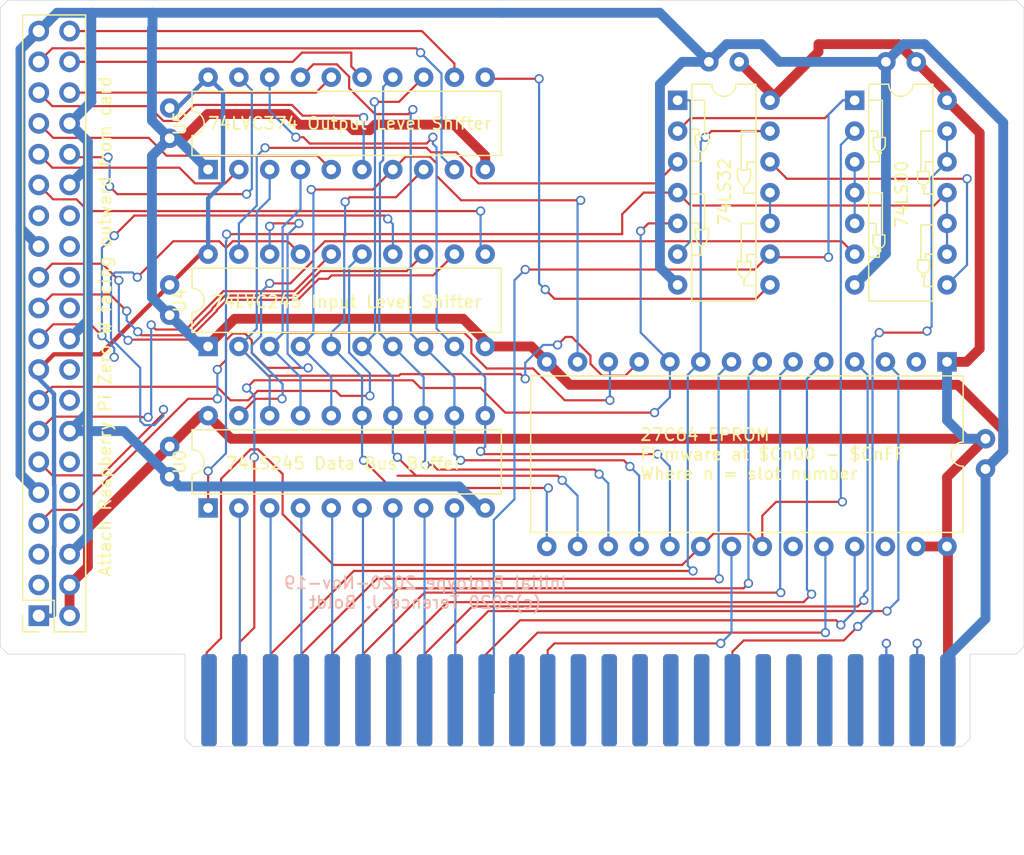
<source format=kicad_pcb>
(kicad_pcb (version 20171130) (host pcbnew 5.1.5+dfsg1-2build2)

  (general
    (thickness 1.6)
    (drawings 78)
    (tracks 770)
    (zones 0)
    (modules 14)
    (nets 97)
  )

  (page USLetter)
  (title_block
    (title "Apple II I/O RPi")
    (date 2020-11-19)
    (rev 0.1)
    (company "Terence J. Boldt")
  )

  (layers
    (0 F.Cu signal)
    (31 B.Cu signal)
    (32 B.Adhes user hide)
    (33 F.Adhes user hide)
    (34 B.Paste user hide)
    (35 F.Paste user hide)
    (36 B.SilkS user)
    (37 F.SilkS user)
    (38 B.Mask user hide)
    (39 F.Mask user hide)
    (40 Dwgs.User user hide)
    (41 Cmts.User user hide)
    (42 Eco1.User user hide)
    (43 Eco2.User user hide)
    (44 Edge.Cuts user)
    (45 Margin user hide)
    (46 B.CrtYd user hide)
    (47 F.CrtYd user)
    (48 B.Fab user hide)
    (49 F.Fab user hide)
  )

  (setup
    (last_trace_width 0.1778)
    (trace_clearance 0.1778)
    (zone_clearance 0.508)
    (zone_45_only no)
    (trace_min 0.1778)
    (via_size 0.762)
    (via_drill 0.50038)
    (via_min_size 0.4)
    (via_min_drill 0.3)
    (uvia_size 0.3)
    (uvia_drill 0.1)
    (uvias_allowed no)
    (uvia_min_size 0.2)
    (uvia_min_drill 0.1)
    (edge_width 0.05)
    (segment_width 0.2)
    (pcb_text_width 0.3)
    (pcb_text_size 1.5 1.5)
    (mod_edge_width 0.12)
    (mod_text_size 1 1)
    (mod_text_width 0.15)
    (pad_size 1.524 1.524)
    (pad_drill 0.762)
    (pad_to_mask_clearance 0.051)
    (solder_mask_min_width 0.25)
    (aux_axis_origin 0 0)
    (visible_elements FFFFFF7F)
    (pcbplotparams
      (layerselection 0x010fc_ffffffff)
      (usegerberextensions false)
      (usegerberattributes false)
      (usegerberadvancedattributes false)
      (creategerberjobfile false)
      (excludeedgelayer true)
      (linewidth 0.100000)
      (plotframeref false)
      (viasonmask false)
      (mode 1)
      (useauxorigin false)
      (hpglpennumber 1)
      (hpglpenspeed 20)
      (hpglpendiameter 15.000000)
      (psnegative false)
      (psa4output false)
      (plotreference true)
      (plotvalue true)
      (plotinvisibletext false)
      (padsonsilk false)
      (subtractmaskfromsilk false)
      (outputformat 1)
      (mirror false)
      (drillshape 1)
      (scaleselection 1)
      (outputdirectory ""))
  )

  (net 0 "")
  (net 1 "Net-(U0-Pad15)")
  (net 2 "Net-(U1-Pad2)")
  (net 3 "Net-(U0-Pad14)")
  (net 4 "Net-(J0-Pad9)")
  (net 5 "Net-(U0-Pad13)")
  (net 6 "Net-(J0-Pad8)")
  (net 7 "Net-(U0-Pad12)")
  (net 8 "Net-(J0-Pad7)")
  (net 9 "Net-(U0-Pad11)")
  (net 10 "Net-(J0-Pad6)")
  (net 11 "Net-(J0-Pad1)")
  (net 12 "Net-(J0-Pad5)")
  (net 13 "Net-(J0-Pad12)")
  (net 14 "Net-(J0-Pad4)")
  (net 15 "Net-(J0-Pad3)")
  (net 16 "Net-(U1-Pad23)")
  (net 17 "Net-(J0-Pad2)")
  (net 18 "Net-(J0-Pad11)")
  (net 19 "Net-(U0-Pad18)")
  (net 20 "Net-(J0-Pad10)")
  (net 21 "Net-(U0-Pad17)")
  (net 22 "Net-(U1-Pad26)")
  (net 23 "Net-(U0-Pad16)")
  (net 24 "Net-(J0-Pad13)")
  (net 25 "Net-(J0-Pad14)")
  (net 26 "Net-(J0-Pad15)")
  (net 27 "Net-(J0-Pad16)")
  (net 28 "Net-(J0-Pad17)")
  (net 29 "Net-(J0-Pad18)")
  (net 30 "Net-(J0-Pad19)")
  (net 31 "Net-(J0-Pad20)")
  (net 32 "Net-(J0-Pad21)")
  (net 33 "Net-(J0-Pad22)")
  (net 34 "Net-(J0-Pad23)")
  (net 35 "Net-(J0-Pad24)")
  (net 36 "Net-(J0-Pad29)")
  (net 37 "Net-(J0-Pad30)")
  (net 38 "Net-(J0-Pad31)")
  (net 39 "Net-(J0-Pad32)")
  (net 40 "Net-(J0-Pad33)")
  (net 41 "Net-(J0-Pad34)")
  (net 42 "Net-(J0-Pad35)")
  (net 43 "Net-(J0-Pad36)")
  (net 44 "Net-(J0-Pad37)")
  (net 45 "Net-(J0-Pad38)")
  (net 46 "Net-(J0-Pad39)")
  (net 47 "Net-(J0-Pad40)")
  (net 48 "Net-(J0-Pad43)")
  (net 49 "Net-(J0-Pad44)")
  (net 50 "Net-(J0-Pad45)")
  (net 51 "Net-(J0-Pad46)")
  (net 52 "Net-(J0-Pad47)")
  (net 53 "Net-(J0-Pad48)")
  (net 54 "Net-(J0-Pad49)")
  (net 55 "Net-(J0-Pad50)")
  (net 56 "Net-(J1-Pad3)")
  (net 57 "Net-(J1-Pad5)")
  (net 58 "Net-(J1-Pad7)")
  (net 59 "Net-(J1-Pad8)")
  (net 60 "Net-(J1-Pad10)")
  (net 61 "Net-(J1-Pad11)")
  (net 62 "Net-(J1-Pad12)")
  (net 63 "Net-(J1-Pad13)")
  (net 64 "Net-(J1-Pad15)")
  (net 65 "Net-(J1-Pad16)")
  (net 66 "Net-(J1-Pad18)")
  (net 67 "Net-(J1-Pad19)")
  (net 68 "Net-(J1-Pad21)")
  (net 69 "Net-(J1-Pad22)")
  (net 70 "Net-(J1-Pad23)")
  (net 71 "Net-(J1-Pad24)")
  (net 72 "Net-(J1-Pad26)")
  (net 73 "Net-(J1-Pad27)")
  (net 74 "Net-(J1-Pad28)")
  (net 75 "Net-(J1-Pad29)")
  (net 76 "Net-(J1-Pad31)")
  (net 77 "Net-(J1-Pad32)")
  (net 78 "Net-(J1-Pad33)")
  (net 79 "Net-(J1-Pad35)")
  (net 80 "Net-(J1-Pad36)")
  (net 81 "Net-(J1-Pad37)")
  (net 82 "Net-(J1-Pad38)")
  (net 83 "Net-(J1-Pad40)")
  (net 84 "Net-(U0-Pad1)")
  (net 85 "Net-(J0-Pad42)")
  (net 86 "Net-(U0-Pad19)")
  (net 87 "Net-(U2-Pad3)")
  (net 88 "Net-(U2-Pad8)")
  (net 89 "Net-(J0-Pad41)")
  (net 90 "Net-(U3-Pad1)")
  (net 91 "Net-(U3-Pad10)")
  (net 92 "Net-(C1-Pad2)")
  (net 93 "Net-(C1-Pad1)")
  (net 94 "Net-(C5-Pad1)")
  (net 95 "Net-(U3-Pad3)")
  (net 96 "Net-(U3-Pad8)")

  (net_class Default "This is the default net class."
    (clearance 0.1778)
    (trace_width 0.1778)
    (via_dia 0.762)
    (via_drill 0.50038)
    (uvia_dia 0.3)
    (uvia_drill 0.1)
    (add_net "Net-(J0-Pad1)")
    (add_net "Net-(J0-Pad10)")
    (add_net "Net-(J0-Pad11)")
    (add_net "Net-(J0-Pad12)")
    (add_net "Net-(J0-Pad13)")
    (add_net "Net-(J0-Pad14)")
    (add_net "Net-(J0-Pad15)")
    (add_net "Net-(J0-Pad16)")
    (add_net "Net-(J0-Pad17)")
    (add_net "Net-(J0-Pad18)")
    (add_net "Net-(J0-Pad19)")
    (add_net "Net-(J0-Pad2)")
    (add_net "Net-(J0-Pad20)")
    (add_net "Net-(J0-Pad21)")
    (add_net "Net-(J0-Pad22)")
    (add_net "Net-(J0-Pad23)")
    (add_net "Net-(J0-Pad24)")
    (add_net "Net-(J0-Pad29)")
    (add_net "Net-(J0-Pad3)")
    (add_net "Net-(J0-Pad30)")
    (add_net "Net-(J0-Pad31)")
    (add_net "Net-(J0-Pad32)")
    (add_net "Net-(J0-Pad33)")
    (add_net "Net-(J0-Pad34)")
    (add_net "Net-(J0-Pad35)")
    (add_net "Net-(J0-Pad36)")
    (add_net "Net-(J0-Pad37)")
    (add_net "Net-(J0-Pad38)")
    (add_net "Net-(J0-Pad39)")
    (add_net "Net-(J0-Pad4)")
    (add_net "Net-(J0-Pad40)")
    (add_net "Net-(J0-Pad41)")
    (add_net "Net-(J0-Pad42)")
    (add_net "Net-(J0-Pad43)")
    (add_net "Net-(J0-Pad44)")
    (add_net "Net-(J0-Pad45)")
    (add_net "Net-(J0-Pad46)")
    (add_net "Net-(J0-Pad47)")
    (add_net "Net-(J0-Pad48)")
    (add_net "Net-(J0-Pad49)")
    (add_net "Net-(J0-Pad5)")
    (add_net "Net-(J0-Pad50)")
    (add_net "Net-(J0-Pad6)")
    (add_net "Net-(J0-Pad7)")
    (add_net "Net-(J0-Pad8)")
    (add_net "Net-(J0-Pad9)")
    (add_net "Net-(J1-Pad10)")
    (add_net "Net-(J1-Pad11)")
    (add_net "Net-(J1-Pad12)")
    (add_net "Net-(J1-Pad13)")
    (add_net "Net-(J1-Pad15)")
    (add_net "Net-(J1-Pad16)")
    (add_net "Net-(J1-Pad18)")
    (add_net "Net-(J1-Pad19)")
    (add_net "Net-(J1-Pad21)")
    (add_net "Net-(J1-Pad22)")
    (add_net "Net-(J1-Pad23)")
    (add_net "Net-(J1-Pad24)")
    (add_net "Net-(J1-Pad26)")
    (add_net "Net-(J1-Pad27)")
    (add_net "Net-(J1-Pad28)")
    (add_net "Net-(J1-Pad29)")
    (add_net "Net-(J1-Pad3)")
    (add_net "Net-(J1-Pad31)")
    (add_net "Net-(J1-Pad32)")
    (add_net "Net-(J1-Pad33)")
    (add_net "Net-(J1-Pad35)")
    (add_net "Net-(J1-Pad36)")
    (add_net "Net-(J1-Pad37)")
    (add_net "Net-(J1-Pad38)")
    (add_net "Net-(J1-Pad40)")
    (add_net "Net-(J1-Pad5)")
    (add_net "Net-(J1-Pad7)")
    (add_net "Net-(J1-Pad8)")
    (add_net "Net-(U0-Pad1)")
    (add_net "Net-(U0-Pad11)")
    (add_net "Net-(U0-Pad12)")
    (add_net "Net-(U0-Pad13)")
    (add_net "Net-(U0-Pad14)")
    (add_net "Net-(U0-Pad15)")
    (add_net "Net-(U0-Pad16)")
    (add_net "Net-(U0-Pad17)")
    (add_net "Net-(U0-Pad18)")
    (add_net "Net-(U0-Pad19)")
    (add_net "Net-(U1-Pad2)")
    (add_net "Net-(U1-Pad23)")
    (add_net "Net-(U1-Pad26)")
    (add_net "Net-(U2-Pad3)")
    (add_net "Net-(U2-Pad8)")
    (add_net "Net-(U3-Pad1)")
    (add_net "Net-(U3-Pad10)")
    (add_net "Net-(U3-Pad3)")
    (add_net "Net-(U3-Pad8)")
  )

  (net_class 3V3 ""
    (clearance 0.1778)
    (trace_width 0.3556)
    (via_dia 0.762)
    (via_drill 0.50038)
    (uvia_dia 0.3)
    (uvia_drill 0.1)
    (add_net "Net-(C5-Pad1)")
  )

  (net_class 5V ""
    (clearance 0.254)
    (trace_width 0.8128)
    (via_dia 0.762)
    (via_drill 0.7112)
    (uvia_dia 0.3)
    (uvia_drill 0.1)
    (add_net "Net-(C1-Pad1)")
  )

  (net_class Ground ""
    (clearance 0.254)
    (trace_width 0.8128)
    (via_dia 0.762)
    (via_drill 0.7112)
    (uvia_dia 0.3)
    (uvia_drill 0.1)
    (add_net "Net-(C1-Pad2)")
  )

  (module Capacitor_THT:C_Disc_D3.8mm_W2.6mm_P2.50mm (layer F.Cu) (tedit 5FB6E1BD) (tstamp 5FB68750)
    (at 121.285 66.675 270)
    (descr "C, Disc series, Radial, pin pitch=2.50mm, , diameter*width=3.8*2.6mm^2, Capacitor, http://www.vishay.com/docs/45233/krseries.pdf")
    (tags "C Disc series Radial pin pitch 2.50mm  diameter 3.8mm width 2.6mm Capacitor")
    (path /5FB87862)
    (fp_text reference C6 (at 1.25 -2.55 270) (layer F.Fab)
      (effects (font (size 1 1) (thickness 0.15)))
    )
    (fp_text value C (at 1.25 2.55 270) (layer F.Fab)
      (effects (font (size 1 1) (thickness 0.15)))
    )
    (fp_text user %R (at 1.25 0 270) (layer F.Fab)
      (effects (font (size 0.76 0.76) (thickness 0.114)))
    )
    (fp_line (start 3.55 -1.55) (end -1.05 -1.55) (layer F.CrtYd) (width 0.05))
    (fp_line (start 3.55 1.55) (end 3.55 -1.55) (layer F.CrtYd) (width 0.05))
    (fp_line (start -1.05 1.55) (end 3.55 1.55) (layer F.CrtYd) (width 0.05))
    (fp_line (start -1.05 -1.55) (end -1.05 1.55) (layer F.CrtYd) (width 0.05))
    (fp_line (start 3.27 0.795) (end 3.27 1.42) (layer F.Fab) (width 0.12))
    (fp_line (start 3.27 -1.42) (end 3.27 -0.795) (layer F.Fab) (width 0.12))
    (fp_line (start -0.77 0.795) (end -0.77 1.42) (layer F.Fab) (width 0.12))
    (fp_line (start -0.77 -1.42) (end -0.77 -0.795) (layer F.Fab) (width 0.12))
    (fp_line (start -0.77 1.42) (end 3.27 1.42) (layer F.Fab) (width 0.12))
    (fp_line (start -0.77 -1.42) (end 3.27 -1.42) (layer F.Fab) (width 0.12))
    (fp_line (start 3.15 -1.3) (end -0.65 -1.3) (layer F.Fab) (width 0.1))
    (fp_line (start 3.15 1.3) (end 3.15 -1.3) (layer F.Fab) (width 0.1))
    (fp_line (start -0.65 1.3) (end 3.15 1.3) (layer F.Fab) (width 0.1))
    (fp_line (start -0.65 -1.3) (end -0.65 1.3) (layer F.Fab) (width 0.1))
    (pad 2 thru_hole circle (at 2.5 0 270) (size 1.6 1.6) (drill 0.8) (layers *.Cu *.Mask)
      (net 92 "Net-(C1-Pad2)"))
    (pad 1 thru_hole circle (at 0 0 270) (size 1.6 1.6) (drill 0.8) (layers *.Cu *.Mask)
      (net 94 "Net-(C5-Pad1)"))
    (model ${KISYS3DMOD}/Capacitor_THT.3dshapes/C_Disc_D3.8mm_W2.6mm_P2.50mm.wrl
      (at (xyz 0 0 0))
      (scale (xyz 1 1 1))
      (rotate (xyz 0 0 0))
    )
  )

  (module Capacitor_THT:C_Disc_D3.8mm_W2.6mm_P2.50mm (layer F.Cu) (tedit 5FB6E185) (tstamp 5FB6873B)
    (at 121.285 81.28 270)
    (descr "C, Disc series, Radial, pin pitch=2.50mm, , diameter*width=3.8*2.6mm^2, Capacitor, http://www.vishay.com/docs/45233/krseries.pdf")
    (tags "C Disc series Radial pin pitch 2.50mm  diameter 3.8mm width 2.6mm Capacitor")
    (path /5FB8694D)
    (fp_text reference C5 (at 1.25 -2.55 270) (layer F.Fab)
      (effects (font (size 1 1) (thickness 0.15)))
    )
    (fp_text value C (at 1.25 2.55 270) (layer F.Fab)
      (effects (font (size 1 1) (thickness 0.15)))
    )
    (fp_line (start -0.65 -1.3) (end -0.65 1.3) (layer F.Fab) (width 0.1))
    (fp_line (start -0.65 1.3) (end 3.15 1.3) (layer F.Fab) (width 0.1))
    (fp_line (start 3.15 1.3) (end 3.15 -1.3) (layer F.Fab) (width 0.1))
    (fp_line (start 3.15 -1.3) (end -0.65 -1.3) (layer F.Fab) (width 0.1))
    (fp_line (start -0.77 -1.42) (end 3.27 -1.42) (layer F.Fab) (width 0.12))
    (fp_line (start -0.77 1.42) (end 3.27 1.42) (layer F.Fab) (width 0.12))
    (fp_line (start -0.77 -1.42) (end -0.77 -0.795) (layer F.Fab) (width 0.12))
    (fp_line (start -0.77 0.795) (end -0.77 1.42) (layer F.Fab) (width 0.12))
    (fp_line (start 3.27 -1.42) (end 3.27 -0.795) (layer F.Fab) (width 0.12))
    (fp_line (start 3.27 0.795) (end 3.27 1.42) (layer F.Fab) (width 0.12))
    (fp_line (start -1.05 -1.55) (end -1.05 1.55) (layer F.CrtYd) (width 0.05))
    (fp_line (start -1.05 1.55) (end 3.55 1.55) (layer F.CrtYd) (width 0.05))
    (fp_line (start 3.55 1.55) (end 3.55 -1.55) (layer F.CrtYd) (width 0.05))
    (fp_line (start 3.55 -1.55) (end -1.05 -1.55) (layer F.CrtYd) (width 0.05))
    (fp_text user %R (at 1.25 0 270) (layer F.Fab)
      (effects (font (size 0.76 0.76) (thickness 0.114)))
    )
    (pad 1 thru_hole circle (at 0 0 270) (size 1.6 1.6) (drill 0.8) (layers *.Cu *.Mask)
      (net 94 "Net-(C5-Pad1)"))
    (pad 2 thru_hole circle (at 2.5 0 270) (size 1.6 1.6) (drill 0.8) (layers *.Cu *.Mask)
      (net 92 "Net-(C1-Pad2)"))
    (model ${KISYS3DMOD}/Capacitor_THT.3dshapes/C_Disc_D3.8mm_W2.6mm_P2.50mm.wrl
      (at (xyz 0 0 0))
      (scale (xyz 1 1 1))
      (rotate (xyz 0 0 0))
    )
  )

  (module Capacitor_THT:C_Disc_D3.8mm_W2.6mm_P2.50mm (layer F.Cu) (tedit 5FB6E13C) (tstamp 5FB686E7)
    (at 121.285 94.615 270)
    (descr "C, Disc series, Radial, pin pitch=2.50mm, , diameter*width=3.8*2.6mm^2, Capacitor, http://www.vishay.com/docs/45233/krseries.pdf")
    (tags "C Disc series Radial pin pitch 2.50mm  diameter 3.8mm width 2.6mm Capacitor")
    (path /5FB85911)
    (fp_text reference C1 (at 1.25 -2.55 270) (layer F.Fab)
      (effects (font (size 1 1) (thickness 0.15)))
    )
    (fp_text value C (at 1.25 2.55 270) (layer F.Fab)
      (effects (font (size 1 1) (thickness 0.15)))
    )
    (fp_text user %R (at 1.25 0 270) (layer F.Fab)
      (effects (font (size 0.76 0.76) (thickness 0.114)))
    )
    (fp_line (start 3.55 -1.55) (end -1.05 -1.55) (layer F.CrtYd) (width 0.05))
    (fp_line (start 3.55 1.55) (end 3.55 -1.55) (layer F.CrtYd) (width 0.05))
    (fp_line (start -1.05 1.55) (end 3.55 1.55) (layer F.CrtYd) (width 0.05))
    (fp_line (start -1.05 -1.55) (end -1.05 1.55) (layer F.CrtYd) (width 0.05))
    (fp_line (start 3.27 0.795) (end 3.27 1.42) (layer F.Fab) (width 0.12))
    (fp_line (start 3.27 -1.42) (end 3.27 -0.795) (layer F.Fab) (width 0.12))
    (fp_line (start -0.77 0.795) (end -0.77 1.42) (layer F.Fab) (width 0.12))
    (fp_line (start -0.77 -1.42) (end -0.77 -0.795) (layer F.Fab) (width 0.12))
    (fp_line (start -0.77 1.42) (end 3.27 1.42) (layer F.Fab) (width 0.12))
    (fp_line (start -0.77 -1.42) (end 3.27 -1.42) (layer F.Fab) (width 0.12))
    (fp_line (start 3.15 -1.3) (end -0.65 -1.3) (layer F.Fab) (width 0.1))
    (fp_line (start 3.15 1.3) (end 3.15 -1.3) (layer F.Fab) (width 0.1))
    (fp_line (start -0.65 1.3) (end 3.15 1.3) (layer F.Fab) (width 0.1))
    (fp_line (start -0.65 -1.3) (end -0.65 1.3) (layer F.Fab) (width 0.1))
    (pad 2 thru_hole circle (at 2.5 0 270) (size 1.6 1.6) (drill 0.8) (layers *.Cu *.Mask)
      (net 92 "Net-(C1-Pad2)"))
    (pad 1 thru_hole circle (at 0 0 270) (size 1.6 1.6) (drill 0.8) (layers *.Cu *.Mask)
      (net 93 "Net-(C1-Pad1)"))
    (model ${KISYS3DMOD}/Capacitor_THT.3dshapes/C_Disc_D3.8mm_W2.6mm_P2.50mm.wrl
      (at (xyz 0 0 0))
      (scale (xyz 1 1 1))
      (rotate (xyz 0 0 0))
    )
  )

  (module "Apple2:Apple II Expansion Edge Connector" (layer F.Cu) (tedit 5FB6E0FA) (tstamp 5FB687BE)
    (at 138.505001 110.49)
    (path /5FA0A8C3)
    (fp_text reference J0 (at 0 0.5) (layer F.Fab)
      (effects (font (size 1 1) (thickness 0.15)))
    )
    (fp_text value "Apple II Expansion Bus" (at 9.652 -5.08) (layer F.Fab)
      (effects (font (size 1 1) (thickness 0.15)))
    )
    (fp_text user "26 GND" (at 45.974 10.922 45) (layer F.Fab)
      (effects (font (size 0.762 0.762) (thickness 0.127)))
    )
    (fp_text user "27 DMA IN" (at 42.799 11.43 45) (layer F.Fab)
      (effects (font (size 0.762 0.762) (thickness 0.127)))
    )
    (fp_text user "28 INT IN" (at 40.386 11.303 45) (layer F.Fab)
      (effects (font (size 0.762 0.762) (thickness 0.127)))
    )
    (fp_text user "29 _NMI" (at 38.1 10.922 45) (layer F.Fab)
      (effects (font (size 0.762 0.762) (thickness 0.127)))
    )
    (fp_text user "30 _IRQ" (at 35.687 10.922 45) (layer F.Fab)
      (effects (font (size 0.762 0.762) (thickness 0.127)))
    )
    (fp_text user "31 _RES" (at 33.02 10.922 45) (layer F.Fab)
      (effects (font (size 0.762 0.762) (thickness 0.127)))
    )
    (fp_text user "32 _INH" (at 30.607 10.922 45) (layer F.Fab)
      (effects (font (size 0.762 0.762) (thickness 0.127)))
    )
    (fp_text user "33 -12V" (at 27.813 11.176 45) (layer F.Fab)
      (effects (font (size 0.762 0.762) (thickness 0.127)))
    )
    (fp_text user "34 -5V" (at 25.527 10.922 45) (layer F.Fab)
      (effects (font (size 0.762 0.762) (thickness 0.127)))
    )
    (fp_text user "35 N.C." (at 23.368 10.541 45) (layer F.Fab)
      (effects (font (size 0.762 0.762) (thickness 0.127)))
    )
    (fp_text user "36 7M" (at 20.701 10.541 45) (layer F.Fab)
      (effects (font (size 0.762 0.762) (thickness 0.127)))
    )
    (fp_text user "37 Q3" (at 18.161 10.541 45) (layer F.Fab)
      (effects (font (size 0.762 0.762) (thickness 0.127)))
    )
    (fp_text user "38 @1" (at 15.621 10.541 45) (layer F.Fab)
      (effects (font (size 0.762 0.762) (thickness 0.127)))
    )
    (fp_text user "39 USER 1" (at 12.192 11.43 45) (layer F.Fab)
      (effects (font (size 0.762 0.762) (thickness 0.127)))
    )
    (fp_text user "40 @0" (at 10.414 10.541 45) (layer F.Fab)
      (effects (font (size 0.762 0.762) (thickness 0.127)))
    )
    (fp_text user "41 _DEVICE SELECT" (at 5.334 13.335 45) (layer F.Fab)
      (effects (font (size 0.762 0.762) (thickness 0.127)))
    )
    (fp_text user "42 D7" (at 5.461 10.541 45) (layer F.Fab)
      (effects (font (size 0.762 0.762) (thickness 0.127)))
    )
    (fp_text user "43 D6" (at 2.921 10.541 45) (layer F.Fab)
      (effects (font (size 0.762 0.762) (thickness 0.127)))
    )
    (fp_text user "44 D5" (at 0.508 10.541 45) (layer F.Fab)
      (effects (font (size 0.762 0.762) (thickness 0.127)))
    )
    (fp_text user "45 D4" (at -2.159 10.541 45) (layer F.Fab)
      (effects (font (size 0.762 0.762) (thickness 0.127)))
    )
    (fp_text user "46 D3" (at -4.699 10.541 45) (layer F.Fab)
      (effects (font (size 0.762 0.762) (thickness 0.127)))
    )
    (fp_text user "47 D2" (at -7.239 10.541 45) (layer F.Fab)
      (effects (font (size 0.762 0.762) (thickness 0.127)))
    )
    (fp_text user "48 D1" (at -9.906 10.541 45) (layer F.Fab)
      (effects (font (size 0.762 0.762) (thickness 0.127)))
    )
    (fp_text user "25 +5V" (at 48.26 -0.635 45) (layer F.Fab)
      (effects (font (size 0.762 0.762) (thickness 0.127)))
    )
    (fp_text user "24 DMA OUT" (at 46.609 -1.524 45) (layer F.Fab)
      (effects (font (size 0.762 0.762) (thickness 0.127)))
    )
    (fp_text user "23 INT OUT" (at 43.942 -1.397 45) (layer F.Fab)
      (effects (font (size 0.762 0.762) (thickness 0.127)))
    )
    (fp_text user "22 _DMA" (at 40.767 -0.762 45) (layer F.Fab)
      (effects (font (size 0.762 0.762) (thickness 0.127)))
    )
    (fp_text user "21 RDY" (at 37.973 -0.508 45) (layer F.Fab)
      (effects (font (size 0.762 0.762) (thickness 0.127)))
    )
    (fp_text user "20 _I/O STROBE" (at 37.084 -2.413 45) (layer F.Fab)
      (effects (font (size 0.762 0.762) (thickness 0.127)))
    )
    (fp_text user "19 N.C." (at 32.893 -0.635 45) (layer F.Fab)
      (effects (font (size 0.762 0.762) (thickness 0.127)))
    )
    (fp_text user "18 R/W" (at 30.48 -0.635 45) (layer F.Fab)
      (effects (font (size 0.762 0.762) (thickness 0.127)))
    )
    (fp_text user "16 A14" (at 25.273 -0.508 45) (layer F.Fab)
      (effects (font (size 0.762 0.762) (thickness 0.127)))
    )
    (fp_text user "17 A15" (at 27.813 -0.508 45) (layer F.Fab)
      (effects (font (size 0.762 0.762) (thickness 0.127)))
    )
    (fp_text user "14 A12" (at 20.193 -0.508 45) (layer F.Fab)
      (effects (font (size 0.762 0.762) (thickness 0.127)))
    )
    (fp_text user "15 A13" (at 22.733 -0.508 45) (layer F.Fab)
      (effects (font (size 0.762 0.762) (thickness 0.127)))
    )
    (fp_text user "13 A11" (at 17.653 -0.508 45) (layer F.Fab)
      (effects (font (size 0.762 0.762) (thickness 0.127)))
    )
    (fp_text user "12 A10" (at 15.113 -0.508 45) (layer F.Fab)
      (effects (font (size 0.762 0.762) (thickness 0.127)))
    )
    (fp_text user "11 A9" (at 12.319 -0.254 45) (layer F.Fab)
      (effects (font (size 0.762 0.762) (thickness 0.127)))
    )
    (fp_text user "10 A8" (at 9.779 -0.254 45) (layer F.Fab)
      (effects (font (size 0.762 0.762) (thickness 0.127)))
    )
    (fp_poly (pts (xy 48.895 8.89) (xy 48.895 1.27) (xy -15.875 1.27) (xy -15.875 8.89)) (layer B.Mask) (width 0.15))
    (fp_poly (pts (xy 48.895 8.89) (xy 48.895 1.27) (xy -15.875 1.27) (xy -15.875 8.89)) (layer F.Mask) (width 0.15))
    (fp_text user "50 +12V" (at -15.494 11.43 45) (layer F.Fab)
      (effects (font (size 0.762 0.762) (thickness 0.127)))
    )
    (fp_text user "1 _I/O SELECT" (at -11.303 -2.032 45) (layer F.Fab)
      (effects (font (size 0.762 0.762) (thickness 0.127)))
    )
    (fp_text user "3 A1" (at -8.128 -0.127 45) (layer F.Fab)
      (effects (font (size 0.762 0.762) (thickness 0.127)))
    )
    (fp_text user "5 A3" (at -3.048 0 45) (layer F.Fab)
      (effects (font (size 0.762 0.762) (thickness 0.127)))
    )
    (fp_text user "4 A2" (at -5.588 0.127 45) (layer F.Fab)
      (effects (font (size 0.762 0.762) (thickness 0.127)))
    )
    (fp_text user "49 D0" (at -12.446 10.668 45) (layer F.Fab)
      (effects (font (size 0.762 0.762) (thickness 0.127)))
    )
    (fp_text user "2 A0" (at -10.668 -0.127 45) (layer F.Fab)
      (effects (font (size 0.762 0.762) (thickness 0.127)))
    )
    (fp_text user "8 A6" (at 4.445 0 45) (layer F.Fab)
      (effects (font (size 0.762 0.762) (thickness 0.127)))
    )
    (fp_text user "6 A4" (at -0.635 0 45) (layer F.Fab)
      (effects (font (size 0.762 0.762) (thickness 0.127)))
    )
    (fp_text user "9 A7" (at 6.985 0 45) (layer F.Fab)
      (effects (font (size 0.762 0.762) (thickness 0.127)))
    )
    (fp_text user "7 A5" (at 1.905 0 45) (layer F.Fab)
      (effects (font (size 0.762 0.762) (thickness 0.127)))
    )
    (fp_line (start -15.875 1.27) (end -16.51 1.27) (layer F.Fab) (width 0.15))
    (fp_line (start -15.875 7.62) (end -15.875 1.27) (layer F.Fab) (width 0.15))
    (fp_line (start 48.895 1.27) (end 49.53 1.27) (layer F.Fab) (width 0.15))
    (fp_line (start 48.895 7.62) (end 48.895 1.27) (layer F.Fab) (width 0.15))
    (pad 50 connect roundrect (at -13.97 5.08) (size 1.27 7.62) (layers B.Cu B.Mask) (roundrect_rratio 0.25)
      (net 55 "Net-(J0-Pad50)"))
    (pad 49 connect roundrect (at -11.43 5.08) (size 1.27 7.62) (layers B.Cu B.Mask) (roundrect_rratio 0.25)
      (net 54 "Net-(J0-Pad49)"))
    (pad 48 connect roundrect (at -8.89 5.08) (size 1.27 7.62) (layers B.Cu B.Mask) (roundrect_rratio 0.25)
      (net 53 "Net-(J0-Pad48)"))
    (pad 47 connect roundrect (at -6.35 5.08) (size 1.27 7.62) (layers B.Cu B.Mask) (roundrect_rratio 0.25)
      (net 52 "Net-(J0-Pad47)"))
    (pad 46 connect roundrect (at -3.81 5.08) (size 1.27 7.62) (layers B.Cu B.Mask) (roundrect_rratio 0.25)
      (net 51 "Net-(J0-Pad46)"))
    (pad 45 connect roundrect (at -1.27 5.08) (size 1.27 7.62) (layers B.Cu B.Mask) (roundrect_rratio 0.25)
      (net 50 "Net-(J0-Pad45)"))
    (pad 44 connect roundrect (at 1.27 5.08) (size 1.27 7.62) (layers B.Cu B.Mask) (roundrect_rratio 0.25)
      (net 49 "Net-(J0-Pad44)"))
    (pad 43 connect roundrect (at 3.81 5.08) (size 1.27 7.62) (layers B.Cu B.Mask) (roundrect_rratio 0.25)
      (net 48 "Net-(J0-Pad43)"))
    (pad 42 connect roundrect (at 6.35 5.08) (size 1.27 7.62) (layers B.Cu B.Mask) (roundrect_rratio 0.25)
      (net 85 "Net-(J0-Pad42)"))
    (pad 41 connect roundrect (at 8.89 5.08) (size 1.27 7.62) (layers B.Cu B.Mask) (roundrect_rratio 0.25)
      (net 89 "Net-(J0-Pad41)"))
    (pad 40 connect roundrect (at 11.43 5.08) (size 1.27 7.62) (layers B.Cu B.Mask) (roundrect_rratio 0.25)
      (net 47 "Net-(J0-Pad40)"))
    (pad 39 connect roundrect (at 13.97 5.08) (size 1.27 7.62) (layers B.Cu B.Mask) (roundrect_rratio 0.25)
      (net 46 "Net-(J0-Pad39)"))
    (pad 37 connect roundrect (at 19.05 5.08) (size 1.27 7.62) (layers B.Cu B.Mask) (roundrect_rratio 0.25)
      (net 44 "Net-(J0-Pad37)"))
    (pad 38 connect roundrect (at 16.51 5.08) (size 1.27 7.62) (layers B.Cu B.Mask) (roundrect_rratio 0.25)
      (net 45 "Net-(J0-Pad38)"))
    (pad 36 connect roundrect (at 21.59 5.08) (size 1.27 7.62) (layers B.Cu B.Mask) (roundrect_rratio 0.25)
      (net 43 "Net-(J0-Pad36)"))
    (pad 35 connect roundrect (at 24.13 5.08) (size 1.27 7.62) (layers B.Cu B.Mask) (roundrect_rratio 0.25)
      (net 42 "Net-(J0-Pad35)"))
    (pad 34 connect roundrect (at 26.67 5.08) (size 1.27 7.62) (layers B.Cu B.Mask) (roundrect_rratio 0.25)
      (net 41 "Net-(J0-Pad34)"))
    (pad 33 connect roundrect (at 29.21 5.08) (size 1.27 7.62) (layers B.Cu B.Mask) (roundrect_rratio 0.25)
      (net 40 "Net-(J0-Pad33)"))
    (pad 32 connect roundrect (at 31.75 5.08) (size 1.27 7.62) (layers B.Cu B.Mask) (roundrect_rratio 0.25)
      (net 39 "Net-(J0-Pad32)"))
    (pad 31 connect roundrect (at 34.29 5.08) (size 1.27 7.62) (layers B.Cu B.Mask) (roundrect_rratio 0.25)
      (net 38 "Net-(J0-Pad31)"))
    (pad 30 connect roundrect (at 36.83 5.08) (size 1.27 7.62) (layers B.Cu B.Mask) (roundrect_rratio 0.25)
      (net 37 "Net-(J0-Pad30)"))
    (pad 29 connect roundrect (at 39.37 5.08) (size 1.27 7.62) (layers B.Cu B.Mask) (roundrect_rratio 0.25)
      (net 36 "Net-(J0-Pad29)"))
    (pad 28 connect roundrect (at 41.91 5.08) (size 1.27 7.62) (layers B.Cu B.Mask) (roundrect_rratio 0.25)
      (net 34 "Net-(J0-Pad23)"))
    (pad 27 connect roundrect (at 44.45 5.08) (size 1.27 7.62) (layers B.Cu B.Mask) (roundrect_rratio 0.25)
      (net 35 "Net-(J0-Pad24)"))
    (pad 26 connect roundrect (at 46.99 5.08) (size 1.27 7.62) (layers B.Cu B.Mask) (roundrect_rratio 0.25)
      (net 92 "Net-(C1-Pad2)"))
    (pad 25 connect roundrect (at 46.99 5.08) (size 1.27 7.62) (layers F.Cu F.Mask) (roundrect_rratio 0.25)
      (net 93 "Net-(C1-Pad1)"))
    (pad 24 connect roundrect (at 44.45 5.08) (size 1.27 7.62) (layers F.Cu F.Mask) (roundrect_rratio 0.25)
      (net 35 "Net-(J0-Pad24)"))
    (pad 23 connect roundrect (at 41.91 5.08) (size 1.27 7.62) (layers F.Cu F.Mask) (roundrect_rratio 0.25)
      (net 34 "Net-(J0-Pad23)"))
    (pad 22 connect roundrect (at 39.37 5.08) (size 1.27 7.62) (layers F.Cu F.Mask) (roundrect_rratio 0.25)
      (net 33 "Net-(J0-Pad22)"))
    (pad 21 connect roundrect (at 36.83 5.08) (size 1.27 7.62) (layers F.Cu F.Mask) (roundrect_rratio 0.25)
      (net 32 "Net-(J0-Pad21)"))
    (pad 20 connect roundrect (at 34.29 5.08) (size 1.27 7.62) (layers F.Cu F.Mask) (roundrect_rratio 0.25)
      (net 31 "Net-(J0-Pad20)"))
    (pad 19 connect roundrect (at 31.75 5.08) (size 1.27 7.62) (layers F.Cu F.Mask) (roundrect_rratio 0.25)
      (net 30 "Net-(J0-Pad19)"))
    (pad 18 connect roundrect (at 29.21 5.08) (size 1.27 7.62) (layers F.Cu F.Mask) (roundrect_rratio 0.25)
      (net 29 "Net-(J0-Pad18)"))
    (pad 17 connect roundrect (at 26.67 5.08) (size 1.27 7.62) (layers F.Cu F.Mask) (roundrect_rratio 0.25)
      (net 28 "Net-(J0-Pad17)"))
    (pad 16 connect roundrect (at 24.13 5.08) (size 1.27 7.62) (layers F.Cu F.Mask) (roundrect_rratio 0.25)
      (net 27 "Net-(J0-Pad16)"))
    (pad 15 connect roundrect (at 21.59 5.08) (size 1.27 7.62) (layers F.Cu F.Mask) (roundrect_rratio 0.25)
      (net 26 "Net-(J0-Pad15)"))
    (pad 14 connect roundrect (at 19.05 5.08) (size 1.27 7.62) (layers F.Cu F.Mask) (roundrect_rratio 0.25)
      (net 25 "Net-(J0-Pad14)"))
    (pad 13 connect roundrect (at 16.51 5.08) (size 1.27 7.62) (layers F.Cu F.Mask) (roundrect_rratio 0.25)
      (net 24 "Net-(J0-Pad13)"))
    (pad 12 connect roundrect (at 13.97 5.08) (size 1.27 7.62) (layers F.Cu F.Mask) (roundrect_rratio 0.25)
      (net 13 "Net-(J0-Pad12)"))
    (pad 11 connect roundrect (at 11.43 5.08) (size 1.27 7.62) (layers F.Cu F.Mask) (roundrect_rratio 0.25)
      (net 18 "Net-(J0-Pad11)"))
    (pad 10 connect roundrect (at 8.89 5.08) (size 1.27 7.62) (layers F.Cu F.Mask) (roundrect_rratio 0.25)
      (net 20 "Net-(J0-Pad10)"))
    (pad 9 connect roundrect (at 6.35 5.08) (size 1.27 7.62) (layers F.Cu F.Mask) (roundrect_rratio 0.25)
      (net 4 "Net-(J0-Pad9)"))
    (pad 8 connect roundrect (at 3.81 5.08) (size 1.27 7.62) (layers F.Cu F.Mask) (roundrect_rratio 0.25)
      (net 6 "Net-(J0-Pad8)"))
    (pad 7 connect roundrect (at 1.27 5.08) (size 1.27 7.62) (layers F.Cu F.Mask) (roundrect_rratio 0.25)
      (net 8 "Net-(J0-Pad7)"))
    (pad 6 connect roundrect (at -1.27 5.08) (size 1.27 7.62) (layers F.Cu F.Mask) (roundrect_rratio 0.25)
      (net 10 "Net-(J0-Pad6)"))
    (pad 5 connect roundrect (at -3.81 5.08) (size 1.27 7.62) (layers F.Cu F.Mask) (roundrect_rratio 0.25)
      (net 12 "Net-(J0-Pad5)"))
    (pad 4 connect roundrect (at -6.35 5.08) (size 1.27 7.62) (layers F.Cu F.Mask) (roundrect_rratio 0.25)
      (net 14 "Net-(J0-Pad4)"))
    (pad 3 connect roundrect (at -8.89 5.08) (size 1.27 7.62) (layers F.Cu F.Mask) (roundrect_rratio 0.25)
      (net 15 "Net-(J0-Pad3)"))
    (pad 2 connect roundrect (at -11.43 5.08) (size 1.27 7.62) (layers F.Cu F.Mask) (roundrect_rratio 0.25)
      (net 17 "Net-(J0-Pad2)"))
    (pad 1 connect roundrect (at -13.97 5.08) (size 1.27 7.62) (layers F.Cu F.Mask) (roundrect_rratio 0.25)
      (net 11 "Net-(J0-Pad1)"))
  )

  (module Capacitor_THT:C_Disc_D3.8mm_W2.6mm_P2.50mm (layer F.Cu) (tedit 5FB6AB23) (tstamp 5FB68726)
    (at 168.275 62.865 180)
    (descr "C, Disc series, Radial, pin pitch=2.50mm, , diameter*width=3.8*2.6mm^2, Capacitor, http://www.vishay.com/docs/45233/krseries.pdf")
    (tags "C Disc series Radial pin pitch 2.50mm  diameter 3.8mm width 2.6mm Capacitor")
    (path /5FB82906)
    (fp_text reference C4 (at 1.25 -2.55) (layer F.Fab)
      (effects (font (size 1 1) (thickness 0.15)))
    )
    (fp_text value C (at 1.25 2.55) (layer F.Fab)
      (effects (font (size 1 1) (thickness 0.15)))
    )
    (fp_text user %R (at 1.25 0) (layer F.Fab)
      (effects (font (size 0.76 0.76) (thickness 0.114)))
    )
    (fp_line (start 3.55 -1.55) (end -1.05 -1.55) (layer F.CrtYd) (width 0.05))
    (fp_line (start 3.55 1.55) (end 3.55 -1.55) (layer F.CrtYd) (width 0.05))
    (fp_line (start -1.05 1.55) (end 3.55 1.55) (layer F.CrtYd) (width 0.05))
    (fp_line (start -1.05 -1.55) (end -1.05 1.55) (layer F.CrtYd) (width 0.05))
    (fp_line (start 3.27 0.795) (end 3.27 1.42) (layer F.Fab) (width 0.12))
    (fp_line (start 3.27 -1.42) (end 3.27 -0.795) (layer F.Fab) (width 0.12))
    (fp_line (start -0.77 0.795) (end -0.77 1.42) (layer F.Fab) (width 0.12))
    (fp_line (start -0.77 -1.42) (end -0.77 -0.795) (layer F.Fab) (width 0.12))
    (fp_line (start -0.77 1.42) (end 3.27 1.42) (layer F.Fab) (width 0.12))
    (fp_line (start -0.77 -1.42) (end 3.27 -1.42) (layer F.Fab) (width 0.12))
    (fp_line (start 3.15 -1.3) (end -0.65 -1.3) (layer F.Fab) (width 0.1))
    (fp_line (start 3.15 1.3) (end 3.15 -1.3) (layer F.Fab) (width 0.1))
    (fp_line (start -0.65 1.3) (end 3.15 1.3) (layer F.Fab) (width 0.1))
    (fp_line (start -0.65 -1.3) (end -0.65 1.3) (layer F.Fab) (width 0.1))
    (pad 2 thru_hole circle (at 2.5 0 180) (size 1.6 1.6) (drill 0.8) (layers *.Cu *.Mask)
      (net 92 "Net-(C1-Pad2)"))
    (pad 1 thru_hole circle (at 0 0 180) (size 1.6 1.6) (drill 0.8) (layers *.Cu *.Mask)
      (net 93 "Net-(C1-Pad1)"))
    (model ${KISYS3DMOD}/Capacitor_THT.3dshapes/C_Disc_D3.8mm_W2.6mm_P2.50mm.wrl
      (at (xyz 0 0 0))
      (scale (xyz 1 1 1))
      (rotate (xyz 0 0 0))
    )
  )

  (module Package_DIP:DIP-14_W7.62mm (layer F.Cu) (tedit 5FB6A63A) (tstamp 5FB68898)
    (at 163.195 66.04)
    (descr "14-lead though-hole mounted DIP package, row spacing 7.62 mm (300 mils)")
    (tags "THT DIP DIL PDIP 2.54mm 7.62mm 300mil")
    (path /5FB50A31)
    (fp_text reference U3 (at 3.81 -2.33) (layer F.Fab)
      (effects (font (size 1 1) (thickness 0.15)))
    )
    (fp_text value 74LS32 (at 3.875 7.55 90) (layer F.SilkS)
      (effects (font (size 1 1) (thickness 0.15)))
    )
    (fp_arc (start 3.81 -1.33) (end 2.81 -1.33) (angle -180) (layer F.SilkS) (width 0.12))
    (fp_line (start 1.635 -1.27) (end 6.985 -1.27) (layer F.Fab) (width 0.1))
    (fp_line (start 6.985 -1.27) (end 6.985 16.51) (layer F.Fab) (width 0.1))
    (fp_line (start 6.985 16.51) (end 0.635 16.51) (layer F.Fab) (width 0.1))
    (fp_line (start 0.635 16.51) (end 0.635 -0.27) (layer F.Fab) (width 0.1))
    (fp_line (start 0.635 -0.27) (end 1.635 -1.27) (layer F.Fab) (width 0.1))
    (fp_line (start 2.81 -1.33) (end 1.16 -1.33) (layer F.SilkS) (width 0.12))
    (fp_line (start 1.16 -1.33) (end 1.16 16.57) (layer F.SilkS) (width 0.12))
    (fp_line (start 1.16 16.57) (end 6.46 16.57) (layer F.SilkS) (width 0.12))
    (fp_line (start 6.46 16.57) (end 6.46 -1.33) (layer F.SilkS) (width 0.12))
    (fp_line (start 6.46 -1.33) (end 4.81 -1.33) (layer F.SilkS) (width 0.12))
    (fp_line (start -1.1 -1.55) (end -1.1 16.8) (layer F.CrtYd) (width 0.05))
    (fp_line (start -1.1 16.8) (end 8.7 16.8) (layer F.CrtYd) (width 0.05))
    (fp_line (start 8.7 16.8) (end 8.7 -1.55) (layer F.CrtYd) (width 0.05))
    (fp_line (start 8.7 -1.55) (end -1.1 -1.55) (layer F.CrtYd) (width 0.05))
    (fp_arc (start 2 2) (end 1.450001 2.774999) (angle -69.47693483) (layer F.SilkS) (width 0.12))
    (fp_line (start 1.45 2.775) (end 1.45 3.35) (layer F.SilkS) (width 0.12))
    (fp_line (start 2.55 3.35) (end 2.55 2.8) (layer F.SilkS) (width 0.12))
    (fp_arc (start 2.55 3.35) (end 1.45 3.35) (angle -58.13402231) (layer F.SilkS) (width 0.12))
    (fp_arc (start 1.448537 3.320952) (end 2.548537 3.320952) (angle 62.8786966) (layer F.SilkS) (width 0.12))
    (fp_arc (start 5.475 4.825) (end 4.925001 5.599999) (angle -69.47693483) (layer F.SilkS) (width 0.12))
    (fp_arc (start 6.025 6.175) (end 4.925 6.175) (angle -58.13402231) (layer F.SilkS) (width 0.12))
    (fp_arc (start 4.923537 6.145952) (end 6.023537 6.145952) (angle 62.8786966) (layer F.SilkS) (width 0.12))
    (fp_line (start 6.025 6.175) (end 6.025 5.625) (layer F.SilkS) (width 0.12))
    (fp_line (start 4.925 5.6) (end 4.925 6.175) (layer F.SilkS) (width 0.12))
    (fp_line (start 1.175 2.375) (end 1.75 2.375) (layer F.SilkS) (width 0.12))
    (fp_line (start 1.75 2.375) (end 1.75 2.925) (layer F.SilkS) (width 0.12))
    (fp_line (start 2.225 2.875) (end 2.225 0) (layer F.SilkS) (width 0.12))
    (fp_line (start 2.225 0) (end 1.175 0) (layer F.SilkS) (width 0.12))
    (fp_line (start 1.95 4.275) (end 1.95 5.025) (layer F.SilkS) (width 0.12))
    (fp_line (start 1.95 5.025) (end 1.175 5.025) (layer F.SilkS) (width 0.12))
    (fp_line (start 5.475 7.15) (end 5.475 7.675) (layer F.SilkS) (width 0.12))
    (fp_line (start 5.475 7.675) (end 6.425 7.675) (layer F.SilkS) (width 0.12))
    (fp_line (start 6.45 5.1) (end 5.725 5.1) (layer F.SilkS) (width 0.12))
    (fp_line (start 5.725 5.1) (end 5.725 5.75) (layer F.SilkS) (width 0.12))
    (fp_line (start 6.45 2.55) (end 5.25 2.55) (layer F.SilkS) (width 0.12))
    (fp_line (start 5.25 2.55) (end 5.25 5.7) (layer F.SilkS) (width 0.12))
    (fp_line (start 1.95 12.772) (end 1.175 12.772) (layer F.SilkS) (width 0.12))
    (fp_line (start 1.95 12.022) (end 1.95 12.772) (layer F.SilkS) (width 0.12))
    (fp_line (start 2.225 7.747) (end 1.175 7.747) (layer F.SilkS) (width 0.12))
    (fp_line (start 2.225 10.622) (end 2.225 7.747) (layer F.SilkS) (width 0.12))
    (fp_line (start 1.75 10.122) (end 1.75 10.672) (layer F.SilkS) (width 0.12))
    (fp_line (start 1.175 10.122) (end 1.75 10.122) (layer F.SilkS) (width 0.12))
    (fp_arc (start 1.448537 11.067952) (end 2.548537 11.067952) (angle 62.8786966) (layer F.SilkS) (width 0.12))
    (fp_arc (start 2.55 11.097) (end 1.45 11.097) (angle -58.13402231) (layer F.SilkS) (width 0.12))
    (fp_line (start 2.55 11.097) (end 2.55 10.547) (layer F.SilkS) (width 0.12))
    (fp_line (start 1.45 10.522) (end 1.45 11.097) (layer F.SilkS) (width 0.12))
    (fp_arc (start 2 9.747) (end 1.450001 10.521999) (angle -69.47693483) (layer F.SilkS) (width 0.12))
    (fp_arc (start 5.475 12.445) (end 4.925001 13.219999) (angle -69.47693483) (layer F.SilkS) (width 0.12))
    (fp_line (start 4.925 13.22) (end 4.925 13.795) (layer F.SilkS) (width 0.12))
    (fp_line (start 6.025 13.795) (end 6.025 13.245) (layer F.SilkS) (width 0.12))
    (fp_arc (start 4.923537 13.765952) (end 6.023537 13.765952) (angle 62.8786966) (layer F.SilkS) (width 0.12))
    (fp_line (start 6.45 10.17) (end 5.25 10.17) (layer F.SilkS) (width 0.12))
    (fp_line (start 5.725 12.72) (end 5.725 13.37) (layer F.SilkS) (width 0.12))
    (fp_line (start 6.45 12.72) (end 5.725 12.72) (layer F.SilkS) (width 0.12))
    (fp_line (start 5.475 15.295) (end 6.425 15.295) (layer F.SilkS) (width 0.12))
    (fp_line (start 5.475 14.77) (end 5.475 15.295) (layer F.SilkS) (width 0.12))
    (fp_line (start 5.25 10.17) (end 5.25 13.32) (layer F.SilkS) (width 0.12))
    (fp_arc (start 6.025 13.795) (end 4.925 13.795) (angle -58.13402231) (layer F.SilkS) (width 0.12))
    (pad 1 thru_hole rect (at 0 0) (size 1.6 1.6) (drill 0.8) (layers *.Cu *.Mask)
      (net 90 "Net-(U3-Pad1)"))
    (pad 8 thru_hole oval (at 7.62 15.24) (size 1.6 1.6) (drill 0.8) (layers *.Cu *.Mask)
      (net 96 "Net-(U3-Pad8)"))
    (pad 2 thru_hole oval (at 0 2.54) (size 1.6 1.6) (drill 0.8) (layers *.Cu *.Mask)
      (net 89 "Net-(J0-Pad41)"))
    (pad 9 thru_hole oval (at 7.62 12.7) (size 1.6 1.6) (drill 0.8) (layers *.Cu *.Mask)
      (net 89 "Net-(J0-Pad41)"))
    (pad 3 thru_hole oval (at 0 5.08) (size 1.6 1.6) (drill 0.8) (layers *.Cu *.Mask)
      (net 95 "Net-(U3-Pad3)"))
    (pad 10 thru_hole oval (at 7.62 10.16) (size 1.6 1.6) (drill 0.8) (layers *.Cu *.Mask)
      (net 91 "Net-(U3-Pad10)"))
    (pad 4 thru_hole oval (at 0 7.62) (size 1.6 1.6) (drill 0.8) (layers *.Cu *.Mask)
      (net 84 "Net-(U0-Pad1)"))
    (pad 11 thru_hole oval (at 7.62 7.62) (size 1.6 1.6) (drill 0.8) (layers *.Cu *.Mask)
      (net 91 "Net-(U3-Pad10)"))
    (pad 5 thru_hole oval (at 0 10.16) (size 1.6 1.6) (drill 0.8) (layers *.Cu *.Mask)
      (net 17 "Net-(J0-Pad2)"))
    (pad 12 thru_hole oval (at 7.62 5.08) (size 1.6 1.6) (drill 0.8) (layers *.Cu *.Mask)
      (net 88 "Net-(U2-Pad8)"))
    (pad 6 thru_hole oval (at 0 12.7) (size 1.6 1.6) (drill 0.8) (layers *.Cu *.Mask)
      (net 90 "Net-(U3-Pad1)"))
    (pad 13 thru_hole oval (at 7.62 2.54) (size 1.6 1.6) (drill 0.8) (layers *.Cu *.Mask)
      (net 15 "Net-(J0-Pad3)"))
    (pad 7 thru_hole oval (at 0 15.24) (size 1.6 1.6) (drill 0.8) (layers *.Cu *.Mask)
      (net 92 "Net-(C1-Pad2)"))
    (pad 14 thru_hole oval (at 7.62 0) (size 1.6 1.6) (drill 0.8) (layers *.Cu *.Mask)
      (net 93 "Net-(C1-Pad1)"))
    (model ${KISYS3DMOD}/Package_DIP.3dshapes/DIP-14_W7.62mm.wrl
      (at (xyz 0 0 0))
      (scale (xyz 1 1 1))
      (rotate (xyz 0 0 0))
    )
  )

  (module Package_DIP:DIP-14_W7.62mm (layer F.Cu) (tedit 5FB69AA2) (tstamp 5FB68876)
    (at 177.8 66.04)
    (descr "14-lead though-hole mounted DIP package, row spacing 7.62 mm (300 mils)")
    (tags "THT DIP DIL PDIP 2.54mm 7.62mm 300mil")
    (path /5FD4E618)
    (fp_text reference U2 (at 3.81 -2.33) (layer F.Fab)
      (effects (font (size 1 1) (thickness 0.15)))
    )
    (fp_text value 74LS00 (at 3.875 7.75 90) (layer F.SilkS)
      (effects (font (size 1 1) (thickness 0.15)))
    )
    (fp_text user %R (at 3.81 7.62) (layer F.Fab)
      (effects (font (size 1 1) (thickness 0.15)))
    )
    (fp_line (start 8.7 -1.55) (end -1.1 -1.55) (layer F.CrtYd) (width 0.05))
    (fp_line (start 8.7 16.8) (end 8.7 -1.55) (layer F.CrtYd) (width 0.05))
    (fp_line (start -1.1 16.8) (end 8.7 16.8) (layer F.CrtYd) (width 0.05))
    (fp_line (start -1.1 -1.55) (end -1.1 16.8) (layer F.CrtYd) (width 0.05))
    (fp_line (start 6.46 -1.33) (end 4.81 -1.33) (layer F.SilkS) (width 0.12))
    (fp_line (start 6.46 16.57) (end 6.46 -1.33) (layer F.SilkS) (width 0.12))
    (fp_line (start 1.16 16.57) (end 6.46 16.57) (layer F.SilkS) (width 0.12))
    (fp_line (start 1.16 -1.33) (end 1.16 16.57) (layer F.SilkS) (width 0.12))
    (fp_line (start 2.81 -1.33) (end 1.16 -1.33) (layer F.SilkS) (width 0.12))
    (fp_line (start 0.635 -0.27) (end 1.635 -1.27) (layer F.Fab) (width 0.1))
    (fp_line (start 0.635 16.51) (end 0.635 -0.27) (layer F.Fab) (width 0.1))
    (fp_line (start 6.985 16.51) (end 0.635 16.51) (layer F.Fab) (width 0.1))
    (fp_line (start 6.985 -1.27) (end 6.985 16.51) (layer F.Fab) (width 0.1))
    (fp_line (start 1.635 -1.27) (end 6.985 -1.27) (layer F.Fab) (width 0.1))
    (fp_arc (start 3.81 -1.33) (end 2.81 -1.33) (angle -180) (layer F.SilkS) (width 0.12))
    (fp_line (start 1.55194 3.06832) (end 2.50444 3.06832) (layer F.SilkS) (width 0.12))
    (fp_line (start 1.5494 3.08102) (end 1.5494 3.66776) (layer F.SilkS) (width 0.12))
    (fp_arc (start 2.03454 3.683) (end 1.5494 3.683) (angle -182.7927024) (layer F.SilkS) (width 0.12))
    (fp_arc (start 2.04724 4.35864) (end 2.062479 4.221481) (angle -338.1228359) (layer F.SilkS) (width 0.12))
    (fp_line (start 2.52476 3.67538) (end 2.52476 3.0734) (layer F.SilkS) (width 0.12))
    (fp_arc (start 1.99898 11.72718) (end 1.51384 11.72718) (angle -182.7927024) (layer F.SilkS) (width 0.12))
    (fp_arc (start 2.01168 12.40282) (end 2.026919 12.265661) (angle -338.1228359) (layer F.SilkS) (width 0.12))
    (fp_line (start 1.51638 11.1125) (end 2.46888 11.1125) (layer F.SilkS) (width 0.12))
    (fp_line (start 2.4892 11.71956) (end 2.4892 11.11758) (layer F.SilkS) (width 0.12))
    (fp_line (start 1.51384 11.1252) (end 1.51384 11.71194) (layer F.SilkS) (width 0.12))
    (fp_arc (start 5.6769 6.4897) (end 5.19176 6.4897) (angle -182.7927024) (layer F.SilkS) (width 0.12))
    (fp_arc (start 5.6896 7.16534) (end 5.704839 7.028181) (angle -338.1228359) (layer F.SilkS) (width 0.12))
    (fp_line (start 5.1943 5.87502) (end 6.1468 5.87502) (layer F.SilkS) (width 0.12))
    (fp_line (start 6.16712 6.48208) (end 6.16712 5.8801) (layer F.SilkS) (width 0.12))
    (fp_line (start 5.19176 5.88772) (end 5.19176 6.47446) (layer F.SilkS) (width 0.12))
    (fp_arc (start 5.6769 13.79982) (end 5.19176 13.79982) (angle -182.7927024) (layer F.SilkS) (width 0.12))
    (fp_arc (start 5.6896 14.47546) (end 5.704839 14.338301) (angle -338.1228359) (layer F.SilkS) (width 0.12))
    (fp_line (start 5.1943 13.18514) (end 6.1468 13.18514) (layer F.SilkS) (width 0.12))
    (fp_line (start 6.16712 13.7922) (end 6.16712 13.19022) (layer F.SilkS) (width 0.12))
    (fp_line (start 5.19176 13.19784) (end 5.19176 13.78458) (layer F.SilkS) (width 0.12))
    (fp_line (start 1.143 0) (end 2.286 0) (layer F.SilkS) (width 0.12))
    (fp_line (start 2.286 0) (end 2.286 3.048) (layer F.SilkS) (width 0.12))
    (fp_line (start 1.143 2.54) (end 1.905 2.54) (layer F.SilkS) (width 0.12))
    (fp_line (start 1.905 2.54) (end 1.905 3.048) (layer F.SilkS) (width 0.12))
    (fp_line (start 1.143 5.08) (end 2.032 5.08) (layer F.SilkS) (width 0.12))
    (fp_line (start 2.032 5.08) (end 2.032 4.572) (layer F.SilkS) (width 0.12))
    (fp_line (start 2.286 11.049) (end 2.286 7.62) (layer F.SilkS) (width 0.12))
    (fp_line (start 2.286 7.62) (end 1.143 7.62) (layer F.SilkS) (width 0.12))
    (fp_line (start 1.778 11.049) (end 1.778 10.16) (layer F.SilkS) (width 0.12))
    (fp_line (start 1.778 10.16) (end 1.143 10.16) (layer F.SilkS) (width 0.12))
    (fp_line (start 2.032 12.573) (end 2.032 12.954) (layer F.SilkS) (width 0.12))
    (fp_line (start 2.032 12.954) (end 1.143 12.954) (layer F.SilkS) (width 0.12))
    (fp_line (start 5.461 5.842) (end 5.461 2.54) (layer F.SilkS) (width 0.12))
    (fp_line (start 5.461 2.54) (end 6.477 2.54) (layer F.SilkS) (width 0.12))
    (fp_line (start 5.842 5.842) (end 5.842 5.08) (layer F.SilkS) (width 0.12))
    (fp_line (start 5.842 5.08) (end 6.477 5.08) (layer F.SilkS) (width 0.12))
    (fp_line (start 6.477 7.747) (end 5.715 7.747) (layer F.SilkS) (width 0.12))
    (fp_line (start 5.715 7.747) (end 5.715 7.366) (layer F.SilkS) (width 0.12))
    (fp_line (start 5.461 13.081) (end 5.461 10.287) (layer F.SilkS) (width 0.12))
    (fp_line (start 5.461 10.287) (end 6.477 10.287) (layer F.SilkS) (width 0.12))
    (fp_line (start 5.842 13.081) (end 5.842 12.7) (layer F.SilkS) (width 0.12))
    (fp_line (start 5.842 12.7) (end 6.477 12.7) (layer F.SilkS) (width 0.12))
    (fp_line (start 6.477 15.367) (end 5.715 15.367) (layer F.SilkS) (width 0.12))
    (fp_line (start 5.715 15.367) (end 5.715 14.605) (layer F.SilkS) (width 0.12))
    (pad 14 thru_hole oval (at 7.62 0) (size 1.6 1.6) (drill 0.8) (layers *.Cu *.Mask)
      (net 93 "Net-(C1-Pad1)"))
    (pad 7 thru_hole oval (at 0 15.24) (size 1.6 1.6) (drill 0.8) (layers *.Cu *.Mask)
      (net 92 "Net-(C1-Pad2)"))
    (pad 13 thru_hole oval (at 7.62 2.54) (size 1.6 1.6) (drill 0.8) (layers *.Cu *.Mask)
      (net 29 "Net-(J0-Pad18)"))
    (pad 6 thru_hole oval (at 0 12.7) (size 1.6 1.6) (drill 0.8) (layers *.Cu *.Mask)
      (net 86 "Net-(U0-Pad19)"))
    (pad 12 thru_hole oval (at 7.62 5.08) (size 1.6 1.6) (drill 0.8) (layers *.Cu *.Mask)
      (net 29 "Net-(J0-Pad18)"))
    (pad 5 thru_hole oval (at 0 10.16) (size 1.6 1.6) (drill 0.8) (layers *.Cu *.Mask)
      (net 87 "Net-(U2-Pad3)"))
    (pad 11 thru_hole oval (at 7.62 7.62) (size 1.6 1.6) (drill 0.8) (layers *.Cu *.Mask)
      (net 84 "Net-(U0-Pad1)"))
    (pad 4 thru_hole oval (at 0 7.62) (size 1.6 1.6) (drill 0.8) (layers *.Cu *.Mask)
      (net 87 "Net-(U2-Pad3)"))
    (pad 10 thru_hole oval (at 7.62 10.16) (size 1.6 1.6) (drill 0.8) (layers *.Cu *.Mask)
      (net 84 "Net-(U0-Pad1)"))
    (pad 3 thru_hole oval (at 0 5.08) (size 1.6 1.6) (drill 0.8) (layers *.Cu *.Mask)
      (net 87 "Net-(U2-Pad3)"))
    (pad 9 thru_hole oval (at 7.62 12.7) (size 1.6 1.6) (drill 0.8) (layers *.Cu *.Mask)
      (net 84 "Net-(U0-Pad1)"))
    (pad 2 thru_hole oval (at 0 2.54) (size 1.6 1.6) (drill 0.8) (layers *.Cu *.Mask)
      (net 11 "Net-(J0-Pad1)"))
    (pad 8 thru_hole oval (at 7.62 15.24) (size 1.6 1.6) (drill 0.8) (layers *.Cu *.Mask)
      (net 88 "Net-(U2-Pad8)"))
    (pad 1 thru_hole rect (at 0 0) (size 1.6 1.6) (drill 0.8) (layers *.Cu *.Mask)
      (net 89 "Net-(J0-Pad41)"))
    (model ${KISYS3DMOD}/Package_DIP.3dshapes/DIP-14_W7.62mm.wrl
      (at (xyz 0 0 0))
      (scale (xyz 1 1 1))
      (rotate (xyz 0 0 0))
    )
  )

  (module Capacitor_THT:C_Disc_D3.8mm_W2.6mm_P2.50mm (layer F.Cu) (tedit 5FB69523) (tstamp 5FB68711)
    (at 182.88 62.865 180)
    (descr "C, Disc series, Radial, pin pitch=2.50mm, , diameter*width=3.8*2.6mm^2, Capacitor, http://www.vishay.com/docs/45233/krseries.pdf")
    (tags "C Disc series Radial pin pitch 2.50mm  diameter 3.8mm width 2.6mm Capacitor")
    (path /5FB81404)
    (fp_text reference C3 (at 1.25 -2.55 180) (layer F.Fab)
      (effects (font (size 1 1) (thickness 0.15)))
    )
    (fp_text value C (at 1.25 2.55 180) (layer F.Fab)
      (effects (font (size 1 1) (thickness 0.15)))
    )
    (fp_line (start -0.65 -1.3) (end -0.65 1.3) (layer F.Fab) (width 0.1))
    (fp_line (start -0.65 1.3) (end 3.15 1.3) (layer F.Fab) (width 0.1))
    (fp_line (start 3.15 1.3) (end 3.15 -1.3) (layer F.Fab) (width 0.1))
    (fp_line (start 3.15 -1.3) (end -0.65 -1.3) (layer F.Fab) (width 0.1))
    (fp_line (start -0.77 -1.42) (end 3.27 -1.42) (layer F.Fab) (width 0.12))
    (fp_line (start -0.77 1.42) (end 3.27 1.42) (layer F.Fab) (width 0.12))
    (fp_line (start -0.77 -1.42) (end -0.77 -0.795) (layer F.Fab) (width 0.12))
    (fp_line (start -0.77 0.795) (end -0.77 1.42) (layer F.Fab) (width 0.12))
    (fp_line (start 3.27 -1.42) (end 3.27 -0.795) (layer F.Fab) (width 0.12))
    (fp_line (start 3.27 0.795) (end 3.27 1.42) (layer F.Fab) (width 0.12))
    (fp_line (start -1.05 -1.55) (end -1.05 1.55) (layer F.CrtYd) (width 0.05))
    (fp_line (start -1.05 1.55) (end 3.55 1.55) (layer F.CrtYd) (width 0.05))
    (fp_line (start 3.55 1.55) (end 3.55 -1.55) (layer F.CrtYd) (width 0.05))
    (fp_line (start 3.55 -1.55) (end -1.05 -1.55) (layer F.CrtYd) (width 0.05))
    (fp_text user %R (at 1.25 0 180) (layer F.Fab)
      (effects (font (size 0.76 0.76) (thickness 0.114)))
    )
    (pad 1 thru_hole circle (at 0 0 180) (size 1.6 1.6) (drill 0.8) (layers *.Cu *.Mask)
      (net 93 "Net-(C1-Pad1)"))
    (pad 2 thru_hole circle (at 2.5 0 180) (size 1.6 1.6) (drill 0.8) (layers *.Cu *.Mask)
      (net 92 "Net-(C1-Pad2)"))
    (model ${KISYS3DMOD}/Capacitor_THT.3dshapes/C_Disc_D3.8mm_W2.6mm_P2.50mm.wrl
      (at (xyz 0 0 0))
      (scale (xyz 1 1 1))
      (rotate (xyz 0 0 0))
    )
  )

  (module Capacitor_THT:C_Disc_D3.8mm_W2.6mm_P2.50mm (layer F.Cu) (tedit 5FB68D99) (tstamp 5FB686FC)
    (at 188.595 93.98 270)
    (descr "C, Disc series, Radial, pin pitch=2.50mm, , diameter*width=3.8*2.6mm^2, Capacitor, http://www.vishay.com/docs/45233/krseries.pdf")
    (tags "C Disc series Radial pin pitch 2.50mm  diameter 3.8mm width 2.6mm Capacitor")
    (path /5FB849D8)
    (fp_text reference C2 (at 1.25 -2.55 270) (layer F.Fab)
      (effects (font (size 1 1) (thickness 0.15)))
    )
    (fp_text value C (at 1.25 2.55 270) (layer F.Fab)
      (effects (font (size 1 1) (thickness 0.15)))
    )
    (fp_line (start -0.65 -1.3) (end -0.65 1.3) (layer F.Fab) (width 0.1))
    (fp_line (start -0.65 1.3) (end 3.15 1.3) (layer F.Fab) (width 0.1))
    (fp_line (start 3.15 1.3) (end 3.15 -1.3) (layer F.Fab) (width 0.1))
    (fp_line (start 3.15 -1.3) (end -0.65 -1.3) (layer F.Fab) (width 0.1))
    (fp_line (start -0.77 -1.42) (end 3.27 -1.42) (layer F.Fab) (width 0.12))
    (fp_line (start -0.77 1.42) (end 3.27 1.42) (layer F.Fab) (width 0.12))
    (fp_line (start -0.77 -1.42) (end -0.77 -0.795) (layer F.Fab) (width 0.12))
    (fp_line (start -0.77 0.795) (end -0.77 1.42) (layer F.Fab) (width 0.12))
    (fp_line (start 3.27 -1.42) (end 3.27 -0.795) (layer F.Fab) (width 0.12))
    (fp_line (start 3.27 0.795) (end 3.27 1.42) (layer F.Fab) (width 0.12))
    (fp_line (start -1.05 -1.55) (end -1.05 1.55) (layer F.CrtYd) (width 0.05))
    (fp_line (start -1.05 1.55) (end 3.55 1.55) (layer F.CrtYd) (width 0.05))
    (fp_line (start 3.55 1.55) (end 3.55 -1.55) (layer F.CrtYd) (width 0.05))
    (fp_line (start 3.55 -1.55) (end -1.05 -1.55) (layer F.CrtYd) (width 0.05))
    (fp_text user %R (at 1.25 0 270) (layer F.Fab)
      (effects (font (size 0.76 0.76) (thickness 0.114)))
    )
    (pad 1 thru_hole circle (at 0 0 270) (size 1.6 1.6) (drill 0.8) (layers *.Cu *.Mask)
      (net 93 "Net-(C1-Pad1)"))
    (pad 2 thru_hole circle (at 2.5 0 270) (size 1.6 1.6) (drill 0.8) (layers *.Cu *.Mask)
      (net 92 "Net-(C1-Pad2)"))
    (model ${KISYS3DMOD}/Capacitor_THT.3dshapes/C_Disc_D3.8mm_W2.6mm_P2.50mm.wrl
      (at (xyz 0 0 0))
      (scale (xyz 1 1 1))
      (rotate (xyz 0 0 0))
    )
  )

  (module Connector_PinSocket_2.54mm:PinSocket_2x20_P2.54mm_Vertical (layer F.Cu) (tedit 5A19A433) (tstamp 5FB687FC)
    (at 110.49 108.585 180)
    (descr "Through hole straight socket strip, 2x20, 2.54mm pitch, double cols (from Kicad 4.0.7), script generated")
    (tags "Through hole socket strip THT 2x20 2.54mm double row")
    (path /5FA19C2C)
    (fp_text reference J1 (at -1.27 -2.77) (layer F.Fab)
      (effects (font (size 1 1) (thickness 0.15)))
    )
    (fp_text value Raspberry_Pi_2_3 (at -1.27 51.03) (layer F.Fab)
      (effects (font (size 1 1) (thickness 0.15)))
    )
    (fp_line (start -3.81 -1.27) (end 0.27 -1.27) (layer F.Fab) (width 0.1))
    (fp_line (start 0.27 -1.27) (end 1.27 -0.27) (layer F.Fab) (width 0.1))
    (fp_line (start 1.27 -0.27) (end 1.27 49.53) (layer F.Fab) (width 0.1))
    (fp_line (start 1.27 49.53) (end -3.81 49.53) (layer F.Fab) (width 0.1))
    (fp_line (start -3.81 49.53) (end -3.81 -1.27) (layer F.Fab) (width 0.1))
    (fp_line (start -3.87 -1.33) (end -1.27 -1.33) (layer F.SilkS) (width 0.12))
    (fp_line (start -3.87 -1.33) (end -3.87 49.59) (layer F.SilkS) (width 0.12))
    (fp_line (start -3.87 49.59) (end 1.33 49.59) (layer F.SilkS) (width 0.12))
    (fp_line (start 1.33 1.27) (end 1.33 49.59) (layer F.SilkS) (width 0.12))
    (fp_line (start -1.27 1.27) (end 1.33 1.27) (layer F.SilkS) (width 0.12))
    (fp_line (start -1.27 -1.33) (end -1.27 1.27) (layer F.SilkS) (width 0.12))
    (fp_line (start 1.33 -1.33) (end 1.33 0) (layer F.SilkS) (width 0.12))
    (fp_line (start 0 -1.33) (end 1.33 -1.33) (layer F.SilkS) (width 0.12))
    (fp_line (start -4.34 -1.8) (end 1.76 -1.8) (layer F.CrtYd) (width 0.05))
    (fp_line (start 1.76 -1.8) (end 1.76 50) (layer F.CrtYd) (width 0.05))
    (fp_line (start 1.76 50) (end -4.34 50) (layer F.CrtYd) (width 0.05))
    (fp_line (start -4.34 50) (end -4.34 -1.8) (layer F.CrtYd) (width 0.05))
    (fp_text user %R (at -1.27 24.13 90) (layer F.Fab)
      (effects (font (size 1 1) (thickness 0.15)))
    )
    (pad 1 thru_hole rect (at 0 0 180) (size 1.7 1.7) (drill 1) (layers *.Cu *.Mask)
      (net 94 "Net-(C5-Pad1)"))
    (pad 2 thru_hole oval (at -2.54 0 180) (size 1.7 1.7) (drill 1) (layers *.Cu *.Mask)
      (net 93 "Net-(C1-Pad1)"))
    (pad 3 thru_hole oval (at 0 2.54 180) (size 1.7 1.7) (drill 1) (layers *.Cu *.Mask)
      (net 56 "Net-(J1-Pad3)"))
    (pad 4 thru_hole oval (at -2.54 2.54 180) (size 1.7 1.7) (drill 1) (layers *.Cu *.Mask)
      (net 93 "Net-(C1-Pad1)"))
    (pad 5 thru_hole oval (at 0 5.08 180) (size 1.7 1.7) (drill 1) (layers *.Cu *.Mask)
      (net 57 "Net-(J1-Pad5)"))
    (pad 6 thru_hole oval (at -2.54 5.08 180) (size 1.7 1.7) (drill 1) (layers *.Cu *.Mask)
      (net 92 "Net-(C1-Pad2)"))
    (pad 7 thru_hole oval (at 0 7.62 180) (size 1.7 1.7) (drill 1) (layers *.Cu *.Mask)
      (net 58 "Net-(J1-Pad7)"))
    (pad 8 thru_hole oval (at -2.54 7.62 180) (size 1.7 1.7) (drill 1) (layers *.Cu *.Mask)
      (net 59 "Net-(J1-Pad8)"))
    (pad 9 thru_hole oval (at 0 10.16 180) (size 1.7 1.7) (drill 1) (layers *.Cu *.Mask)
      (net 92 "Net-(C1-Pad2)"))
    (pad 10 thru_hole oval (at -2.54 10.16 180) (size 1.7 1.7) (drill 1) (layers *.Cu *.Mask)
      (net 60 "Net-(J1-Pad10)"))
    (pad 11 thru_hole oval (at 0 12.7 180) (size 1.7 1.7) (drill 1) (layers *.Cu *.Mask)
      (net 61 "Net-(J1-Pad11)"))
    (pad 12 thru_hole oval (at -2.54 12.7 180) (size 1.7 1.7) (drill 1) (layers *.Cu *.Mask)
      (net 62 "Net-(J1-Pad12)"))
    (pad 13 thru_hole oval (at 0 15.24 180) (size 1.7 1.7) (drill 1) (layers *.Cu *.Mask)
      (net 63 "Net-(J1-Pad13)"))
    (pad 14 thru_hole oval (at -2.54 15.24 180) (size 1.7 1.7) (drill 1) (layers *.Cu *.Mask)
      (net 92 "Net-(C1-Pad2)"))
    (pad 15 thru_hole oval (at 0 17.78 180) (size 1.7 1.7) (drill 1) (layers *.Cu *.Mask)
      (net 64 "Net-(J1-Pad15)"))
    (pad 16 thru_hole oval (at -2.54 17.78 180) (size 1.7 1.7) (drill 1) (layers *.Cu *.Mask)
      (net 65 "Net-(J1-Pad16)"))
    (pad 17 thru_hole oval (at 0 20.32 180) (size 1.7 1.7) (drill 1) (layers *.Cu *.Mask)
      (net 94 "Net-(C5-Pad1)"))
    (pad 18 thru_hole oval (at -2.54 20.32 180) (size 1.7 1.7) (drill 1) (layers *.Cu *.Mask)
      (net 66 "Net-(J1-Pad18)"))
    (pad 19 thru_hole oval (at 0 22.86 180) (size 1.7 1.7) (drill 1) (layers *.Cu *.Mask)
      (net 67 "Net-(J1-Pad19)"))
    (pad 20 thru_hole oval (at -2.54 22.86 180) (size 1.7 1.7) (drill 1) (layers *.Cu *.Mask)
      (net 92 "Net-(C1-Pad2)"))
    (pad 21 thru_hole oval (at 0 25.4 180) (size 1.7 1.7) (drill 1) (layers *.Cu *.Mask)
      (net 68 "Net-(J1-Pad21)"))
    (pad 22 thru_hole oval (at -2.54 25.4 180) (size 1.7 1.7) (drill 1) (layers *.Cu *.Mask)
      (net 69 "Net-(J1-Pad22)"))
    (pad 23 thru_hole oval (at 0 27.94 180) (size 1.7 1.7) (drill 1) (layers *.Cu *.Mask)
      (net 70 "Net-(J1-Pad23)"))
    (pad 24 thru_hole oval (at -2.54 27.94 180) (size 1.7 1.7) (drill 1) (layers *.Cu *.Mask)
      (net 71 "Net-(J1-Pad24)"))
    (pad 25 thru_hole oval (at 0 30.48 180) (size 1.7 1.7) (drill 1) (layers *.Cu *.Mask)
      (net 92 "Net-(C1-Pad2)"))
    (pad 26 thru_hole oval (at -2.54 30.48 180) (size 1.7 1.7) (drill 1) (layers *.Cu *.Mask)
      (net 72 "Net-(J1-Pad26)"))
    (pad 27 thru_hole oval (at 0 33.02 180) (size 1.7 1.7) (drill 1) (layers *.Cu *.Mask)
      (net 73 "Net-(J1-Pad27)"))
    (pad 28 thru_hole oval (at -2.54 33.02 180) (size 1.7 1.7) (drill 1) (layers *.Cu *.Mask)
      (net 74 "Net-(J1-Pad28)"))
    (pad 29 thru_hole oval (at 0 35.56 180) (size 1.7 1.7) (drill 1) (layers *.Cu *.Mask)
      (net 75 "Net-(J1-Pad29)"))
    (pad 30 thru_hole oval (at -2.54 35.56 180) (size 1.7 1.7) (drill 1) (layers *.Cu *.Mask)
      (net 92 "Net-(C1-Pad2)"))
    (pad 31 thru_hole oval (at 0 38.1 180) (size 1.7 1.7) (drill 1) (layers *.Cu *.Mask)
      (net 76 "Net-(J1-Pad31)"))
    (pad 32 thru_hole oval (at -2.54 38.1 180) (size 1.7 1.7) (drill 1) (layers *.Cu *.Mask)
      (net 77 "Net-(J1-Pad32)"))
    (pad 33 thru_hole oval (at 0 40.64 180) (size 1.7 1.7) (drill 1) (layers *.Cu *.Mask)
      (net 78 "Net-(J1-Pad33)"))
    (pad 34 thru_hole oval (at -2.54 40.64 180) (size 1.7 1.7) (drill 1) (layers *.Cu *.Mask)
      (net 92 "Net-(C1-Pad2)"))
    (pad 35 thru_hole oval (at 0 43.18 180) (size 1.7 1.7) (drill 1) (layers *.Cu *.Mask)
      (net 79 "Net-(J1-Pad35)"))
    (pad 36 thru_hole oval (at -2.54 43.18 180) (size 1.7 1.7) (drill 1) (layers *.Cu *.Mask)
      (net 80 "Net-(J1-Pad36)"))
    (pad 37 thru_hole oval (at 0 45.72 180) (size 1.7 1.7) (drill 1) (layers *.Cu *.Mask)
      (net 81 "Net-(J1-Pad37)"))
    (pad 38 thru_hole oval (at -2.54 45.72 180) (size 1.7 1.7) (drill 1) (layers *.Cu *.Mask)
      (net 82 "Net-(J1-Pad38)"))
    (pad 39 thru_hole oval (at 0 48.26 180) (size 1.7 1.7) (drill 1) (layers *.Cu *.Mask)
      (net 92 "Net-(C1-Pad2)"))
    (pad 40 thru_hole oval (at -2.54 48.26 180) (size 1.7 1.7) (drill 1) (layers *.Cu *.Mask)
      (net 83 "Net-(J1-Pad40)"))
    (model ${KISYS3DMOD}/Connector_PinSocket_2.54mm.3dshapes/PinSocket_2x20_P2.54mm_Vertical.wrl
      (at (xyz 0 0 0))
      (scale (xyz 1 1 1))
      (rotate (xyz 0 0 0))
    )
  )

  (module Package_DIP:DIP-20_W7.62mm (layer F.Cu) (tedit 5A02E8C5) (tstamp 5FB68824)
    (at 124.46 99.695 90)
    (descr "20-lead though-hole mounted DIP package, row spacing 7.62 mm (300 mils)")
    (tags "THT DIP DIL PDIP 2.54mm 7.62mm 300mil")
    (path /5FA15F43)
    (fp_text reference U0 (at 3.81 -2.33 90) (layer F.SilkS)
      (effects (font (size 1 1) (thickness 0.15)))
    )
    (fp_text value 74LS245 (at 3.81 25.19 90) (layer F.Fab)
      (effects (font (size 1 1) (thickness 0.15)))
    )
    (fp_arc (start 3.81 -1.33) (end 2.81 -1.33) (angle -180) (layer F.SilkS) (width 0.12))
    (fp_line (start 1.635 -1.27) (end 6.985 -1.27) (layer F.Fab) (width 0.1))
    (fp_line (start 6.985 -1.27) (end 6.985 24.13) (layer F.Fab) (width 0.1))
    (fp_line (start 6.985 24.13) (end 0.635 24.13) (layer F.Fab) (width 0.1))
    (fp_line (start 0.635 24.13) (end 0.635 -0.27) (layer F.Fab) (width 0.1))
    (fp_line (start 0.635 -0.27) (end 1.635 -1.27) (layer F.Fab) (width 0.1))
    (fp_line (start 2.81 -1.33) (end 1.16 -1.33) (layer F.SilkS) (width 0.12))
    (fp_line (start 1.16 -1.33) (end 1.16 24.19) (layer F.SilkS) (width 0.12))
    (fp_line (start 1.16 24.19) (end 6.46 24.19) (layer F.SilkS) (width 0.12))
    (fp_line (start 6.46 24.19) (end 6.46 -1.33) (layer F.SilkS) (width 0.12))
    (fp_line (start 6.46 -1.33) (end 4.81 -1.33) (layer F.SilkS) (width 0.12))
    (fp_line (start -1.1 -1.55) (end -1.1 24.4) (layer F.CrtYd) (width 0.05))
    (fp_line (start -1.1 24.4) (end 8.7 24.4) (layer F.CrtYd) (width 0.05))
    (fp_line (start 8.7 24.4) (end 8.7 -1.55) (layer F.CrtYd) (width 0.05))
    (fp_line (start 8.7 -1.55) (end -1.1 -1.55) (layer F.CrtYd) (width 0.05))
    (fp_text user %R (at 3.81 11.43 90) (layer F.Fab)
      (effects (font (size 1 1) (thickness 0.15)))
    )
    (pad 1 thru_hole rect (at 0 0 90) (size 1.6 1.6) (drill 0.8) (layers *.Cu *.Mask)
      (net 84 "Net-(U0-Pad1)"))
    (pad 11 thru_hole oval (at 7.62 22.86 90) (size 1.6 1.6) (drill 0.8) (layers *.Cu *.Mask)
      (net 9 "Net-(U0-Pad11)"))
    (pad 2 thru_hole oval (at 0 2.54 90) (size 1.6 1.6) (drill 0.8) (layers *.Cu *.Mask)
      (net 54 "Net-(J0-Pad49)"))
    (pad 12 thru_hole oval (at 7.62 20.32 90) (size 1.6 1.6) (drill 0.8) (layers *.Cu *.Mask)
      (net 7 "Net-(U0-Pad12)"))
    (pad 3 thru_hole oval (at 0 5.08 90) (size 1.6 1.6) (drill 0.8) (layers *.Cu *.Mask)
      (net 53 "Net-(J0-Pad48)"))
    (pad 13 thru_hole oval (at 7.62 17.78 90) (size 1.6 1.6) (drill 0.8) (layers *.Cu *.Mask)
      (net 5 "Net-(U0-Pad13)"))
    (pad 4 thru_hole oval (at 0 7.62 90) (size 1.6 1.6) (drill 0.8) (layers *.Cu *.Mask)
      (net 52 "Net-(J0-Pad47)"))
    (pad 14 thru_hole oval (at 7.62 15.24 90) (size 1.6 1.6) (drill 0.8) (layers *.Cu *.Mask)
      (net 3 "Net-(U0-Pad14)"))
    (pad 5 thru_hole oval (at 0 10.16 90) (size 1.6 1.6) (drill 0.8) (layers *.Cu *.Mask)
      (net 51 "Net-(J0-Pad46)"))
    (pad 15 thru_hole oval (at 7.62 12.7 90) (size 1.6 1.6) (drill 0.8) (layers *.Cu *.Mask)
      (net 1 "Net-(U0-Pad15)"))
    (pad 6 thru_hole oval (at 0 12.7 90) (size 1.6 1.6) (drill 0.8) (layers *.Cu *.Mask)
      (net 50 "Net-(J0-Pad45)"))
    (pad 16 thru_hole oval (at 7.62 10.16 90) (size 1.6 1.6) (drill 0.8) (layers *.Cu *.Mask)
      (net 23 "Net-(U0-Pad16)"))
    (pad 7 thru_hole oval (at 0 15.24 90) (size 1.6 1.6) (drill 0.8) (layers *.Cu *.Mask)
      (net 49 "Net-(J0-Pad44)"))
    (pad 17 thru_hole oval (at 7.62 7.62 90) (size 1.6 1.6) (drill 0.8) (layers *.Cu *.Mask)
      (net 21 "Net-(U0-Pad17)"))
    (pad 8 thru_hole oval (at 0 17.78 90) (size 1.6 1.6) (drill 0.8) (layers *.Cu *.Mask)
      (net 48 "Net-(J0-Pad43)"))
    (pad 18 thru_hole oval (at 7.62 5.08 90) (size 1.6 1.6) (drill 0.8) (layers *.Cu *.Mask)
      (net 19 "Net-(U0-Pad18)"))
    (pad 9 thru_hole oval (at 0 20.32 90) (size 1.6 1.6) (drill 0.8) (layers *.Cu *.Mask)
      (net 85 "Net-(J0-Pad42)"))
    (pad 19 thru_hole oval (at 7.62 2.54 90) (size 1.6 1.6) (drill 0.8) (layers *.Cu *.Mask)
      (net 86 "Net-(U0-Pad19)"))
    (pad 10 thru_hole oval (at 0 22.86 90) (size 1.6 1.6) (drill 0.8) (layers *.Cu *.Mask)
      (net 92 "Net-(C1-Pad2)"))
    (pad 20 thru_hole oval (at 7.62 0 90) (size 1.6 1.6) (drill 0.8) (layers *.Cu *.Mask)
      (net 93 "Net-(C1-Pad1)"))
    (model ${KISYS3DMOD}/Package_DIP.3dshapes/DIP-20_W7.62mm.wrl
      (at (xyz 0 0 0))
      (scale (xyz 1 1 1))
      (rotate (xyz 0 0 0))
    )
  )

  (module Package_DIP:DIP-28_W15.24mm (layer F.Cu) (tedit 5A02E8C5) (tstamp 5FB68854)
    (at 185.42 87.63 270)
    (descr "28-lead though-hole mounted DIP package, row spacing 15.24 mm (600 mils)")
    (tags "THT DIP DIL PDIP 2.54mm 15.24mm 600mil")
    (path /5FA0EF8B)
    (fp_text reference U1 (at 7.62 -2.33 90) (layer F.Fab)
      (effects (font (size 1 1) (thickness 0.15)))
    )
    (fp_text value 2764 (at 7.62 35.35 90) (layer F.Fab)
      (effects (font (size 1 1) (thickness 0.15)))
    )
    (fp_arc (start 7.62 -1.33) (end 6.62 -1.33) (angle -180) (layer F.SilkS) (width 0.12))
    (fp_line (start 1.255 -1.27) (end 14.985 -1.27) (layer F.Fab) (width 0.1))
    (fp_line (start 14.985 -1.27) (end 14.985 34.29) (layer F.Fab) (width 0.1))
    (fp_line (start 14.985 34.29) (end 0.255 34.29) (layer F.Fab) (width 0.1))
    (fp_line (start 0.255 34.29) (end 0.255 -0.27) (layer F.Fab) (width 0.1))
    (fp_line (start 0.255 -0.27) (end 1.255 -1.27) (layer F.Fab) (width 0.1))
    (fp_line (start 6.62 -1.33) (end 1.16 -1.33) (layer F.SilkS) (width 0.12))
    (fp_line (start 1.16 -1.33) (end 1.16 34.35) (layer F.SilkS) (width 0.12))
    (fp_line (start 1.16 34.35) (end 14.08 34.35) (layer F.SilkS) (width 0.12))
    (fp_line (start 14.08 34.35) (end 14.08 -1.33) (layer F.SilkS) (width 0.12))
    (fp_line (start 14.08 -1.33) (end 8.62 -1.33) (layer F.SilkS) (width 0.12))
    (fp_line (start -1.05 -1.55) (end -1.05 34.55) (layer F.CrtYd) (width 0.05))
    (fp_line (start -1.05 34.55) (end 16.3 34.55) (layer F.CrtYd) (width 0.05))
    (fp_line (start 16.3 34.55) (end 16.3 -1.55) (layer F.CrtYd) (width 0.05))
    (fp_line (start 16.3 -1.55) (end -1.05 -1.55) (layer F.CrtYd) (width 0.05))
    (fp_text user %R (at 7.62 16.51 90) (layer F.Fab)
      (effects (font (size 1 1) (thickness 0.15)))
    )
    (pad 1 thru_hole rect (at 0 0 270) (size 1.6 1.6) (drill 0.8) (layers *.Cu *.Mask)
      (net 93 "Net-(C1-Pad1)"))
    (pad 15 thru_hole oval (at 15.24 33.02 270) (size 1.6 1.6) (drill 0.8) (layers *.Cu *.Mask)
      (net 1 "Net-(U0-Pad15)"))
    (pad 2 thru_hole oval (at 0 2.54 270) (size 1.6 1.6) (drill 0.8) (layers *.Cu *.Mask)
      (net 2 "Net-(U1-Pad2)"))
    (pad 16 thru_hole oval (at 15.24 30.48 270) (size 1.6 1.6) (drill 0.8) (layers *.Cu *.Mask)
      (net 3 "Net-(U0-Pad14)"))
    (pad 3 thru_hole oval (at 0 5.08 270) (size 1.6 1.6) (drill 0.8) (layers *.Cu *.Mask)
      (net 4 "Net-(J0-Pad9)"))
    (pad 17 thru_hole oval (at 15.24 27.94 270) (size 1.6 1.6) (drill 0.8) (layers *.Cu *.Mask)
      (net 5 "Net-(U0-Pad13)"))
    (pad 4 thru_hole oval (at 0 7.62 270) (size 1.6 1.6) (drill 0.8) (layers *.Cu *.Mask)
      (net 6 "Net-(J0-Pad8)"))
    (pad 18 thru_hole oval (at 15.24 25.4 270) (size 1.6 1.6) (drill 0.8) (layers *.Cu *.Mask)
      (net 7 "Net-(U0-Pad12)"))
    (pad 5 thru_hole oval (at 0 10.16 270) (size 1.6 1.6) (drill 0.8) (layers *.Cu *.Mask)
      (net 8 "Net-(J0-Pad7)"))
    (pad 19 thru_hole oval (at 15.24 22.86 270) (size 1.6 1.6) (drill 0.8) (layers *.Cu *.Mask)
      (net 9 "Net-(U0-Pad11)"))
    (pad 6 thru_hole oval (at 0 12.7 270) (size 1.6 1.6) (drill 0.8) (layers *.Cu *.Mask)
      (net 10 "Net-(J0-Pad6)"))
    (pad 20 thru_hole oval (at 15.24 20.32 270) (size 1.6 1.6) (drill 0.8) (layers *.Cu *.Mask)
      (net 11 "Net-(J0-Pad1)"))
    (pad 7 thru_hole oval (at 0 15.24 270) (size 1.6 1.6) (drill 0.8) (layers *.Cu *.Mask)
      (net 12 "Net-(J0-Pad5)"))
    (pad 21 thru_hole oval (at 15.24 17.78 270) (size 1.6 1.6) (drill 0.8) (layers *.Cu *.Mask)
      (net 13 "Net-(J0-Pad12)"))
    (pad 8 thru_hole oval (at 0 17.78 270) (size 1.6 1.6) (drill 0.8) (layers *.Cu *.Mask)
      (net 14 "Net-(J0-Pad4)"))
    (pad 22 thru_hole oval (at 15.24 15.24 270) (size 1.6 1.6) (drill 0.8) (layers *.Cu *.Mask)
      (net 11 "Net-(J0-Pad1)"))
    (pad 9 thru_hole oval (at 0 20.32 270) (size 1.6 1.6) (drill 0.8) (layers *.Cu *.Mask)
      (net 15 "Net-(J0-Pad3)"))
    (pad 23 thru_hole oval (at 15.24 12.7 270) (size 1.6 1.6) (drill 0.8) (layers *.Cu *.Mask)
      (net 16 "Net-(U1-Pad23)"))
    (pad 10 thru_hole oval (at 0 22.86 270) (size 1.6 1.6) (drill 0.8) (layers *.Cu *.Mask)
      (net 17 "Net-(J0-Pad2)"))
    (pad 24 thru_hole oval (at 15.24 10.16 270) (size 1.6 1.6) (drill 0.8) (layers *.Cu *.Mask)
      (net 18 "Net-(J0-Pad11)"))
    (pad 11 thru_hole oval (at 0 25.4 270) (size 1.6 1.6) (drill 0.8) (layers *.Cu *.Mask)
      (net 19 "Net-(U0-Pad18)"))
    (pad 25 thru_hole oval (at 15.24 7.62 270) (size 1.6 1.6) (drill 0.8) (layers *.Cu *.Mask)
      (net 20 "Net-(J0-Pad10)"))
    (pad 12 thru_hole oval (at 0 27.94 270) (size 1.6 1.6) (drill 0.8) (layers *.Cu *.Mask)
      (net 21 "Net-(U0-Pad17)"))
    (pad 26 thru_hole oval (at 15.24 5.08 270) (size 1.6 1.6) (drill 0.8) (layers *.Cu *.Mask)
      (net 22 "Net-(U1-Pad26)"))
    (pad 13 thru_hole oval (at 0 30.48 270) (size 1.6 1.6) (drill 0.8) (layers *.Cu *.Mask)
      (net 23 "Net-(U0-Pad16)"))
    (pad 27 thru_hole oval (at 15.24 2.54 270) (size 1.6 1.6) (drill 0.8) (layers *.Cu *.Mask)
      (net 93 "Net-(C1-Pad1)"))
    (pad 14 thru_hole oval (at 0 33.02 270) (size 1.6 1.6) (drill 0.8) (layers *.Cu *.Mask)
      (net 92 "Net-(C1-Pad2)"))
    (pad 28 thru_hole oval (at 15.24 0 270) (size 1.6 1.6) (drill 0.8) (layers *.Cu *.Mask)
      (net 93 "Net-(C1-Pad1)"))
    (model ${KISYS3DMOD}/Package_DIP.3dshapes/DIP-28_W15.24mm.wrl
      (at (xyz 0 0 0))
      (scale (xyz 1 1 1))
      (rotate (xyz 0 0 0))
    )
  )

  (module Package_DIP:DIP-20_W7.62mm (layer F.Cu) (tedit 5A02E8C5) (tstamp 5FB688C0)
    (at 124.46 86.36 90)
    (descr "20-lead though-hole mounted DIP package, row spacing 7.62 mm (300 mils)")
    (tags "THT DIP DIL PDIP 2.54mm 7.62mm 300mil")
    (path /5FA19168)
    (fp_text reference U4 (at 3.81 -2.33 90) (layer F.SilkS)
      (effects (font (size 1 1) (thickness 0.15)))
    )
    (fp_text value 74LVC245 (at 3.81 25.19 90) (layer F.Fab)
      (effects (font (size 1 1) (thickness 0.15)))
    )
    (fp_text user %R (at 3.81 11.43 90) (layer F.Fab)
      (effects (font (size 1 1) (thickness 0.15)))
    )
    (fp_line (start 8.7 -1.55) (end -1.1 -1.55) (layer F.CrtYd) (width 0.05))
    (fp_line (start 8.7 24.4) (end 8.7 -1.55) (layer F.CrtYd) (width 0.05))
    (fp_line (start -1.1 24.4) (end 8.7 24.4) (layer F.CrtYd) (width 0.05))
    (fp_line (start -1.1 -1.55) (end -1.1 24.4) (layer F.CrtYd) (width 0.05))
    (fp_line (start 6.46 -1.33) (end 4.81 -1.33) (layer F.SilkS) (width 0.12))
    (fp_line (start 6.46 24.19) (end 6.46 -1.33) (layer F.SilkS) (width 0.12))
    (fp_line (start 1.16 24.19) (end 6.46 24.19) (layer F.SilkS) (width 0.12))
    (fp_line (start 1.16 -1.33) (end 1.16 24.19) (layer F.SilkS) (width 0.12))
    (fp_line (start 2.81 -1.33) (end 1.16 -1.33) (layer F.SilkS) (width 0.12))
    (fp_line (start 0.635 -0.27) (end 1.635 -1.27) (layer F.Fab) (width 0.1))
    (fp_line (start 0.635 24.13) (end 0.635 -0.27) (layer F.Fab) (width 0.1))
    (fp_line (start 6.985 24.13) (end 0.635 24.13) (layer F.Fab) (width 0.1))
    (fp_line (start 6.985 -1.27) (end 6.985 24.13) (layer F.Fab) (width 0.1))
    (fp_line (start 1.635 -1.27) (end 6.985 -1.27) (layer F.Fab) (width 0.1))
    (fp_arc (start 3.81 -1.33) (end 2.81 -1.33) (angle -180) (layer F.SilkS) (width 0.12))
    (pad 20 thru_hole oval (at 7.62 0 90) (size 1.6 1.6) (drill 0.8) (layers *.Cu *.Mask)
      (net 94 "Net-(C5-Pad1)"))
    (pad 10 thru_hole oval (at 0 22.86 90) (size 1.6 1.6) (drill 0.8) (layers *.Cu *.Mask)
      (net 92 "Net-(C1-Pad2)"))
    (pad 19 thru_hole oval (at 7.62 2.54 90) (size 1.6 1.6) (drill 0.8) (layers *.Cu *.Mask)
      (net 95 "Net-(U3-Pad3)"))
    (pad 9 thru_hole oval (at 0 20.32 90) (size 1.6 1.6) (drill 0.8) (layers *.Cu *.Mask)
      (net 9 "Net-(U0-Pad11)"))
    (pad 18 thru_hole oval (at 7.62 5.08 90) (size 1.6 1.6) (drill 0.8) (layers *.Cu *.Mask)
      (net 58 "Net-(J1-Pad7)"))
    (pad 8 thru_hole oval (at 0 17.78 90) (size 1.6 1.6) (drill 0.8) (layers *.Cu *.Mask)
      (net 7 "Net-(U0-Pad12)"))
    (pad 17 thru_hole oval (at 7.62 7.62 90) (size 1.6 1.6) (drill 0.8) (layers *.Cu *.Mask)
      (net 61 "Net-(J1-Pad11)"))
    (pad 7 thru_hole oval (at 0 15.24 90) (size 1.6 1.6) (drill 0.8) (layers *.Cu *.Mask)
      (net 5 "Net-(U0-Pad13)"))
    (pad 16 thru_hole oval (at 7.62 10.16 90) (size 1.6 1.6) (drill 0.8) (layers *.Cu *.Mask)
      (net 63 "Net-(J1-Pad13)"))
    (pad 6 thru_hole oval (at 0 12.7 90) (size 1.6 1.6) (drill 0.8) (layers *.Cu *.Mask)
      (net 3 "Net-(U0-Pad14)"))
    (pad 15 thru_hole oval (at 7.62 12.7 90) (size 1.6 1.6) (drill 0.8) (layers *.Cu *.Mask)
      (net 64 "Net-(J1-Pad15)"))
    (pad 5 thru_hole oval (at 0 10.16 90) (size 1.6 1.6) (drill 0.8) (layers *.Cu *.Mask)
      (net 1 "Net-(U0-Pad15)"))
    (pad 14 thru_hole oval (at 7.62 15.24 90) (size 1.6 1.6) (drill 0.8) (layers *.Cu *.Mask)
      (net 67 "Net-(J1-Pad19)"))
    (pad 4 thru_hole oval (at 0 7.62 90) (size 1.6 1.6) (drill 0.8) (layers *.Cu *.Mask)
      (net 23 "Net-(U0-Pad16)"))
    (pad 13 thru_hole oval (at 7.62 17.78 90) (size 1.6 1.6) (drill 0.8) (layers *.Cu *.Mask)
      (net 68 "Net-(J1-Pad21)"))
    (pad 3 thru_hole oval (at 0 5.08 90) (size 1.6 1.6) (drill 0.8) (layers *.Cu *.Mask)
      (net 21 "Net-(U0-Pad17)"))
    (pad 12 thru_hole oval (at 7.62 20.32 90) (size 1.6 1.6) (drill 0.8) (layers *.Cu *.Mask)
      (net 70 "Net-(J1-Pad23)"))
    (pad 2 thru_hole oval (at 0 2.54 90) (size 1.6 1.6) (drill 0.8) (layers *.Cu *.Mask)
      (net 19 "Net-(U0-Pad18)"))
    (pad 11 thru_hole oval (at 7.62 22.86 90) (size 1.6 1.6) (drill 0.8) (layers *.Cu *.Mask)
      (net 75 "Net-(J1-Pad29)"))
    (pad 1 thru_hole rect (at 0 0 90) (size 1.6 1.6) (drill 0.8) (layers *.Cu *.Mask)
      (net 92 "Net-(C1-Pad2)"))
    (model ${KISYS3DMOD}/Package_DIP.3dshapes/DIP-20_W7.62mm.wrl
      (at (xyz 0 0 0))
      (scale (xyz 1 1 1))
      (rotate (xyz 0 0 0))
    )
  )

  (module Package_DIP:DIP-20_W7.62mm (layer F.Cu) (tedit 5A02E8C5) (tstamp 5FB688E8)
    (at 124.46 71.755 90)
    (descr "20-lead though-hole mounted DIP package, row spacing 7.62 mm (300 mils)")
    (tags "THT DIP DIL PDIP 2.54mm 7.62mm 300mil")
    (path /5FA1EB22)
    (fp_text reference U5 (at 3.81 -2.33 90) (layer F.SilkS)
      (effects (font (size 1 1) (thickness 0.15)))
    )
    (fp_text value 74LVC374 (at 3.81 25.19 90) (layer F.Fab)
      (effects (font (size 1 1) (thickness 0.15)))
    )
    (fp_arc (start 3.81 -1.33) (end 2.81 -1.33) (angle -180) (layer F.SilkS) (width 0.12))
    (fp_line (start 1.635 -1.27) (end 6.985 -1.27) (layer F.Fab) (width 0.1))
    (fp_line (start 6.985 -1.27) (end 6.985 24.13) (layer F.Fab) (width 0.1))
    (fp_line (start 6.985 24.13) (end 0.635 24.13) (layer F.Fab) (width 0.1))
    (fp_line (start 0.635 24.13) (end 0.635 -0.27) (layer F.Fab) (width 0.1))
    (fp_line (start 0.635 -0.27) (end 1.635 -1.27) (layer F.Fab) (width 0.1))
    (fp_line (start 2.81 -1.33) (end 1.16 -1.33) (layer F.SilkS) (width 0.12))
    (fp_line (start 1.16 -1.33) (end 1.16 24.19) (layer F.SilkS) (width 0.12))
    (fp_line (start 1.16 24.19) (end 6.46 24.19) (layer F.SilkS) (width 0.12))
    (fp_line (start 6.46 24.19) (end 6.46 -1.33) (layer F.SilkS) (width 0.12))
    (fp_line (start 6.46 -1.33) (end 4.81 -1.33) (layer F.SilkS) (width 0.12))
    (fp_line (start -1.1 -1.55) (end -1.1 24.4) (layer F.CrtYd) (width 0.05))
    (fp_line (start -1.1 24.4) (end 8.7 24.4) (layer F.CrtYd) (width 0.05))
    (fp_line (start 8.7 24.4) (end 8.7 -1.55) (layer F.CrtYd) (width 0.05))
    (fp_line (start 8.7 -1.55) (end -1.1 -1.55) (layer F.CrtYd) (width 0.05))
    (fp_text user %R (at 3.81 11.43 90) (layer F.Fab)
      (effects (font (size 1 1) (thickness 0.15)))
    )
    (pad 1 thru_hole rect (at 0 0 90) (size 1.6 1.6) (drill 0.8) (layers *.Cu *.Mask)
      (net 92 "Net-(C1-Pad2)"))
    (pad 11 thru_hole oval (at 7.62 22.86 90) (size 1.6 1.6) (drill 0.8) (layers *.Cu *.Mask)
      (net 96 "Net-(U3-Pad8)"))
    (pad 2 thru_hole oval (at 0 2.54 90) (size 1.6 1.6) (drill 0.8) (layers *.Cu *.Mask)
      (net 76 "Net-(J1-Pad31)"))
    (pad 12 thru_hole oval (at 7.62 20.32 90) (size 1.6 1.6) (drill 0.8) (layers *.Cu *.Mask)
      (net 83 "Net-(J1-Pad40)"))
    (pad 3 thru_hole oval (at 0 5.08 90) (size 1.6 1.6) (drill 0.8) (layers *.Cu *.Mask)
      (net 19 "Net-(U0-Pad18)"))
    (pad 13 thru_hole oval (at 7.62 17.78 90) (size 1.6 1.6) (drill 0.8) (layers *.Cu *.Mask)
      (net 3 "Net-(U0-Pad14)"))
    (pad 4 thru_hole oval (at 0 7.62 90) (size 1.6 1.6) (drill 0.8) (layers *.Cu *.Mask)
      (net 21 "Net-(U0-Pad17)"))
    (pad 14 thru_hole oval (at 7.62 15.24 90) (size 1.6 1.6) (drill 0.8) (layers *.Cu *.Mask)
      (net 5 "Net-(U0-Pad13)"))
    (pad 5 thru_hole oval (at 0 10.16 90) (size 1.6 1.6) (drill 0.8) (layers *.Cu *.Mask)
      (net 78 "Net-(J1-Pad33)"))
    (pad 15 thru_hole oval (at 7.62 12.7 90) (size 1.6 1.6) (drill 0.8) (layers *.Cu *.Mask)
      (net 82 "Net-(J1-Pad38)"))
    (pad 6 thru_hole oval (at 0 12.7 90) (size 1.6 1.6) (drill 0.8) (layers *.Cu *.Mask)
      (net 79 "Net-(J1-Pad35)"))
    (pad 16 thru_hole oval (at 7.62 10.16 90) (size 1.6 1.6) (drill 0.8) (layers *.Cu *.Mask)
      (net 80 "Net-(J1-Pad36)"))
    (pad 7 thru_hole oval (at 0 15.24 90) (size 1.6 1.6) (drill 0.8) (layers *.Cu *.Mask)
      (net 23 "Net-(U0-Pad16)"))
    (pad 17 thru_hole oval (at 7.62 7.62 90) (size 1.6 1.6) (drill 0.8) (layers *.Cu *.Mask)
      (net 7 "Net-(U0-Pad12)"))
    (pad 8 thru_hole oval (at 0 17.78 90) (size 1.6 1.6) (drill 0.8) (layers *.Cu *.Mask)
      (net 1 "Net-(U0-Pad15)"))
    (pad 18 thru_hole oval (at 7.62 5.08 90) (size 1.6 1.6) (drill 0.8) (layers *.Cu *.Mask)
      (net 9 "Net-(U0-Pad11)"))
    (pad 9 thru_hole oval (at 0 20.32 90) (size 1.6 1.6) (drill 0.8) (layers *.Cu *.Mask)
      (net 81 "Net-(J1-Pad37)"))
    (pad 19 thru_hole oval (at 7.62 2.54 90) (size 1.6 1.6) (drill 0.8) (layers *.Cu *.Mask)
      (net 77 "Net-(J1-Pad32)"))
    (pad 10 thru_hole oval (at 0 22.86 90) (size 1.6 1.6) (drill 0.8) (layers *.Cu *.Mask)
      (net 92 "Net-(C1-Pad2)"))
    (pad 20 thru_hole oval (at 7.62 0 90) (size 1.6 1.6) (drill 0.8) (layers *.Cu *.Mask)
      (net 94 "Net-(C5-Pad1)"))
    (model ${KISYS3DMOD}/Package_DIP.3dshapes/DIP-20_W7.62mm.wrl
      (at (xyz 0 0 0))
      (scale (xyz 1 1 1))
      (rotate (xyz 0 0 0))
    )
  )

  (gr_text "Initial Protoype 2020-Nov-19\n(c)2020 Terence J. Boldt" (at 142.367 106.68) (layer B.SilkS)
    (effects (font (size 1 1) (thickness 0.15)) (justify mirror))
  )
  (gr_line (start 191.77 111.125) (end 191.77 58.42) (layer Edge.Cuts) (width 0.05) (tstamp 5FB6D31C))
  (gr_text "74LVC374 Output Level Shifter" (at 136.144 67.945) (layer F.SilkS)
    (effects (font (size 1 1) (thickness 0.15)))
  )
  (gr_text "74LVC245 Input Level Shifter" (at 135.89 82.677) (layer F.SilkS)
    (effects (font (size 1 1) (thickness 0.15)))
  )
  (gr_text "74LS245 Data Bus Buffer" (at 135.636 96.012) (layer F.SilkS)
    (effects (font (size 1 1) (thickness 0.15)))
  )
  (gr_text "Attach Raspberry Pi Zero W facing outward from card" (at 115.951 84.709 90) (layer F.SilkS)
    (effects (font (size 1 1) (thickness 0.15)))
  )
  (gr_line (start 164.6355 68.718) (end 164.6355 67.794) (layer Dwgs.User) (width 0.14))
  (gr_curve (pts (xy 165.633 74.7135) (xy 165.234 74.8815) (xy 164.7195 75.3855) (xy 164.6355 76.131)) (layer Dwgs.User) (width 0.14))
  (gr_curve (pts (xy 169.2555 71.385) (xy 169.1715 72.1305) (xy 168.657 72.6345) (xy 168.258 72.8025)) (layer Dwgs.User) (width 0.14))
  (gr_curve (pts (xy 168.258 72.8025) (xy 167.859 72.6345) (xy 167.3445 72.1305) (xy 167.2605 71.385)) (layer Dwgs.User) (width 0.14))
  (gr_line (start 164.142 68.424) (end 164.142 66.744) (layer Dwgs.User) (width 0.14))
  (gr_line (start 163.5435 68.424) (end 164.142 68.424) (layer Dwgs.User) (width 0.14))
  (gr_curve (pts (xy 164.6355 67.794) (xy 165.213 68.0985) (xy 166.053 68.0985) (xy 166.6305 67.794)) (layer Dwgs.User) (width 0.14))
  (gr_line (start 167.2605 78.798) (end 167.2605 79.722) (layer Dwgs.User) (width 0.14))
  (gr_line (start 168.258 76.425) (end 168.258 77.349) (layer Dwgs.User) (width 0.14))
  (gr_line (start 169.749 79.092) (end 169.749 80.772) (layer Dwgs.User) (width 0.14))
  (gr_line (start 163.5435 73.758) (end 165.633 73.758) (layer Dwgs.User) (width 0.14))
  (gr_curve (pts (xy 167.2605 79.722) (xy 167.838 79.4175) (xy 168.678 79.4175) (xy 169.2555 79.722)) (layer Dwgs.User) (width 0.14))
  (gr_curve (pts (xy 168.258 77.3805) (xy 167.859 77.5485) (xy 167.3445 78.0525) (xy 167.2605 78.798)) (layer Dwgs.User) (width 0.14))
  (gr_line (start 164.142 78.105) (end 165.108 78.105) (layer Dwgs.User) (width 0.14))
  (gr_line (start 167.733 81.759) (end 167.733 79.512) (layer Dwgs.User) (width 0.14))
  (gr_curve (pts (xy 167.2605 70.461) (xy 167.838 70.7655) (xy 168.678 70.7655) (xy 169.2555 70.461)) (layer Dwgs.User) (width 0.14))
  (gr_line (start 163.5435 65.757) (end 166.158 65.757) (layer Dwgs.User) (width 0.14))
  (gr_line (start 166.158 79.092) (end 166.158 76.845) (layer Dwgs.User) (width 0.14))
  (gr_line (start 170.3475 81.759) (end 167.733 81.759) (layer Dwgs.User) (width 0.14))
  (gr_line (start 170.3475 68.424) (end 167.733 68.424) (layer Dwgs.User) (width 0.14))
  (gr_line (start 167.2605 71.385) (end 167.2605 70.461) (layer Dwgs.User) (width 0.14))
  (gr_line (start 164.142 76.425) (end 164.142 78.105) (layer Dwgs.User) (width 0.14))
  (gr_line (start 164.6355 76.131) (end 164.6355 77.055) (layer Dwgs.User) (width 0.14))
  (gr_line (start 163.5435 71.091) (end 165.633 71.091) (layer Dwgs.User) (width 0.14))
  (gr_line (start 164.142 66.744) (end 165.108 66.744) (layer Dwgs.User) (width 0.14))
  (gr_curve (pts (xy 169.2555 78.798) (xy 169.1715 78.0525) (xy 168.657 77.5485) (xy 168.258 77.3805)) (layer Dwgs.User) (width 0.14))
  (gr_line (start 169.749 80.772) (end 168.783 80.772) (layer Dwgs.User) (width 0.14))
  (gr_line (start 167.733 68.424) (end 167.733 70.671) (layer Dwgs.User) (width 0.14))
  (gr_line (start 165.108 66.744) (end 165.108 68.004) (layer Dwgs.User) (width 0.14))
  (gr_line (start 165.633 71.091) (end 165.633 70.167) (layer Dwgs.User) (width 0.14))
  (gr_curve (pts (xy 166.6305 68.718) (xy 166.5465 69.4635) (xy 166.032 69.9675) (xy 165.633 70.1355)) (layer Dwgs.User) (width 0.14))
  (gr_line (start 170.3475 71.091) (end 169.749 71.091) (layer Dwgs.User) (width 0.14))
  (gr_line (start 168.258 73.758) (end 168.258 72.834) (layer Dwgs.User) (width 0.14))
  (gr_line (start 168.783 69.411) (end 168.783 70.671) (layer Dwgs.User) (width 0.14))
  (gr_line (start 163.5435 79.092) (end 166.158 79.092) (layer Dwgs.User) (width 0.14))
  (gr_curve (pts (xy 165.633 70.1355) (xy 165.234 69.9675) (xy 164.7195 69.4635) (xy 164.6355 68.718)) (layer Dwgs.User) (width 0.14))
  (gr_line (start 165.633 73.758) (end 165.633 74.682) (layer Dwgs.User) (width 0.14))
  (gr_curve (pts (xy 164.6355 77.055) (xy 165.213 76.7505) (xy 166.053 76.7505) (xy 166.6305 77.055)) (layer Dwgs.User) (width 0.14))
  (gr_line (start 170.3475 76.425) (end 168.258 76.425) (layer Dwgs.User) (width 0.14))
  (gr_line (start 170.3475 79.092) (end 169.749 79.092) (layer Dwgs.User) (width 0.14))
  (gr_line (start 169.2555 79.722) (end 169.2555 78.798) (layer Dwgs.User) (width 0.14))
  (gr_line (start 166.6305 67.794) (end 166.6305 68.718) (layer Dwgs.User) (width 0.14))
  (gr_line (start 169.749 71.091) (end 169.749 69.411) (layer Dwgs.User) (width 0.14))
  (gr_line (start 169.749 69.411) (end 168.783 69.411) (layer Dwgs.User) (width 0.14))
  (gr_curve (pts (xy 166.6305 76.131) (xy 166.5465 75.3855) (xy 166.032 74.8815) (xy 165.633 74.7135)) (layer Dwgs.User) (width 0.14))
  (gr_line (start 163.5435 76.425) (end 164.142 76.425) (layer Dwgs.User) (width 0.14))
  (gr_line (start 166.6305 77.055) (end 166.6305 76.131) (layer Dwgs.User) (width 0.14))
  (gr_line (start 169.2555 70.461) (end 169.2555 71.385) (layer Dwgs.User) (width 0.14))
  (gr_line (start 165.108 78.105) (end 165.108 76.845) (layer Dwgs.User) (width 0.14))
  (gr_line (start 170.3475 73.758) (end 168.258 73.758) (layer Dwgs.User) (width 0.14))
  (gr_line (start 166.158 65.757) (end 166.158 68.004) (layer Dwgs.User) (width 0.14))
  (gr_line (start 168.783 80.772) (end 168.783 79.512) (layer Dwgs.User) (width 0.14))
  (gr_text "27C64 EPROM\nFirmware at $Cn00 - $CnFF\nWhere n = slot number" (at 160.02 95.25) (layer F.SilkS)
    (effects (font (size 1 1) (thickness 0.15)) (justify left))
  )
  (gr_line (start 123.19 119.38) (end 186.69 119.38) (layer Edge.Cuts) (width 0.05) (tstamp 5FB6A4EB))
  (gr_line (start 122.555 118.745) (end 123.19 119.38) (layer Edge.Cuts) (width 0.05))
  (gr_line (start 122.555 111.76) (end 122.555 118.745) (layer Edge.Cuts) (width 0.05))
  (gr_line (start 107.95 111.76) (end 122.555 111.76) (layer Edge.Cuts) (width 0.05))
  (gr_line (start 107.315 111.125) (end 107.95 111.76) (layer Edge.Cuts) (width 0.05))
  (gr_line (start 107.315 58.42) (end 107.315 111.125) (layer Edge.Cuts) (width 0.05))
  (gr_line (start 107.95 57.785) (end 107.315 58.42) (layer Edge.Cuts) (width 0.05))
  (gr_line (start 191.135 57.785) (end 107.95 57.785) (layer Edge.Cuts) (width 0.05))
  (gr_line (start 191.77 58.42) (end 191.135 57.785) (layer Edge.Cuts) (width 0.05))
  (gr_line (start 191.135 111.76) (end 191.77 111.125) (layer Edge.Cuts) (width 0.05))
  (gr_line (start 187.325 111.76) (end 191.135 111.76) (layer Edge.Cuts) (width 0.05))
  (gr_line (start 187.325 118.745) (end 187.325 111.76) (layer Edge.Cuts) (width 0.05))
  (gr_line (start 186.69 119.38) (end 187.325 118.745) (layer Edge.Cuts) (width 0.05))
  (gr_line (start 191.77 57.785) (end 191.77 111.76) (layer Dwgs.User) (width 0.15))
  (gr_line (start 107.315 57.785) (end 213.995 57.785) (layer Dwgs.User) (width 0.15))
  (gr_line (start 107.315 113.03) (end 107.315 55.245) (layer Dwgs.User) (width 0.15))
  (gr_line (start 121.285 111.76) (end 101.6 111.76) (layer Dwgs.User) (width 0.15))
  (gr_line (start 189.23 111.76) (end 207.645 111.76) (layer Dwgs.User) (width 0.15))
  (gr_line (start 188.595 111.76) (end 189.865 111.76) (layer Dwgs.User) (width 0.15))

  (segment (start 137.16 88.9) (end 134.62 86.36) (width 0.1778) (layer B.Cu) (net 1))
  (segment (start 137.16 92.075) (end 137.16 88.9) (width 0.1778) (layer B.Cu) (net 1))
  (segment (start 135.686701 84.161929) (end 135.686701 77.266701) (width 0.1778) (layer B.Cu) (net 1))
  (segment (start 134.62 85.22863) (end 135.686701 84.161929) (width 0.1778) (layer B.Cu) (net 1))
  (segment (start 134.62 86.36) (end 134.62 85.22863) (width 0.1778) (layer B.Cu) (net 1))
  (via (at 135.763 74.422) (size 0.762) (drill 0.50038) (layers F.Cu B.Cu) (net 1))
  (segment (start 135.763 77.190402) (end 135.763 74.422) (width 0.1778) (layer B.Cu) (net 1))
  (segment (start 135.686701 77.266701) (end 135.763 77.190402) (width 0.1778) (layer B.Cu) (net 1))
  (segment (start 141.440001 72.554999) (end 142.24 71.755) (width 0.1778) (layer F.Cu) (net 1))
  (segment (start 139.953999 74.041001) (end 141.440001 72.554999) (width 0.1778) (layer F.Cu) (net 1))
  (segment (start 136.143999 74.041001) (end 139.953999 74.041001) (width 0.1778) (layer F.Cu) (net 1))
  (segment (start 135.763 74.422) (end 136.143999 74.041001) (width 0.1778) (layer F.Cu) (net 1))
  (via (at 152.527 98.044) (size 0.762) (drill 0.50038) (layers F.Cu B.Cu) (net 1))
  (segment (start 152.4 98.171) (end 152.527 98.044) (width 0.1778) (layer B.Cu) (net 1))
  (segment (start 152.4 102.87) (end 152.4 98.171) (width 0.1778) (layer B.Cu) (net 1))
  (segment (start 137.287 92.202) (end 137.16 92.075) (width 0.1778) (layer B.Cu) (net 1))
  (via (at 137.287 95.758) (size 0.762) (drill 0.50038) (layers F.Cu B.Cu) (net 1))
  (segment (start 139.573 98.044) (end 137.287 95.758) (width 0.1778) (layer F.Cu) (net 1))
  (segment (start 140.97 98.044) (end 139.573 98.044) (width 0.1778) (layer F.Cu) (net 1))
  (segment (start 152.527 98.044) (end 140.97 98.044) (width 0.1778) (layer F.Cu) (net 1))
  (segment (start 137.16 95.631) (end 137.287 95.758) (width 0.1778) (layer B.Cu) (net 1))
  (segment (start 137.16 92.075) (end 137.16 95.631) (width 0.1778) (layer B.Cu) (net 1))
  (segment (start 139.7 88.9) (end 137.16 86.36) (width 0.1778) (layer B.Cu) (net 3))
  (segment (start 139.7 92.075) (end 139.7 88.9) (width 0.1778) (layer B.Cu) (net 3))
  (segment (start 138.226701 85.293299) (end 138.226701 66.217701) (width 0.1778) (layer B.Cu) (net 3))
  (segment (start 137.16 86.36) (end 138.226701 85.293299) (width 0.1778) (layer B.Cu) (net 3))
  (via (at 138.176 66.167) (size 0.762) (drill 0.50038) (layers F.Cu B.Cu) (net 3))
  (segment (start 138.226701 66.217701) (end 138.176 66.167) (width 0.1778) (layer B.Cu) (net 3))
  (segment (start 140.208 66.167) (end 142.24 64.135) (width 0.1778) (layer F.Cu) (net 3))
  (segment (start 138.176 66.167) (end 140.208 66.167) (width 0.1778) (layer F.Cu) (net 3))
  (via (at 153.67 97.409) (size 0.762) (drill 0.50038) (layers F.Cu B.Cu) (net 3))
  (segment (start 154.94 98.679) (end 153.67 97.409) (width 0.1778) (layer B.Cu) (net 3))
  (segment (start 154.94 102.87) (end 154.94 98.679) (width 0.1778) (layer B.Cu) (net 3))
  (segment (start 153.67 97.409) (end 153.289001 97.028001) (width 0.1778) (layer F.Cu) (net 3))
  (segment (start 139.827 92.202) (end 139.7 92.075) (width 0.1778) (layer B.Cu) (net 3))
  (segment (start 139.7 95.123) (end 140.081 95.504) (width 0.1778) (layer B.Cu) (net 3))
  (via (at 140.081 95.504) (size 0.762) (drill 0.50038) (layers F.Cu B.Cu) (net 3))
  (segment (start 139.7 92.075) (end 139.7 95.123) (width 0.1778) (layer B.Cu) (net 3))
  (segment (start 142.113 97.028) (end 140.080999 97.028001) (width 0.1778) (layer F.Cu) (net 3))
  (segment (start 153.289001 97.028001) (end 142.113 97.028) (width 0.1778) (layer F.Cu) (net 3))
  (segment (start 141.605 97.028) (end 140.081 95.504) (width 0.1778) (layer F.Cu) (net 3))
  (segment (start 142.113 97.028) (end 141.605 97.028) (width 0.1778) (layer F.Cu) (net 3))
  (via (at 180.467 108.204) (size 0.762) (drill 0.50038) (layers F.Cu B.Cu) (net 4))
  (segment (start 181.406701 107.264299) (end 180.467 108.204) (width 0.1778) (layer B.Cu) (net 4))
  (segment (start 181.406701 88.696701) (end 181.406701 107.264299) (width 0.1778) (layer B.Cu) (net 4))
  (segment (start 180.34 87.63) (end 181.406701 88.696701) (width 0.1778) (layer B.Cu) (net 4))
  (segment (start 180.467 108.204) (end 147.574 108.204) (width 0.1778) (layer F.Cu) (net 4))
  (segment (start 144.855001 110.922999) (end 144.855001 115.57) (width 0.1778) (layer F.Cu) (net 4))
  (segment (start 147.574 108.204) (end 144.855001 110.922999) (width 0.1778) (layer F.Cu) (net 4))
  (segment (start 142.24 88.9) (end 139.7 86.36) (width 0.1778) (layer B.Cu) (net 5))
  (segment (start 142.24 92.075) (end 142.24 88.9) (width 0.1778) (layer B.Cu) (net 5))
  (segment (start 138.633299 71.242983) (end 138.633299 80.086299) (width 0.1778) (layer B.Cu) (net 5))
  (segment (start 138.900001 70.976281) (end 138.633299 71.242983) (width 0.1778) (layer B.Cu) (net 5))
  (segment (start 138.900001 64.934999) (end 138.900001 70.976281) (width 0.1778) (layer B.Cu) (net 5))
  (segment (start 139.7 64.135) (end 138.900001 64.934999) (width 0.1778) (layer B.Cu) (net 5))
  (segment (start 138.582311 85.242311) (end 138.900001 85.560001) (width 0.1778) (layer B.Cu) (net 5))
  (segment (start 138.582311 80.137287) (end 138.582311 85.242311) (width 0.1778) (layer B.Cu) (net 5))
  (segment (start 138.900001 85.560001) (end 139.7 86.36) (width 0.1778) (layer B.Cu) (net 5))
  (segment (start 138.633299 80.086299) (end 138.582311 80.137287) (width 0.1778) (layer B.Cu) (net 5))
  (via (at 156.718 96.901) (size 0.762) (drill 0.50038) (layers F.Cu B.Cu) (net 5))
  (segment (start 157.48 97.663) (end 156.718 96.901) (width 0.1778) (layer B.Cu) (net 5))
  (segment (start 157.48 102.87) (end 157.48 97.663) (width 0.1778) (layer B.Cu) (net 5))
  (segment (start 156.337001 96.520001) (end 143.382999 96.520001) (width 0.1778) (layer F.Cu) (net 5))
  (segment (start 156.718 96.901) (end 156.337001 96.520001) (width 0.1778) (layer F.Cu) (net 5))
  (via (at 142.367 96.139) (size 0.762) (drill 0.50038) (layers F.Cu B.Cu) (net 5))
  (segment (start 143.001998 96.139) (end 142.367 96.139) (width 0.1778) (layer F.Cu) (net 5))
  (segment (start 143.382999 96.520001) (end 143.001998 96.139) (width 0.1778) (layer F.Cu) (net 5))
  (segment (start 142.367 92.202) (end 142.24 92.075) (width 0.1778) (layer B.Cu) (net 5))
  (segment (start 142.367 96.139) (end 142.367 92.202) (width 0.1778) (layer B.Cu) (net 5))
  (segment (start 142.315001 115.57) (end 142.315001 111.76) (width 0.1778) (layer F.Cu) (net 6))
  (segment (start 142.315001 111.76) (end 146.252001 107.823) (width 0.1778) (layer F.Cu) (net 6))
  (via (at 178.562 107.315) (size 0.762) (drill 0.50038) (layers F.Cu B.Cu) (net 6))
  (segment (start 178.054 107.823) (end 178.562 107.315) (width 0.1778) (layer F.Cu) (net 6))
  (segment (start 146.252001 107.823) (end 178.054 107.823) (width 0.1778) (layer F.Cu) (net 6))
  (segment (start 178.866701 88.696701) (end 177.8 87.63) (width 0.1778) (layer B.Cu) (net 6))
  (segment (start 178.866701 106.471484) (end 178.866701 88.696701) (width 0.1778) (layer B.Cu) (net 6))
  (segment (start 178.562 106.776185) (end 178.866701 106.471484) (width 0.1778) (layer B.Cu) (net 6))
  (segment (start 178.562 107.315) (end 178.562 106.776185) (width 0.1778) (layer B.Cu) (net 6))
  (segment (start 144.78 88.9) (end 142.24 86.36) (width 0.1778) (layer B.Cu) (net 7))
  (segment (start 144.78 92.075) (end 144.78 88.9) (width 0.1778) (layer B.Cu) (net 7))
  (via (at 145.288 95.758) (size 0.762) (drill 0.50038) (layers F.Cu B.Cu) (net 7))
  (segment (start 144.78 95.25) (end 145.288 95.758) (width 0.1778) (layer B.Cu) (net 7))
  (segment (start 144.78 92.075) (end 144.78 95.25) (width 0.1778) (layer B.Cu) (net 7))
  (via (at 159.258 96.266) (size 0.762) (drill 0.50038) (layers F.Cu B.Cu) (net 7))
  (segment (start 158.75 95.758) (end 159.258 96.266) (width 0.1778) (layer F.Cu) (net 7))
  (segment (start 145.288 95.758) (end 158.75 95.758) (width 0.1778) (layer F.Cu) (net 7))
  (segment (start 160.02 97.028) (end 160.02 102.87) (width 0.1778) (layer B.Cu) (net 7))
  (segment (start 159.258 96.266) (end 160.02 97.028) (width 0.1778) (layer B.Cu) (net 7))
  (segment (start 141.173299 85.293299) (end 141.173299 76.758701) (width 0.1778) (layer B.Cu) (net 7))
  (segment (start 142.24 86.36) (end 141.173299 85.293299) (width 0.1778) (layer B.Cu) (net 7))
  (via (at 141.351 66.802) (size 0.762) (drill 0.50038) (layers F.Cu B.Cu) (net 7))
  (segment (start 141.173299 66.979701) (end 141.351 66.802) (width 0.1778) (layer B.Cu) (net 7))
  (segment (start 141.173299 76.758701) (end 141.173299 66.979701) (width 0.1778) (layer B.Cu) (net 7))
  (segment (start 132.207 64.262) (end 132.08 64.135) (width 0.1778) (layer B.Cu) (net 7))
  (segment (start 140.970001 67.182999) (end 141.351 66.802) (width 0.1778) (layer F.Cu) (net 7))
  (segment (start 138.233401 67.182999) (end 140.970001 67.182999) (width 0.1778) (layer F.Cu) (net 7))
  (segment (start 136.093299 65.042897) (end 138.233401 67.182999) (width 0.1778) (layer F.Cu) (net 7))
  (segment (start 136.093299 64.084299) (end 136.093299 65.042897) (width 0.1778) (layer F.Cu) (net 7))
  (segment (start 135.077299 63.068299) (end 136.093299 64.084299) (width 0.1778) (layer F.Cu) (net 7))
  (segment (start 133.146701 63.068299) (end 135.077299 63.068299) (width 0.1778) (layer F.Cu) (net 7))
  (segment (start 132.08 64.135) (end 133.146701 63.068299) (width 0.1778) (layer F.Cu) (net 7))
  (segment (start 139.775001 115.57) (end 139.775001 111.887) (width 0.1778) (layer F.Cu) (net 8))
  (segment (start 139.775001 111.887) (end 144.194611 107.46739) (width 0.1778) (layer F.Cu) (net 8))
  (via (at 174.244 106.807) (size 0.762) (drill 0.50038) (layers F.Cu B.Cu) (net 8))
  (segment (start 173.58361 107.46739) (end 174.244 106.807) (width 0.1778) (layer F.Cu) (net 8))
  (segment (start 144.194611 107.46739) (end 173.58361 107.46739) (width 0.1778) (layer F.Cu) (net 8))
  (segment (start 174.460001 88.429999) (end 175.26 87.63) (width 0.1778) (layer B.Cu) (net 8))
  (segment (start 173.863001 89.026999) (end 174.460001 88.429999) (width 0.1778) (layer B.Cu) (net 8))
  (segment (start 173.863001 106.426001) (end 173.863001 89.026999) (width 0.1778) (layer B.Cu) (net 8))
  (segment (start 174.244 106.807) (end 173.863001 106.426001) (width 0.1778) (layer B.Cu) (net 8))
  (segment (start 147.32 88.9) (end 144.78 86.36) (width 0.1778) (layer B.Cu) (net 9))
  (segment (start 147.32 92.075) (end 147.32 88.9) (width 0.1778) (layer B.Cu) (net 9))
  (via (at 161.544 95.25) (size 0.762) (drill 0.50038) (layers F.Cu B.Cu) (net 9))
  (segment (start 162.56 96.266) (end 161.544 95.25) (width 0.1778) (layer B.Cu) (net 9))
  (segment (start 162.56 102.87) (end 162.56 96.266) (width 0.1778) (layer B.Cu) (net 9))
  (via (at 146.939 95.0214) (size 0.762) (drill 0.50038) (layers F.Cu B.Cu) (net 9))
  (segment (start 147.1676 95.25) (end 146.939 95.0214) (width 0.1778) (layer F.Cu) (net 9))
  (segment (start 161.544 95.25) (end 147.1676 95.25) (width 0.1778) (layer F.Cu) (net 9))
  (segment (start 147.32 94.6404) (end 147.32 92.075) (width 0.1778) (layer B.Cu) (net 9))
  (segment (start 146.939 95.0214) (end 147.32 94.6404) (width 0.1778) (layer B.Cu) (net 9))
  (via (at 131.699 69.088) (size 0.762) (drill 0.50038) (layers F.Cu B.Cu) (net 9))
  (segment (start 129.54 66.929) (end 131.699 69.088) (width 0.1778) (layer B.Cu) (net 9))
  (segment (start 129.54 64.135) (end 129.54 66.929) (width 0.1778) (layer B.Cu) (net 9))
  (via (at 143.002 69.088) (size 0.762) (drill 0.50038) (layers F.Cu B.Cu) (net 9))
  (segment (start 143.980001 85.560001) (end 144.78 86.36) (width 0.1778) (layer B.Cu) (net 9))
  (segment (start 143.306701 84.886701) (end 143.980001 85.560001) (width 0.1778) (layer B.Cu) (net 9))
  (segment (start 143.306701 69.931516) (end 143.306701 84.886701) (width 0.1778) (layer B.Cu) (net 9))
  (segment (start 143.002 69.626815) (end 143.306701 69.931516) (width 0.1778) (layer B.Cu) (net 9))
  (segment (start 143.002 69.088) (end 143.002 69.626815) (width 0.1778) (layer B.Cu) (net 9))
  (segment (start 132.321211 69.088) (end 131.699 69.088) (width 0.1778) (layer F.Cu) (net 9))
  (segment (start 132.842 69.608789) (end 132.321211 69.088) (width 0.1778) (layer F.Cu) (net 9))
  (segment (start 142.481211 69.608789) (end 132.842 69.608789) (width 0.1778) (layer F.Cu) (net 9))
  (segment (start 143.002 69.088) (end 142.481211 69.608789) (width 0.1778) (layer F.Cu) (net 9))
  (via (at 171.704 106.68) (size 0.762) (drill 0.50038) (layers F.Cu B.Cu) (net 10))
  (segment (start 171.653299 88.696701) (end 171.653299 106.629299) (width 0.1778) (layer B.Cu) (net 10))
  (segment (start 171.653299 106.629299) (end 171.704 106.68) (width 0.1778) (layer B.Cu) (net 10))
  (segment (start 172.72 87.63) (end 171.653299 88.696701) (width 0.1778) (layer B.Cu) (net 10))
  (segment (start 137.235001 111.76) (end 137.235001 115.57) (width 0.1778) (layer F.Cu) (net 10))
  (segment (start 142.315001 106.68) (end 137.235001 111.76) (width 0.1778) (layer F.Cu) (net 10))
  (segment (start 171.704 106.68) (end 142.315001 106.68) (width 0.1778) (layer F.Cu) (net 10))
  (segment (start 165.899999 102.070001) (end 165.1 102.87) (width 0.1778) (layer F.Cu) (net 11))
  (segment (start 166.166701 101.803299) (end 165.899999 102.070001) (width 0.1778) (layer F.Cu) (net 11))
  (segment (start 169.113299 101.803299) (end 166.166701 101.803299) (width 0.1778) (layer F.Cu) (net 11))
  (segment (start 170.18 102.87) (end 169.113299 101.803299) (width 0.1778) (layer F.Cu) (net 11))
  (segment (start 165.1 102.87) (end 163.576 104.394) (width 0.1778) (layer F.Cu) (net 11))
  (segment (start 124.333 115.367999) (end 124.535001 115.57) (width 0.1778) (layer F.Cu) (net 11))
  (via (at 176.784 99.187) (size 0.762) (drill 0.50038) (layers F.Cu B.Cu) (net 11))
  (segment (start 176.657099 99.060099) (end 176.784 99.187) (width 0.1778) (layer B.Cu) (net 11))
  (segment (start 176.657099 69.722901) (end 176.657099 99.060099) (width 0.1778) (layer B.Cu) (net 11))
  (segment (start 177.8 68.58) (end 176.657099 69.722901) (width 0.1778) (layer B.Cu) (net 11))
  (segment (start 176.784 99.187) (end 171.323 99.187) (width 0.1778) (layer F.Cu) (net 11))
  (segment (start 170.18 100.33) (end 170.18 102.87) (width 0.1778) (layer F.Cu) (net 11))
  (segment (start 171.323 99.187) (end 170.18 100.33) (width 0.1778) (layer F.Cu) (net 11))
  (segment (start 125.526701 110.439299) (end 124.333 111.633) (width 0.1778) (layer F.Cu) (net 11))
  (segment (start 127.959103 94.856299) (end 125.526701 97.288701) (width 0.1778) (layer F.Cu) (net 11))
  (segment (start 125.526701 97.288701) (end 125.526701 110.439299) (width 0.1778) (layer F.Cu) (net 11))
  (segment (start 128.580897 94.856299) (end 127.959103 94.856299) (width 0.1778) (layer F.Cu) (net 11))
  (segment (start 130.606701 100.207017) (end 130.606701 96.882103) (width 0.1778) (layer F.Cu) (net 11))
  (segment (start 130.606701 96.882103) (end 128.580897 94.856299) (width 0.1778) (layer F.Cu) (net 11))
  (segment (start 134.793684 104.394) (end 130.606701 100.207017) (width 0.1778) (layer F.Cu) (net 11))
  (segment (start 163.576 104.394) (end 134.793684 104.394) (width 0.1778) (layer F.Cu) (net 11))
  (segment (start 124.333 111.633) (end 124.333 115.367999) (width 0.1778) (layer F.Cu) (net 11))
  (via (at 169.037 105.918) (size 0.762) (drill 0.50038) (layers F.Cu B.Cu) (net 12))
  (segment (start 169.037 88.773) (end 169.037 105.918) (width 0.1778) (layer B.Cu) (net 12))
  (segment (start 170.18 87.63) (end 169.037 88.773) (width 0.1778) (layer B.Cu) (net 12))
  (segment (start 169.037 105.918) (end 168.63061 106.32439) (width 0.1778) (layer F.Cu) (net 12))
  (segment (start 134.695001 111.76) (end 134.695001 115.57) (width 0.1778) (layer F.Cu) (net 12))
  (segment (start 140.130611 106.32439) (end 134.695001 111.76) (width 0.1778) (layer F.Cu) (net 12))
  (segment (start 168.63061 106.32439) (end 140.130611 106.32439) (width 0.1778) (layer F.Cu) (net 12))
  (via (at 166.751 110.871) (size 0.762) (drill 0.50038) (layers F.Cu B.Cu) (net 13))
  (segment (start 167.64 109.982) (end 166.751 110.871) (width 0.1778) (layer B.Cu) (net 13))
  (segment (start 167.64 102.87) (end 167.64 109.982) (width 0.1778) (layer B.Cu) (net 13))
  (segment (start 152.475001 111.430999) (end 152.475001 115.57) (width 0.1778) (layer F.Cu) (net 13))
  (segment (start 153.035 110.871) (end 152.475001 111.430999) (width 0.1778) (layer F.Cu) (net 13))
  (segment (start 166.751 110.871) (end 153.035 110.871) (width 0.1778) (layer F.Cu) (net 13))
  (via (at 166.624 105.537) (size 0.762) (drill 0.50038) (layers F.Cu B.Cu) (net 14))
  (segment (start 166.573299 105.486299) (end 166.624 105.537) (width 0.1778) (layer B.Cu) (net 14))
  (segment (start 166.573299 88.696701) (end 166.573299 105.486299) (width 0.1778) (layer B.Cu) (net 14))
  (segment (start 167.64 87.63) (end 166.573299 88.696701) (width 0.1778) (layer B.Cu) (net 14))
  (segment (start 132.155001 111.76) (end 132.155001 115.57) (width 0.1778) (layer F.Cu) (net 14))
  (segment (start 138.378001 105.537) (end 132.155001 111.76) (width 0.1778) (layer F.Cu) (net 14))
  (segment (start 166.624 105.537) (end 138.378001 105.537) (width 0.1778) (layer F.Cu) (net 14))
  (via (at 165.481 69.088) (size 0.762) (drill 0.50038) (layers F.Cu B.Cu) (net 15))
  (segment (start 165.989 68.58) (end 165.481 69.088) (width 0.1778) (layer F.Cu) (net 15))
  (segment (start 170.815 68.58) (end 165.989 68.58) (width 0.1778) (layer F.Cu) (net 15))
  (segment (start 165.1 69.469) (end 165.1 87.63) (width 0.1778) (layer B.Cu) (net 15))
  (segment (start 165.481 69.088) (end 165.1 69.469) (width 0.1778) (layer B.Cu) (net 15))
  (via (at 164.465 104.8893) (size 0.762) (drill 0.50038) (layers F.Cu B.Cu) (net 15))
  (segment (start 164.033299 104.457599) (end 164.465 104.8893) (width 0.1778) (layer B.Cu) (net 15))
  (segment (start 164.033299 88.696701) (end 164.033299 104.457599) (width 0.1778) (layer B.Cu) (net 15))
  (segment (start 165.1 87.63) (end 164.033299 88.696701) (width 0.1778) (layer B.Cu) (net 15))
  (segment (start 129.615001 111.76) (end 129.615001 115.57) (width 0.1778) (layer F.Cu) (net 15))
  (segment (start 136.485701 104.8893) (end 129.615001 111.76) (width 0.1778) (layer F.Cu) (net 15))
  (segment (start 164.465 104.8893) (end 136.485701 104.8893) (width 0.1778) (layer F.Cu) (net 15))
  (via (at 160.147 76.835) (size 0.762) (drill 0.50038) (layers F.Cu B.Cu) (net 17))
  (segment (start 160.782 76.2) (end 160.147 76.835) (width 0.1778) (layer F.Cu) (net 17))
  (segment (start 163.195 76.2) (end 160.782 76.2) (width 0.1778) (layer F.Cu) (net 17))
  (segment (start 160.147 85.217) (end 162.56 87.63) (width 0.1778) (layer B.Cu) (net 17))
  (segment (start 160.147 76.835) (end 160.147 85.217) (width 0.1778) (layer B.Cu) (net 17))
  (via (at 127.635 89.789) (size 0.762) (drill 0.50038) (layers F.Cu B.Cu) (net 17))
  (segment (start 127.075001 111.76) (end 127.075001 115.57) (width 0.1778) (layer F.Cu) (net 17))
  (segment (start 127.075001 110.765184) (end 127.075001 111.76) (width 0.1778) (layer F.Cu) (net 17))
  (segment (start 127.731185 110.109) (end 127.075001 110.765184) (width 0.1778) (layer F.Cu) (net 17))
  (segment (start 127.635 89.789) (end 128.27 89.154) (width 0.1778) (layer F.Cu) (net 17))
  (segment (start 141.351 89.154) (end 141.986 89.789) (width 0.1778) (layer F.Cu) (net 17))
  (segment (start 128.27 89.154) (end 141.351 89.154) (width 0.1778) (layer F.Cu) (net 17))
  (via (at 128.27 95.504) (size 0.762) (drill 0.50038) (layers F.Cu B.Cu) (net 17))
  (segment (start 128.27 109.570185) (end 128.27 95.504) (width 0.1778) (layer F.Cu) (net 17))
  (segment (start 127.731185 110.109) (end 128.27 109.570185) (width 0.1778) (layer F.Cu) (net 17))
  (segment (start 128.27 90.424) (end 127.635 89.789) (width 0.1778) (layer B.Cu) (net 17))
  (segment (start 128.27 95.504) (end 128.27 90.424) (width 0.1778) (layer B.Cu) (net 17))
  (via (at 161.29 91.821) (size 0.762) (drill 0.50038) (layers F.Cu B.Cu) (net 17))
  (segment (start 162.56 90.551) (end 161.29 91.821) (width 0.1778) (layer B.Cu) (net 17))
  (segment (start 162.56 87.63) (end 162.56 90.551) (width 0.1778) (layer B.Cu) (net 17))
  (segment (start 148.971 91.821) (end 146.939 89.789) (width 0.1778) (layer F.Cu) (net 17))
  (segment (start 161.29 91.821) (end 148.971 91.821) (width 0.1778) (layer F.Cu) (net 17))
  (segment (start 146.939 89.789) (end 141.986 89.789) (width 0.1778) (layer F.Cu) (net 17))
  (segment (start 149.935001 115.57) (end 149.935001 111.76) (width 0.1778) (layer F.Cu) (net 18))
  (segment (start 149.935001 111.76) (end 149.935001 111.684999) (width 0.1778) (layer F.Cu) (net 18))
  (segment (start 151.638 109.982) (end 175.387 109.982) (width 0.1778) (layer F.Cu) (net 18))
  (via (at 175.387 109.982) (size 0.762) (drill 0.50038) (layers F.Cu B.Cu) (net 18))
  (segment (start 149.935001 111.684999) (end 151.638 109.982) (width 0.1778) (layer F.Cu) (net 18))
  (segment (start 175.387 102.997) (end 175.26 102.87) (width 0.1778) (layer B.Cu) (net 18))
  (segment (start 175.387 109.982) (end 175.387 102.997) (width 0.1778) (layer B.Cu) (net 18))
  (segment (start 129.54 88.9) (end 127 86.36) (width 0.1778) (layer B.Cu) (net 19))
  (segment (start 129.54 92.075) (end 129.54 88.9) (width 0.1778) (layer B.Cu) (net 19))
  (segment (start 128.473299 84.886701) (end 128.473299 75.234701) (width 0.1778) (layer B.Cu) (net 19))
  (segment (start 127 86.36) (end 128.473299 84.886701) (width 0.1778) (layer B.Cu) (net 19))
  (segment (start 129.54 74.168) (end 129.54 71.755) (width 0.1778) (layer B.Cu) (net 19))
  (segment (start 128.473299 75.234701) (end 129.54 74.168) (width 0.1778) (layer B.Cu) (net 19))
  (segment (start 127.799999 87.159999) (end 127 86.36) (width 0.1778) (layer F.Cu) (net 19))
  (segment (start 129.412901 88.772901) (end 127.799999 87.159999) (width 0.1778) (layer F.Cu) (net 19))
  (segment (start 156.006701 87.117983) (end 154.461427 85.572709) (width 0.1778) (layer F.Cu) (net 19))
  (segment (start 129.413 88.773) (end 127 86.36) (width 0.1778) (layer F.Cu) (net 19))
  (segment (start 156.006701 87.807503) (end 156.006701 87.117983) (width 0.1778) (layer F.Cu) (net 19))
  (segment (start 156.972099 88.772901) (end 156.006701 87.807503) (width 0.1778) (layer F.Cu) (net 19))
  (segment (start 158.877099 88.772901) (end 156.972099 88.772901) (width 0.1778) (layer F.Cu) (net 19))
  (segment (start 160.02 87.63) (end 158.877099 88.772901) (width 0.1778) (layer F.Cu) (net 19))
  (via (at 153.289 86.233) (size 0.762) (drill 0.50038) (layers F.Cu B.Cu) (net 19))
  (segment (start 153.949291 85.572709) (end 153.289 86.233) (width 0.1778) (layer F.Cu) (net 19))
  (segment (start 154.461427 85.572709) (end 153.949291 85.572709) (width 0.1778) (layer F.Cu) (net 19))
  (via (at 150.622 89.027) (size 0.762) (drill 0.50038) (layers F.Cu B.Cu) (net 19))
  (segment (start 150.622 87.716506) (end 150.622 89.027) (width 0.1778) (layer B.Cu) (net 19))
  (segment (start 152.105506 86.233) (end 150.622 87.716506) (width 0.1778) (layer B.Cu) (net 19))
  (segment (start 153.289 86.233) (end 152.105506 86.233) (width 0.1778) (layer B.Cu) (net 19))
  (segment (start 140.334999 88.646001) (end 140.208 88.773) (width 0.1778) (layer F.Cu) (net 19))
  (segment (start 150.241001 88.646001) (end 140.334999 88.646001) (width 0.1778) (layer F.Cu) (net 19))
  (segment (start 150.622 89.027) (end 150.241001 88.646001) (width 0.1778) (layer F.Cu) (net 19))
  (segment (start 140.208 88.773) (end 129.413 88.773) (width 0.1778) (layer F.Cu) (net 19))
  (via (at 176.657 109.347) (size 0.762) (drill 0.50038) (layers F.Cu B.Cu) (net 20))
  (segment (start 177.8 108.204) (end 176.657 109.347) (width 0.1778) (layer B.Cu) (net 20))
  (segment (start 177.8 102.87) (end 177.8 108.204) (width 0.1778) (layer B.Cu) (net 20))
  (segment (start 147.395001 111.76) (end 147.395001 115.57) (width 0.1778) (layer F.Cu) (net 20))
  (segment (start 150.189 108.966001) (end 147.395001 111.76) (width 0.1778) (layer F.Cu) (net 20))
  (segment (start 176.276001 108.966001) (end 150.189 108.966001) (width 0.1778) (layer F.Cu) (net 20))
  (segment (start 176.657 109.347) (end 176.276001 108.966001) (width 0.1778) (layer F.Cu) (net 20))
  (segment (start 132.08 88.9) (end 129.54 86.36) (width 0.1778) (layer B.Cu) (net 21))
  (segment (start 132.08 92.075) (end 132.08 88.9) (width 0.1778) (layer B.Cu) (net 21))
  (segment (start 130.606701 85.293299) (end 130.606701 76.504701) (width 0.1778) (layer B.Cu) (net 21))
  (segment (start 129.54 86.36) (end 130.606701 85.293299) (width 0.1778) (layer B.Cu) (net 21))
  (segment (start 132.08 75.031402) (end 132.08 71.755) (width 0.1778) (layer B.Cu) (net 21))
  (segment (start 130.606701 76.504701) (end 132.08 75.031402) (width 0.1778) (layer B.Cu) (net 21))
  (segment (start 130.682901 85.217099) (end 130.339999 85.560001) (width 0.1778) (layer F.Cu) (net 21))
  (segment (start 141.859 85.217) (end 130.682901 85.217099) (width 0.1778) (layer F.Cu) (net 21))
  (segment (start 142.24 85.217) (end 141.859 85.217) (width 0.1778) (layer F.Cu) (net 21))
  (segment (start 130.339999 85.560001) (end 129.54 86.36) (width 0.1778) (layer F.Cu) (net 21))
  (segment (start 153.883506 90.805) (end 157.607 90.805) (width 0.1778) (layer F.Cu) (net 21))
  (segment (start 151.257099 88.178593) (end 153.883506 90.805) (width 0.1778) (layer F.Cu) (net 21))
  (segment (start 147.447099 88.178593) (end 151.257099 88.178593) (width 0.1778) (layer F.Cu) (net 21))
  (segment (start 146.177099 86.908593) (end 147.447099 88.178593) (width 0.1778) (layer F.Cu) (net 21))
  (segment (start 146.177099 85.811407) (end 146.177099 86.908593) (width 0.1778) (layer F.Cu) (net 21))
  (segment (start 145.582692 85.217) (end 146.177099 85.811407) (width 0.1778) (layer F.Cu) (net 21))
  (via (at 157.607 90.805) (size 0.762) (drill 0.50038) (layers F.Cu B.Cu) (net 21))
  (segment (start 142.24 85.217) (end 145.582692 85.217) (width 0.1778) (layer F.Cu) (net 21))
  (segment (start 157.607 87.757) (end 157.48 87.63) (width 0.1778) (layer B.Cu) (net 21))
  (segment (start 157.607 90.805) (end 157.607 87.757) (width 0.1778) (layer B.Cu) (net 21))
  (segment (start 134.62 88.9) (end 132.08 86.36) (width 0.1778) (layer B.Cu) (net 23))
  (segment (start 134.62 92.075) (end 134.62 88.9) (width 0.1778) (layer B.Cu) (net 23))
  (via (at 132.969 73.406) (size 0.762) (drill 0.50038) (layers F.Cu B.Cu) (net 23))
  (segment (start 133.146701 73.583701) (end 132.969 73.406) (width 0.1778) (layer B.Cu) (net 23))
  (segment (start 133.146701 85.293299) (end 133.146701 73.583701) (width 0.1778) (layer B.Cu) (net 23))
  (segment (start 132.08 86.36) (end 133.146701 85.293299) (width 0.1778) (layer B.Cu) (net 23))
  (segment (start 138.049 73.406) (end 139.7 71.755) (width 0.1778) (layer F.Cu) (net 23))
  (segment (start 132.969 73.406) (end 138.049 73.406) (width 0.1778) (layer F.Cu) (net 23))
  (segment (start 154.94 87.63) (end 154.813 87.757) (width 0.1778) (layer F.Cu) (net 23))
  (via (at 155.194 74.295) (size 0.762) (drill 0.50038) (layers F.Cu B.Cu) (net 23))
  (segment (start 154.94 74.549) (end 155.194 74.295) (width 0.1778) (layer B.Cu) (net 23))
  (segment (start 154.94 87.63) (end 154.94 74.549) (width 0.1778) (layer B.Cu) (net 23))
  (segment (start 140.766701 70.688299) (end 140.499999 70.955001) (width 0.1778) (layer F.Cu) (net 23))
  (segment (start 140.499999 70.955001) (end 139.7 71.755) (width 0.1778) (layer F.Cu) (net 23))
  (segment (start 142.752017 70.688299) (end 140.766701 70.688299) (width 0.1778) (layer F.Cu) (net 23))
  (segment (start 143.306701 71.242983) (end 142.752017 70.688299) (width 0.1778) (layer F.Cu) (net 23))
  (segment (start 143.306701 72.267017) (end 143.306701 71.242983) (width 0.1778) (layer F.Cu) (net 23))
  (segment (start 145.334684 74.295) (end 143.306701 72.267017) (width 0.1778) (layer F.Cu) (net 23))
  (segment (start 155.194 74.295) (end 145.334684 74.295) (width 0.1778) (layer F.Cu) (net 23))
  (segment (start 167.715001 115.57) (end 167.715001 111.887) (width 0.1778) (layer F.Cu) (net 29))
  (segment (start 167.715001 111.887) (end 167.715001 111.557999) (width 0.1778) (layer F.Cu) (net 29))
  (segment (start 176.898299 110.629701) (end 178.054 109.474) (width 0.1778) (layer F.Cu) (net 29))
  (segment (start 168.643299 110.629701) (end 176.898299 110.629701) (width 0.1778) (layer F.Cu) (net 29))
  (via (at 178.054 109.474) (size 0.762) (drill 0.50038) (layers F.Cu B.Cu) (net 29))
  (segment (start 167.715001 111.557999) (end 168.643299 110.629701) (width 0.1778) (layer F.Cu) (net 29))
  (via (at 179.832 85.217) (size 0.762) (drill 0.50038) (layers F.Cu B.Cu) (net 29))
  (segment (start 179.273299 85.775701) (end 179.832 85.217) (width 0.1778) (layer B.Cu) (net 29))
  (segment (start 179.273299 108.254701) (end 179.273299 85.775701) (width 0.1778) (layer B.Cu) (net 29))
  (segment (start 178.054 109.474) (end 179.273299 108.254701) (width 0.1778) (layer B.Cu) (net 29))
  (via (at 183.769 85.09) (size 0.762) (drill 0.50038) (layers F.Cu B.Cu) (net 29))
  (segment (start 183.642 85.217) (end 183.769 85.09) (width 0.1778) (layer F.Cu) (net 29))
  (segment (start 179.832 85.217) (end 183.642 85.217) (width 0.1778) (layer F.Cu) (net 29))
  (segment (start 184.620001 71.919999) (end 185.42 71.12) (width 0.1778) (layer B.Cu) (net 29))
  (segment (start 184.149999 72.390001) (end 184.620001 71.919999) (width 0.1778) (layer B.Cu) (net 29))
  (segment (start 184.149999 84.709001) (end 184.149999 72.390001) (width 0.1778) (layer B.Cu) (net 29))
  (segment (start 183.769 85.09) (end 184.149999 84.709001) (width 0.1778) (layer B.Cu) (net 29))
  (segment (start 185.42 68.58) (end 185.42 68.707) (width 0.1778) (layer B.Cu) (net 29))
  (segment (start 185.42 68.707) (end 185.42 71.12) (width 0.1778) (layer B.Cu) (net 29))
  (segment (start 180.415001 115.57) (end 180.415001 110.871) (width 0.1778) (layer B.Cu) (net 34))
  (via (at 180.415001 110.871) (size 0.762) (drill 0.50038) (layers F.Cu B.Cu) (net 34))
  (segment (start 180.415001 110.871) (end 180.415001 115.57) (width 0.1778) (layer F.Cu) (net 34))
  (segment (start 182.955001 115.57) (end 182.955001 110.871) (width 0.1778) (layer F.Cu) (net 35))
  (via (at 182.955001 110.871) (size 0.762) (drill 0.50038) (layers F.Cu B.Cu) (net 35))
  (segment (start 182.955001 110.871) (end 182.955001 115.57) (width 0.1778) (layer B.Cu) (net 35))
  (segment (start 152.475001 115.57) (end 152.475001 112.268) (width 0.1778) (layer B.Cu) (net 46))
  (segment (start 142.315001 99.770001) (end 142.24 99.695) (width 0.1778) (layer B.Cu) (net 48))
  (segment (start 142.315001 115.57) (end 142.315001 99.770001) (width 0.1778) (layer B.Cu) (net 48))
  (segment (start 139.775001 99.770001) (end 139.7 99.695) (width 0.1778) (layer B.Cu) (net 49))
  (segment (start 139.775001 115.57) (end 139.775001 99.770001) (width 0.1778) (layer B.Cu) (net 49))
  (segment (start 137.235001 99.770001) (end 137.16 99.695) (width 0.1778) (layer B.Cu) (net 50))
  (segment (start 137.235001 115.57) (end 137.235001 99.770001) (width 0.1778) (layer B.Cu) (net 50))
  (segment (start 134.695001 99.770001) (end 134.62 99.695) (width 0.1778) (layer B.Cu) (net 51))
  (segment (start 134.695001 115.57) (end 134.695001 99.770001) (width 0.1778) (layer B.Cu) (net 51))
  (segment (start 132.155001 99.770001) (end 132.08 99.695) (width 0.1778) (layer B.Cu) (net 52))
  (segment (start 132.155001 115.57) (end 132.155001 99.770001) (width 0.1778) (layer B.Cu) (net 52))
  (segment (start 129.615001 99.770001) (end 129.54 99.695) (width 0.1778) (layer B.Cu) (net 53))
  (segment (start 129.615001 115.57) (end 129.615001 99.770001) (width 0.1778) (layer B.Cu) (net 53))
  (segment (start 127.075001 99.770001) (end 127 99.695) (width 0.1778) (layer B.Cu) (net 54))
  (segment (start 127.075001 115.57) (end 127.075001 99.770001) (width 0.1778) (layer B.Cu) (net 54))
  (segment (start 128.066701 85.847983) (end 128.066701 86.872017) (width 0.1778) (layer F.Cu) (net 58))
  (via (at 132.715 88.125201) (size 0.762) (drill 0.50038) (layers F.Cu B.Cu) (net 58))
  (segment (start 127.512017 85.293299) (end 128.066701 85.847983) (width 0.1778) (layer F.Cu) (net 58))
  (segment (start 126.487983 85.293299) (end 127.512017 85.293299) (width 0.1778) (layer F.Cu) (net 58))
  (segment (start 128.066701 86.872017) (end 129.319885 88.125201) (width 0.1778) (layer F.Cu) (net 58))
  (segment (start 125.933299 85.847983) (end 126.487983 85.293299) (width 0.1778) (layer F.Cu) (net 58))
  (segment (start 125.933299 87.481017) (end 125.933299 85.847983) (width 0.1778) (layer F.Cu) (net 58))
  (segment (start 129.319885 88.125201) (end 132.715 88.125201) (width 0.1778) (layer F.Cu) (net 58))
  (via (at 131.953 76.2) (size 0.762) (drill 0.50038) (layers F.Cu B.Cu) (net 58))
  (segment (start 131.013299 77.139701) (end 131.953 76.2) (width 0.1778) (layer B.Cu) (net 58))
  (segment (start 131.013299 86.962315) (end 131.013299 77.139701) (width 0.1778) (layer B.Cu) (net 58))
  (segment (start 132.176185 88.125201) (end 131.013299 86.962315) (width 0.1778) (layer B.Cu) (net 58))
  (segment (start 132.715 88.125201) (end 132.176185 88.125201) (width 0.1778) (layer B.Cu) (net 58))
  (via (at 129.54 76.4413) (size 0.762) (drill 0.50038) (layers F.Cu B.Cu) (net 58))
  (segment (start 129.7813 76.2) (end 129.54 76.4413) (width 0.1778) (layer F.Cu) (net 58))
  (segment (start 131.953 76.2) (end 129.7813 76.2) (width 0.1778) (layer F.Cu) (net 58))
  (segment (start 129.54 76.4413) (end 129.54 78.74) (width 0.1778) (layer B.Cu) (net 58))
  (via (at 125.222 88.265) (size 0.762) (drill 0.50038) (layers F.Cu B.Cu) (net 58))
  (segment (start 125.249158 88.165158) (end 125.249158 88.237842) (width 0.1778) (layer F.Cu) (net 58))
  (segment (start 125.249158 88.237842) (end 125.222 88.265) (width 0.1778) (layer F.Cu) (net 58))
  (segment (start 125.249158 88.165158) (end 125.933299 87.481017) (width 0.1778) (layer F.Cu) (net 58))
  (segment (start 125.222 88.265) (end 125.222 90.678) (width 0.1778) (layer B.Cu) (net 58))
  (via (at 125.222 90.678) (size 0.762) (drill 0.50038) (layers F.Cu B.Cu) (net 58))
  (segment (start 122.809 90.678) (end 125.222 90.678) (width 0.1778) (layer F.Cu) (net 58))
  (segment (start 113.638701 99.848299) (end 122.809 90.678) (width 0.1778) (layer F.Cu) (net 58))
  (segment (start 111.606701 99.848299) (end 113.638701 99.848299) (width 0.1778) (layer F.Cu) (net 58))
  (segment (start 110.49 100.965) (end 111.606701 99.848299) (width 0.1778) (layer F.Cu) (net 58))
  (segment (start 120.777 91.890598) (end 120.777 91.567) (width 0.1778) (layer F.Cu) (net 61))
  (segment (start 115.665897 97.001701) (end 120.777 91.890598) (width 0.1778) (layer F.Cu) (net 61))
  (via (at 120.777 91.567) (size 0.762) (drill 0.50038) (layers F.Cu B.Cu) (net 61))
  (segment (start 111.606701 97.001701) (end 115.665897 97.001701) (width 0.1778) (layer F.Cu) (net 61))
  (segment (start 110.49 95.885) (end 111.606701 97.001701) (width 0.1778) (layer F.Cu) (net 61))
  (via (at 118.618 80.645) (size 0.762) (drill 0.50038) (layers F.Cu B.Cu) (net 61))
  (segment (start 121.589701 77.673299) (end 118.618 80.645) (width 0.1778) (layer F.Cu) (net 61))
  (segment (start 125.378615 77.673299) (end 121.589701 77.673299) (width 0.1778) (layer F.Cu) (net 61))
  (segment (start 125.933299 78.227983) (end 125.378615 77.673299) (width 0.1778) (layer F.Cu) (net 61))
  (segment (start 126.487983 77.673299) (end 125.933299 78.227983) (width 0.1778) (layer F.Cu) (net 61))
  (segment (start 131.013299 77.673299) (end 126.487983 77.673299) (width 0.1778) (layer F.Cu) (net 61))
  (segment (start 132.08 78.74) (end 131.013299 77.673299) (width 0.1778) (layer F.Cu) (net 61))
  (segment (start 120.777 92.105815) (end 120.777 91.567) (width 0.1778) (layer B.Cu) (net 61))
  (segment (start 120.033114 92.849701) (end 120.777 92.105815) (width 0.1778) (layer B.Cu) (net 61))
  (segment (start 119.196103 92.849701) (end 120.033114 92.849701) (width 0.1778) (layer B.Cu) (net 61))
  (segment (start 118.859299 92.512897) (end 119.196103 92.849701) (width 0.1778) (layer B.Cu) (net 61))
  (segment (start 118.859299 88.130391) (end 118.859299 92.512897) (width 0.1778) (layer B.Cu) (net 61))
  (segment (start 116.446299 85.717391) (end 118.859299 88.130391) (width 0.1778) (layer B.Cu) (net 61))
  (segment (start 116.446299 80.588103) (end 116.446299 85.717391) (width 0.1778) (layer B.Cu) (net 61))
  (segment (start 118.224299 80.251299) (end 116.783103 80.251299) (width 0.1778) (layer B.Cu) (net 61))
  (segment (start 116.783103 80.251299) (end 116.446299 80.588103) (width 0.1778) (layer B.Cu) (net 61))
  (segment (start 118.618 80.645) (end 118.224299 80.251299) (width 0.1778) (layer B.Cu) (net 61))
  (via (at 119.761 84.582) (size 0.762) (drill 0.50038) (layers F.Cu B.Cu) (net 63))
  (via (at 119.507 92.202) (size 0.762) (drill 0.50038) (layers F.Cu B.Cu) (net 63))
  (segment (start 119.761 91.948) (end 119.507 92.202) (width 0.1778) (layer B.Cu) (net 63))
  (segment (start 119.761 84.582) (end 119.761 91.948) (width 0.1778) (layer B.Cu) (net 63))
  (segment (start 111.682901 92.152099) (end 111.339999 92.495001) (width 0.1778) (layer F.Cu) (net 63))
  (segment (start 118.918284 92.152099) (end 111.682901 92.152099) (width 0.1778) (layer F.Cu) (net 63))
  (segment (start 118.968185 92.202) (end 118.918284 92.152099) (width 0.1778) (layer F.Cu) (net 63))
  (segment (start 111.339999 92.495001) (end 110.49 93.345) (width 0.1778) (layer F.Cu) (net 63))
  (segment (start 119.507 92.202) (end 118.968185 92.202) (width 0.1778) (layer F.Cu) (net 63))
  (segment (start 131.559299 81.800701) (end 133.820001 79.539999) (width 0.1778) (layer F.Cu) (net 63))
  (segment (start 125.742701 81.800701) (end 131.559299 81.800701) (width 0.1778) (layer F.Cu) (net 63))
  (segment (start 125.73 81.788) (end 125.742701 81.800701) (width 0.1778) (layer F.Cu) (net 63))
  (segment (start 123.19 84.328) (end 125.73 81.788) (width 0.1778) (layer F.Cu) (net 63))
  (segment (start 123.19 84.406962) (end 123.19 84.328) (width 0.1778) (layer F.Cu) (net 63))
  (segment (start 122.633962 84.963) (end 123.19 84.406962) (width 0.1778) (layer F.Cu) (net 63))
  (segment (start 133.820001 79.539999) (end 134.62 78.74) (width 0.1778) (layer F.Cu) (net 63))
  (segment (start 120.142 84.963) (end 122.633962 84.963) (width 0.1778) (layer F.Cu) (net 63))
  (segment (start 119.761 84.582) (end 120.142 84.963) (width 0.1778) (layer F.Cu) (net 63))
  (segment (start 137.8077 88.586418) (end 137.8077 90.4367) (width 0.1778) (layer B.Cu) (net 64))
  (via (at 137.8077 90.4367) (size 0.762) (drill 0.50038) (layers F.Cu B.Cu) (net 64))
  (segment (start 136.093299 86.872017) (end 137.8077 88.586418) (width 0.1778) (layer B.Cu) (net 64))
  (segment (start 136.093299 79.806701) (end 136.093299 86.872017) (width 0.1778) (layer B.Cu) (net 64))
  (segment (start 137.16 78.74) (end 136.093299 79.806701) (width 0.1778) (layer B.Cu) (net 64))
  (segment (start 126.307598 90.805) (end 127.767092 90.805) (width 0.1778) (layer F.Cu) (net 64))
  (segment (start 127.767092 90.805) (end 128.541793 90.030299) (width 0.1778) (layer F.Cu) (net 64))
  (segment (start 125.190897 89.688299) (end 126.307598 90.805) (width 0.1778) (layer F.Cu) (net 64))
  (segment (start 128.541793 90.030299) (end 134.988299 90.030299) (width 0.1778) (layer F.Cu) (net 64))
  (segment (start 111.606701 89.688299) (end 125.190897 89.688299) (width 0.1778) (layer F.Cu) (net 64))
  (segment (start 110.49 90.805) (end 111.606701 89.688299) (width 0.1778) (layer F.Cu) (net 64))
  (segment (start 135.3947 90.4367) (end 137.8077 90.4367) (width 0.1778) (layer F.Cu) (net 64))
  (segment (start 134.988299 90.030299) (end 135.3947 90.4367) (width 0.1778) (layer F.Cu) (net 64))
  (via (at 115.697 85.471) (size 0.762) (drill 0.50038) (layers F.Cu B.Cu) (net 67))
  (segment (start 114.758099 84.532099) (end 115.697 85.471) (width 0.1778) (layer F.Cu) (net 67))
  (segment (start 111.682901 84.532099) (end 114.758099 84.532099) (width 0.1778) (layer F.Cu) (net 67))
  (segment (start 110.49 85.725) (end 111.682901 84.532099) (width 0.1778) (layer F.Cu) (net 67))
  (via (at 116.713 87.249) (size 0.762) (drill 0.50038) (layers F.Cu B.Cu) (net 67))
  (segment (start 116.713 86.487) (end 116.713 87.249) (width 0.1778) (layer B.Cu) (net 67))
  (segment (start 115.697 85.471) (end 116.713 86.487) (width 0.1778) (layer B.Cu) (net 67))
  (via (at 116.713 77.216) (size 0.762) (drill 0.50038) (layers F.Cu B.Cu) (net 67))
  (segment (start 115.697 78.232) (end 116.713 77.216) (width 0.1778) (layer B.Cu) (net 67))
  (segment (start 115.697 85.471) (end 115.697 78.232) (width 0.1778) (layer B.Cu) (net 67))
  (via (at 139.280999 75.8317) (size 0.762) (drill 0.50038) (layers F.Cu B.Cu) (net 67))
  (segment (start 139.001598 75.552299) (end 139.280999 75.8317) (width 0.1778) (layer F.Cu) (net 67))
  (segment (start 118.376701 75.552299) (end 139.001598 75.552299) (width 0.1778) (layer F.Cu) (net 67))
  (segment (start 116.713 77.216) (end 118.376701 75.552299) (width 0.1778) (layer F.Cu) (net 67))
  (segment (start 139.7 76.250701) (end 139.7 78.74) (width 0.1778) (layer B.Cu) (net 67))
  (segment (start 139.280999 75.8317) (end 139.7 76.250701) (width 0.1778) (layer B.Cu) (net 67))
  (via (at 118.661874 85.146078) (size 0.762) (drill 0.50038) (layers F.Cu B.Cu) (net 68))
  (via (at 117.7417 83.439) (size 0.762) (drill 0.50038) (layers F.Cu B.Cu) (net 68))
  (segment (start 117.7417 84.225904) (end 117.7417 83.439) (width 0.1778) (layer B.Cu) (net 68))
  (segment (start 118.661874 85.146078) (end 117.7417 84.225904) (width 0.1778) (layer B.Cu) (net 68))
  (segment (start 111.339999 82.335001) (end 110.49 83.185) (width 0.1778) (layer F.Cu) (net 68))
  (segment (start 111.606701 82.068299) (end 111.339999 82.335001) (width 0.1778) (layer F.Cu) (net 68))
  (segment (start 116.370999 82.068299) (end 111.606701 82.068299) (width 0.1778) (layer F.Cu) (net 68))
  (segment (start 117.7417 83.439) (end 116.370999 82.068299) (width 0.1778) (layer F.Cu) (net 68))
  (segment (start 133.725908 80.137) (end 140.843 80.137) (width 0.1778) (layer F.Cu) (net 68))
  (segment (start 141.351 79.629) (end 142.24 78.74) (width 0.1778) (layer F.Cu) (net 68))
  (segment (start 125.864597 82.156311) (end 131.706597 82.156311) (width 0.1778) (layer F.Cu) (net 68))
  (segment (start 131.706597 82.156311) (end 133.725908 80.137) (width 0.1778) (layer F.Cu) (net 68))
  (segment (start 124.814435 83.206473) (end 125.864597 82.156311) (width 0.1778) (layer F.Cu) (net 68))
  (segment (start 124.814435 83.285435) (end 124.814435 83.206473) (width 0.1778) (layer F.Cu) (net 68))
  (segment (start 140.843 80.137) (end 141.351 79.629) (width 0.1778) (layer F.Cu) (net 68))
  (segment (start 122.661702 85.438168) (end 124.814435 83.285435) (width 0.1778) (layer F.Cu) (net 68))
  (segment (start 118.953964 85.438168) (end 122.661702 85.438168) (width 0.1778) (layer F.Cu) (net 68))
  (segment (start 118.661874 85.146078) (end 118.953964 85.438168) (width 0.1778) (layer F.Cu) (net 68))
  (via (at 117.856 85.852) (size 0.762) (drill 0.50038) (layers F.Cu B.Cu) (net 70))
  (via (at 117.094 80.899) (size 0.762) (drill 0.50038) (layers F.Cu B.Cu) (net 70))
  (segment (start 117.094 85.09) (end 117.094 80.899) (width 0.1778) (layer B.Cu) (net 70))
  (segment (start 117.856 85.852) (end 117.094 85.09) (width 0.1778) (layer B.Cu) (net 70))
  (segment (start 111.339999 79.795001) (end 110.49 80.645) (width 0.1778) (layer F.Cu) (net 70))
  (segment (start 111.606701 79.528299) (end 111.339999 79.795001) (width 0.1778) (layer F.Cu) (net 70))
  (segment (start 115.723299 79.528299) (end 111.606701 79.528299) (width 0.1778) (layer F.Cu) (net 70))
  (segment (start 117.094 80.899) (end 115.723299 79.528299) (width 0.1778) (layer F.Cu) (net 70))
  (segment (start 134.366 80.772) (end 134.64539 80.49261) (width 0.1778) (layer F.Cu) (net 70))
  (segment (start 133.604 80.772) (end 134.366 80.772) (width 0.1778) (layer F.Cu) (net 70))
  (segment (start 131.864079 82.511921) (end 133.604 80.772) (width 0.1778) (layer F.Cu) (net 70))
  (segment (start 143.256 80.264) (end 144.78 78.74) (width 0.1778) (layer F.Cu) (net 70))
  (segment (start 125.170044 83.363956) (end 126.022079 82.511921) (width 0.1778) (layer F.Cu) (net 70))
  (segment (start 143.02739 80.49261) (end 143.256 80.264) (width 0.1778) (layer F.Cu) (net 70))
  (segment (start 125.170044 83.432734) (end 125.170044 83.363956) (width 0.1778) (layer F.Cu) (net 70))
  (segment (start 126.022079 82.511921) (end 131.864079 82.511921) (width 0.1778) (layer F.Cu) (net 70))
  (segment (start 122.809 85.793778) (end 125.170044 83.432734) (width 0.1778) (layer F.Cu) (net 70))
  (segment (start 134.64539 80.49261) (end 143.02739 80.49261) (width 0.1778) (layer F.Cu) (net 70))
  (segment (start 117.914222 85.793778) (end 122.809 85.793778) (width 0.1778) (layer F.Cu) (net 70))
  (segment (start 117.856 85.852) (end 117.914222 85.793778) (width 0.1778) (layer F.Cu) (net 70))
  (via (at 146.939 75.184) (size 0.762) (drill 0.50038) (layers F.Cu B.Cu) (net 75))
  (segment (start 114.568692 75.184) (end 146.939 75.184) (width 0.1778) (layer F.Cu) (net 75))
  (segment (start 113.602593 74.217901) (end 114.568692 75.184) (width 0.1778) (layer F.Cu) (net 75))
  (segment (start 111.682901 74.217901) (end 113.602593 74.217901) (width 0.1778) (layer F.Cu) (net 75))
  (segment (start 110.49 73.025) (end 111.682901 74.217901) (width 0.1778) (layer F.Cu) (net 75))
  (segment (start 146.939 78.359) (end 147.32 78.74) (width 0.1778) (layer B.Cu) (net 75))
  (segment (start 146.939 75.184) (end 146.939 78.359) (width 0.1778) (layer B.Cu) (net 75))
  (segment (start 126.200001 72.554999) (end 127 71.755) (width 0.1778) (layer F.Cu) (net 76))
  (segment (start 123.385679 72.897901) (end 125.857099 72.897901) (width 0.1778) (layer F.Cu) (net 76))
  (segment (start 125.857099 72.897901) (end 126.200001 72.554999) (width 0.1778) (layer F.Cu) (net 76))
  (segment (start 122.089479 71.601701) (end 123.385679 72.897901) (width 0.1778) (layer F.Cu) (net 76))
  (segment (start 111.606701 71.601701) (end 122.089479 71.601701) (width 0.1778) (layer F.Cu) (net 76))
  (segment (start 110.49 70.485) (end 111.606701 71.601701) (width 0.1778) (layer F.Cu) (net 76))
  (segment (start 128.066701 73.355299) (end 127.635 73.787) (width 0.1778) (layer B.Cu) (net 77))
  (segment (start 128.066701 65.201701) (end 128.066701 73.355299) (width 0.1778) (layer B.Cu) (net 77))
  (via (at 127.635 73.787) (size 0.762) (drill 0.50038) (layers F.Cu B.Cu) (net 77))
  (segment (start 127 64.135) (end 128.066701 65.201701) (width 0.1778) (layer B.Cu) (net 77))
  (via (at 116.332 73.152) (size 0.762) (drill 0.50038) (layers F.Cu B.Cu) (net 77))
  (segment (start 116.967 73.787) (end 116.332 73.152) (width 0.1778) (layer F.Cu) (net 77))
  (segment (start 127.635 73.787) (end 116.967 73.787) (width 0.1778) (layer F.Cu) (net 77))
  (via (at 116.205 70.739) (size 0.762) (drill 0.50038) (layers F.Cu B.Cu) (net 77))
  (segment (start 116.332 70.866) (end 116.205 70.739) (width 0.1778) (layer B.Cu) (net 77))
  (segment (start 116.332 73.152) (end 116.332 70.866) (width 0.1778) (layer B.Cu) (net 77))
  (segment (start 113.284 70.739) (end 113.03 70.485) (width 0.1778) (layer F.Cu) (net 77))
  (segment (start 116.205 70.739) (end 113.284 70.739) (width 0.1778) (layer F.Cu) (net 77))
  (segment (start 133.820001 70.955001) (end 134.62 71.755) (width 0.1778) (layer F.Cu) (net 78))
  (segment (start 121.030605 70.612099) (end 133.477099 70.612099) (width 0.1778) (layer F.Cu) (net 78))
  (segment (start 119.556407 69.137901) (end 121.030605 70.612099) (width 0.1778) (layer F.Cu) (net 78))
  (segment (start 111.682901 69.137901) (end 119.556407 69.137901) (width 0.1778) (layer F.Cu) (net 78))
  (segment (start 133.477099 70.612099) (end 133.820001 70.955001) (width 0.1778) (layer F.Cu) (net 78))
  (segment (start 110.49 67.945) (end 111.682901 69.137901) (width 0.1778) (layer F.Cu) (net 78))
  (segment (start 137.287 68.199) (end 137.287 71.628) (width 0.1778) (layer B.Cu) (net 79))
  (via (at 137.287 67.462401) (size 0.762) (drill 0.50038) (layers F.Cu B.Cu) (net 79))
  (segment (start 137.134599 67.31) (end 137.287 67.462401) (width 0.1778) (layer F.Cu) (net 79))
  (segment (start 137.287 71.628) (end 137.16 71.755) (width 0.1778) (layer B.Cu) (net 79))
  (segment (start 137.287 67.462401) (end 137.287 71.628) (width 0.1778) (layer B.Cu) (net 79))
  (segment (start 133.223 67.31) (end 132.264402 67.31) (width 0.1778) (layer F.Cu) (net 79))
  (segment (start 133.223 67.31) (end 137.134599 67.31) (width 0.1778) (layer F.Cu) (net 79))
  (segment (start 132.264402 67.31) (end 131.375402 66.421) (width 0.1778) (layer F.Cu) (net 79))
  (segment (start 131.375402 66.421) (end 123.317 66.421) (width 0.1778) (layer F.Cu) (net 79))
  (segment (start 111.606701 66.521701) (end 110.49 65.405) (width 0.1778) (layer F.Cu) (net 79))
  (segment (start 119.552983 66.521701) (end 111.606701 66.521701) (width 0.1778) (layer F.Cu) (net 79))
  (segment (start 120.772983 67.741701) (end 119.552983 66.521701) (width 0.1778) (layer F.Cu) (net 79))
  (segment (start 121.996299 67.741701) (end 120.772983 67.741701) (width 0.1778) (layer F.Cu) (net 79))
  (segment (start 123.317 66.421) (end 121.996299 67.741701) (width 0.1778) (layer F.Cu) (net 79))
  (segment (start 133.35 65.405) (end 113.03 65.405) (width 0.1778) (layer F.Cu) (net 80))
  (segment (start 134.62 64.135) (end 133.35 65.405) (width 0.1778) (layer F.Cu) (net 80))
  (via (at 141.986 62.103) (size 0.762) (drill 0.50038) (layers F.Cu B.Cu) (net 81))
  (segment (start 141.631299 61.748299) (end 141.986 62.103) (width 0.1778) (layer F.Cu) (net 81))
  (segment (start 111.606701 61.748299) (end 141.631299 61.748299) (width 0.1778) (layer F.Cu) (net 81))
  (segment (start 110.49 62.865) (end 111.606701 61.748299) (width 0.1778) (layer F.Cu) (net 81))
  (segment (start 143.980001 70.955001) (end 144.78 71.755) (width 0.1778) (layer B.Cu) (net 81))
  (segment (start 143.713299 63.830299) (end 143.713299 70.688299) (width 0.1778) (layer B.Cu) (net 81))
  (segment (start 143.713299 70.688299) (end 143.980001 70.955001) (width 0.1778) (layer B.Cu) (net 81))
  (segment (start 141.986 62.103) (end 143.713299 63.830299) (width 0.1778) (layer B.Cu) (net 81))
  (segment (start 136.271 63.246) (end 137.16 64.135) (width 0.1778) (layer F.Cu) (net 82))
  (segment (start 132.206091 62.103909) (end 136.271 62.103909) (width 0.1778) (layer F.Cu) (net 82))
  (segment (start 136.271 62.103909) (end 136.271 63.246) (width 0.1778) (layer F.Cu) (net 82))
  (segment (start 131.445 62.865) (end 132.206091 62.103909) (width 0.1778) (layer F.Cu) (net 82))
  (segment (start 113.03 62.865) (end 131.445 62.865) (width 0.1778) (layer F.Cu) (net 82))
  (segment (start 114.232081 60.325) (end 113.03 60.325) (width 0.1778) (layer F.Cu) (net 83))
  (segment (start 142.10137 60.325) (end 114.232081 60.325) (width 0.1778) (layer F.Cu) (net 83))
  (segment (start 144.78 63.00363) (end 142.10137 60.325) (width 0.1778) (layer F.Cu) (net 83))
  (segment (start 144.78 64.135) (end 144.78 63.00363) (width 0.1778) (layer F.Cu) (net 83))
  (segment (start 185.42 73.66) (end 185.42 76.2) (width 0.1778) (layer B.Cu) (net 84))
  (segment (start 185.42 77.33137) (end 185.42 78.74) (width 0.1778) (layer B.Cu) (net 84))
  (segment (start 185.42 76.2) (end 185.42 77.33137) (width 0.1778) (layer B.Cu) (net 84))
  (segment (start 163.994999 74.459999) (end 163.195 73.66) (width 0.1778) (layer F.Cu) (net 84))
  (segment (start 164.261701 74.726701) (end 163.994999 74.459999) (width 0.1778) (layer F.Cu) (net 84))
  (segment (start 184.353299 74.726701) (end 164.261701 74.726701) (width 0.1778) (layer F.Cu) (net 84))
  (segment (start 185.42 73.66) (end 184.353299 74.726701) (width 0.1778) (layer F.Cu) (net 84))
  (via (at 125.984 77.089) (size 0.762) (drill 0.50038) (layers F.Cu B.Cu) (net 84))
  (segment (start 125.984 77.089) (end 125.933299 77.139701) (width 0.1778) (layer B.Cu) (net 84))
  (segment (start 158.623 77.089) (end 158.623 75.438) (width 0.1778) (layer F.Cu) (net 84))
  (segment (start 158.623 77.089) (end 125.984 77.089) (width 0.1778) (layer F.Cu) (net 84))
  (segment (start 160.401 73.66) (end 163.195 73.66) (width 0.1778) (layer F.Cu) (net 84))
  (segment (start 158.623 75.438) (end 160.401 73.66) (width 0.1778) (layer F.Cu) (net 84))
  (via (at 124.46 96.647) (size 0.762) (drill 0.50038) (layers F.Cu B.Cu) (net 84))
  (segment (start 125.933299 95.173701) (end 124.46 96.647) (width 0.1778) (layer B.Cu) (net 84))
  (segment (start 125.984 77.627815) (end 125.933299 77.678516) (width 0.1778) (layer B.Cu) (net 84))
  (segment (start 125.933299 77.678516) (end 125.933299 95.173701) (width 0.1778) (layer B.Cu) (net 84))
  (segment (start 125.984 77.089) (end 125.984 77.627815) (width 0.1778) (layer B.Cu) (net 84))
  (segment (start 124.46 97.185815) (end 124.46 99.695) (width 0.1778) (layer F.Cu) (net 84))
  (segment (start 124.46 96.647) (end 124.46 97.185815) (width 0.1778) (layer F.Cu) (net 84))
  (segment (start 144.855001 99.770001) (end 144.78 99.695) (width 0.1778) (layer B.Cu) (net 85))
  (segment (start 144.855001 115.57) (end 144.855001 99.770001) (width 0.1778) (layer B.Cu) (net 85))
  (via (at 129.54 81.153) (size 0.762) (drill 0.50038) (layers F.Cu B.Cu) (net 86))
  (segment (start 131.245718 81.153) (end 129.54 81.153) (width 0.1778) (layer F.Cu) (net 86))
  (segment (start 133.146701 79.252017) (end 131.245718 81.153) (width 0.1778) (layer F.Cu) (net 86))
  (segment (start 133.146701 78.634581) (end 133.146701 79.252017) (width 0.1778) (layer F.Cu) (net 86))
  (segment (start 134.107983 77.673299) (end 133.146701 78.634581) (width 0.1778) (layer F.Cu) (net 86))
  (segment (start 176.733299 77.673299) (end 134.107983 77.673299) (width 0.1778) (layer F.Cu) (net 86))
  (segment (start 177.8 78.74) (end 176.733299 77.673299) (width 0.1778) (layer F.Cu) (net 86))
  (segment (start 128.066701 86.923793) (end 130.606701 89.463793) (width 0.1778) (layer B.Cu) (net 86))
  (segment (start 128.066701 86.254581) (end 128.066701 86.923793) (width 0.1778) (layer B.Cu) (net 86))
  (segment (start 128.828909 85.492373) (end 128.066701 86.254581) (width 0.1778) (layer B.Cu) (net 86))
  (segment (start 128.828909 81.864091) (end 128.828909 85.492373) (width 0.1778) (layer B.Cu) (net 86))
  (segment (start 129.54 81.153) (end 128.828909 81.864091) (width 0.1778) (layer B.Cu) (net 86))
  (via (at 130.556 90.678) (size 0.762) (drill 0.50038) (layers F.Cu B.Cu) (net 86))
  (segment (start 130.606701 90.627299) (end 130.556 90.678) (width 0.1778) (layer B.Cu) (net 86))
  (segment (start 130.606701 90.246299) (end 130.606701 90.627299) (width 0.1778) (layer B.Cu) (net 86))
  (segment (start 130.606701 89.463793) (end 130.606701 90.246299) (width 0.1778) (layer B.Cu) (net 86))
  (segment (start 128.397 90.678) (end 127 92.075) (width 0.1778) (layer F.Cu) (net 86))
  (segment (start 130.556 90.678) (end 128.397 90.678) (width 0.1778) (layer F.Cu) (net 86))
  (segment (start 177.8 71.12) (end 177.8 73.66) (width 0.1778) (layer B.Cu) (net 87))
  (segment (start 177.8 73.66) (end 177.8 76.2) (width 0.1778) (layer B.Cu) (net 87))
  (via (at 187.071 72.517) (size 0.762) (drill 0.50038) (layers F.Cu B.Cu) (net 88))
  (segment (start 187.071 79.629) (end 187.071 72.517) (width 0.1778) (layer B.Cu) (net 88))
  (segment (start 185.42 81.28) (end 187.071 79.629) (width 0.1778) (layer B.Cu) (net 88))
  (segment (start 172.212 72.517) (end 170.815 71.12) (width 0.1778) (layer F.Cu) (net 88))
  (segment (start 187.071 72.517) (end 172.212 72.517) (width 0.1778) (layer F.Cu) (net 88))
  (segment (start 148.030001 100.676493) (end 149.733 98.973494) (width 0.1778) (layer B.Cu) (net 89))
  (segment (start 148.030001 114.935) (end 148.030001 100.676493) (width 0.1778) (layer B.Cu) (net 89))
  (segment (start 147.395001 115.57) (end 148.030001 114.935) (width 0.1778) (layer B.Cu) (net 89))
  (via (at 150.622 80.01) (size 0.762) (drill 0.50038) (layers F.Cu B.Cu) (net 89))
  (segment (start 149.733 80.899) (end 150.622 80.01) (width 0.1778) (layer B.Cu) (net 89))
  (segment (start 149.733 98.973494) (end 149.733 80.899) (width 0.1778) (layer B.Cu) (net 89))
  (segment (start 169.545 80.01) (end 170.815 78.74) (width 0.1778) (layer F.Cu) (net 89))
  (segment (start 150.622 80.01) (end 169.545 80.01) (width 0.1778) (layer F.Cu) (net 89))
  (segment (start 177.8 66.04) (end 177.8 66.167) (width 0.1778) (layer B.Cu) (net 89))
  (via (at 175.641 78.994) (size 0.762) (drill 0.50038) (layers F.Cu B.Cu) (net 89))
  (segment (start 176.8222 66.04) (end 175.641 67.2212) (width 0.1778) (layer B.Cu) (net 89))
  (segment (start 175.641 67.2212) (end 175.641 78.994) (width 0.1778) (layer B.Cu) (net 89))
  (segment (start 177.8 66.04) (end 176.8222 66.04) (width 0.1778) (layer B.Cu) (net 89))
  (segment (start 171.069 78.994) (end 170.815 78.74) (width 0.1778) (layer F.Cu) (net 89))
  (segment (start 175.641 78.994) (end 171.069 78.994) (width 0.1778) (layer F.Cu) (net 89))
  (segment (start 163.994999 67.780001) (end 163.195 68.58) (width 0.1778) (layer F.Cu) (net 89))
  (segment (start 164.261701 67.513299) (end 163.994999 67.780001) (width 0.1778) (layer F.Cu) (net 89))
  (segment (start 175.348901 67.513299) (end 164.261701 67.513299) (width 0.1778) (layer F.Cu) (net 89))
  (segment (start 176.8222 66.04) (end 175.348901 67.513299) (width 0.1778) (layer F.Cu) (net 89))
  (segment (start 177.8 66.04) (end 176.8222 66.04) (width 0.1778) (layer F.Cu) (net 89))
  (segment (start 164.261701 77.673299) (end 163.994999 77.940001) (width 0.1778) (layer B.Cu) (net 90))
  (segment (start 164.261701 66.128901) (end 164.261701 77.673299) (width 0.1778) (layer B.Cu) (net 90))
  (segment (start 163.994999 77.940001) (end 163.195 78.74) (width 0.1778) (layer B.Cu) (net 90))
  (segment (start 164.1728 66.04) (end 164.261701 66.128901) (width 0.1778) (layer B.Cu) (net 90))
  (segment (start 163.195 66.04) (end 164.1728 66.04) (width 0.1778) (layer B.Cu) (net 90))
  (segment (start 170.815 73.66) (end 170.815 76.2) (width 0.1778) (layer B.Cu) (net 91))
  (segment (start 188.595 108.839) (end 188.595 96.48) (width 0.8128) (layer B.Cu) (net 92))
  (segment (start 185.495001 111.938999) (end 188.595 108.839) (width 0.8128) (layer B.Cu) (net 92))
  (segment (start 185.495001 115.57) (end 185.495001 111.938999) (width 0.8128) (layer B.Cu) (net 92))
  (segment (start 180.38 62.865) (end 171.577 62.865) (width 0.8128) (layer B.Cu) (net 92))
  (segment (start 166.574999 62.065001) (end 165.775 62.865) (width 0.8128) (layer B.Cu) (net 92))
  (segment (start 167.235401 61.404599) (end 166.574999 62.065001) (width 0.8128) (layer B.Cu) (net 92))
  (segment (start 170.116599 61.404599) (end 167.235401 61.404599) (width 0.8128) (layer B.Cu) (net 92))
  (segment (start 171.577 62.865) (end 170.116599 61.404599) (width 0.8128) (layer B.Cu) (net 92))
  (segment (start 111.339999 59.475001) (end 110.49 60.325) (width 0.8128) (layer B.Cu) (net 92))
  (segment (start 112.000401 58.814599) (end 111.339999 59.475001) (width 0.8128) (layer B.Cu) (net 92))
  (segment (start 165.775 62.865) (end 161.724599 58.814599) (width 0.8128) (layer B.Cu) (net 92))
  (segment (start 114.821599 58.814599) (end 114.821599 66.153401) (width 0.8128) (layer B.Cu) (net 92))
  (segment (start 114.821599 66.153401) (end 113.03 67.945) (width 0.8128) (layer B.Cu) (net 92))
  (segment (start 114.821599 58.814599) (end 112.000401 58.814599) (width 0.8128) (layer B.Cu) (net 92))
  (segment (start 113.879999 72.175001) (end 113.03 73.025) (width 0.8128) (layer B.Cu) (net 92))
  (segment (start 114.540401 71.514599) (end 113.879999 72.175001) (width 0.8128) (layer B.Cu) (net 92))
  (segment (start 114.540401 69.455401) (end 114.540401 71.514599) (width 0.8128) (layer B.Cu) (net 92))
  (segment (start 113.03 67.945) (end 114.540401 69.455401) (width 0.8128) (layer B.Cu) (net 92))
  (segment (start 109.640001 77.255001) (end 110.49 78.105) (width 0.8128) (layer B.Cu) (net 92))
  (segment (start 108.979599 76.594599) (end 109.640001 77.255001) (width 0.8128) (layer B.Cu) (net 92))
  (segment (start 108.979599 61.835401) (end 108.979599 76.594599) (width 0.8128) (layer B.Cu) (net 92))
  (segment (start 110.49 60.325) (end 108.979599 61.835401) (width 0.8128) (layer B.Cu) (net 92))
  (segment (start 114.540401 84.214599) (end 113.03 85.725) (width 0.8128) (layer B.Cu) (net 92))
  (segment (start 114.540401 71.514599) (end 114.540401 84.214599) (width 0.8128) (layer B.Cu) (net 92))
  (segment (start 114.540401 91.834599) (end 113.03 93.345) (width 0.8128) (layer B.Cu) (net 92))
  (segment (start 114.540401 84.214599) (end 114.540401 91.834599) (width 0.8128) (layer B.Cu) (net 92))
  (segment (start 117.515 93.345) (end 121.285 97.115) (width 0.8128) (layer B.Cu) (net 92))
  (segment (start 113.03 93.345) (end 117.515 93.345) (width 0.8128) (layer B.Cu) (net 92))
  (segment (start 108.979599 96.914599) (end 110.49 98.425) (width 0.8128) (layer B.Cu) (net 92))
  (segment (start 108.979599 76.594599) (end 108.979599 96.914599) (width 0.8128) (layer B.Cu) (net 92))
  (segment (start 114.540401 101.994599) (end 113.03 103.505) (width 0.8128) (layer B.Cu) (net 92))
  (segment (start 114.540401 91.834599) (end 114.540401 101.994599) (width 0.8128) (layer B.Cu) (net 92))
  (segment (start 151.13 86.36) (end 152.4 87.63) (width 0.8128) (layer F.Cu) (net 92))
  (segment (start 147.32 86.36) (end 151.13 86.36) (width 0.8128) (layer F.Cu) (net 92))
  (segment (start 164.64363 62.865) (end 165.775 62.865) (width 0.8128) (layer B.Cu) (net 92))
  (segment (start 163.581278 62.865) (end 164.64363 62.865) (width 0.8128) (layer B.Cu) (net 92))
  (segment (start 161.734599 64.711679) (end 163.581278 62.865) (width 0.8128) (layer B.Cu) (net 92))
  (segment (start 161.734599 79.819599) (end 161.734599 64.711679) (width 0.8128) (layer B.Cu) (net 92))
  (segment (start 163.195 81.28) (end 161.734599 79.819599) (width 0.8128) (layer B.Cu) (net 92))
  (segment (start 121.88 69.175) (end 124.46 71.755) (width 0.8128) (layer B.Cu) (net 92))
  (segment (start 121.285 69.175) (end 121.88 69.175) (width 0.8128) (layer B.Cu) (net 92))
  (segment (start 114.26 69.175) (end 113.03 67.945) (width 0.8128) (layer B.Cu) (net 92))
  (segment (start 123.865 86.36) (end 121.285 83.78) (width 0.8128) (layer B.Cu) (net 92))
  (segment (start 124.46 86.36) (end 123.865 86.36) (width 0.8128) (layer B.Cu) (net 92))
  (segment (start 120.485001 69.974999) (end 121.285 69.175) (width 0.8128) (layer B.Cu) (net 92))
  (segment (start 119.824599 70.635401) (end 120.485001 69.974999) (width 0.8128) (layer B.Cu) (net 92))
  (segment (start 119.824599 82.319599) (end 119.824599 70.635401) (width 0.8128) (layer B.Cu) (net 92))
  (segment (start 121.285 83.78) (end 119.824599 82.319599) (width 0.8128) (layer B.Cu) (net 92))
  (segment (start 119.824599 67.714599) (end 119.824599 60.134599) (width 0.8128) (layer B.Cu) (net 92))
  (segment (start 121.285 69.175) (end 119.824599 67.714599) (width 0.8128) (layer B.Cu) (net 92))
  (segment (start 119.874401 60.084797) (end 119.824599 60.134599) (width 0.8128) (layer B.Cu) (net 92))
  (segment (start 119.874401 58.814599) (end 119.874401 60.084797) (width 0.8128) (layer B.Cu) (net 92))
  (segment (start 119.874401 58.814599) (end 114.821599 58.814599) (width 0.8128) (layer B.Cu) (net 92))
  (segment (start 180.38 78.7) (end 180.38 62.865) (width 0.8128) (layer B.Cu) (net 92))
  (segment (start 177.8 81.28) (end 180.38 78.7) (width 0.8128) (layer B.Cu) (net 92))
  (segment (start 161.724599 58.814599) (end 148.730599 58.814599) (width 0.8128) (layer B.Cu) (net 92))
  (segment (start 148.730599 58.814599) (end 119.874401 58.814599) (width 0.8128) (layer B.Cu) (net 92))
  (segment (start 122.084999 97.914999) (end 121.285 97.115) (width 0.8128) (layer B.Cu) (net 92))
  (segment (start 145.161393 97.914999) (end 122.084999 97.914999) (width 0.8128) (layer B.Cu) (net 92))
  (segment (start 146.941394 99.695) (end 145.161393 97.914999) (width 0.8128) (layer B.Cu) (net 92))
  (segment (start 147.32 99.695) (end 146.941394 99.695) (width 0.8128) (layer B.Cu) (net 92))
  (segment (start 190.055401 95.019599) (end 188.595 96.48) (width 0.8128) (layer B.Cu) (net 92))
  (segment (start 190.055401 67.879007) (end 190.055401 95.019599) (width 0.8128) (layer B.Cu) (net 92))
  (segment (start 183.580993 61.404599) (end 190.055401 67.879007) (width 0.8128) (layer B.Cu) (net 92))
  (segment (start 181.840401 61.404599) (end 183.580993 61.404599) (width 0.8128) (layer B.Cu) (net 92))
  (segment (start 180.38 62.865) (end 181.840401 61.404599) (width 0.8128) (layer B.Cu) (net 92))
  (segment (start 153.199999 88.429999) (end 152.4 87.63) (width 0.8128) (layer F.Cu) (net 92))
  (segment (start 154.292211 89.522211) (end 153.199999 88.429999) (width 0.8128) (layer F.Cu) (net 92))
  (segment (start 190.055401 93.279007) (end 186.298605 89.522211) (width 0.8128) (layer F.Cu) (net 92))
  (segment (start 190.055401 95.019599) (end 190.055401 93.279007) (width 0.8128) (layer F.Cu) (net 92))
  (segment (start 186.298605 89.522211) (end 154.292211 89.522211) (width 0.8128) (layer F.Cu) (net 92))
  (segment (start 188.595 96.48) (end 190.055401 95.019599) (width 0.8128) (layer F.Cu) (net 92))
  (segment (start 131.065028 67.17031) (end 124.42106 67.17031) (width 0.8128) (layer F.Cu) (net 92))
  (segment (start 131.954028 68.05931) (end 131.065028 67.17031) (width 0.8128) (layer F.Cu) (net 92))
  (segment (start 122.41637 69.175) (end 121.285 69.175) (width 0.8128) (layer F.Cu) (net 92))
  (segment (start 124.42106 67.17031) (end 122.41637 69.175) (width 0.8128) (layer F.Cu) (net 92))
  (segment (start 136.448802 68.503802) (end 136.00431 68.05931) (width 0.8128) (layer F.Cu) (net 92))
  (segment (start 137.786873 68.503802) (end 136.448802 68.503802) (width 0.8128) (layer F.Cu) (net 92))
  (segment (start 138.244076 68.046599) (end 137.786873 68.503802) (width 0.8128) (layer F.Cu) (net 92))
  (segment (start 144.742969 68.046599) (end 138.244076 68.046599) (width 0.8128) (layer F.Cu) (net 92))
  (segment (start 136.00431 68.05931) (end 131.954028 68.05931) (width 0.8128) (layer F.Cu) (net 92))
  (segment (start 147.32 70.62363) (end 144.742969 68.046599) (width 0.8128) (layer F.Cu) (net 92))
  (segment (start 147.32 71.755) (end 147.32 70.62363) (width 0.8128) (layer F.Cu) (net 92))
  (segment (start 124.46 86.261598) (end 124.46 86.36) (width 0.8128) (layer F.Cu) (net 92))
  (segment (start 126.647598 84.074) (end 124.46 86.261598) (width 0.8128) (layer F.Cu) (net 92))
  (segment (start 147.32 85.894624) (end 145.499376 84.074) (width 0.8128) (layer F.Cu) (net 92))
  (segment (start 145.499376 84.074) (end 126.647598 84.074) (width 0.8128) (layer F.Cu) (net 92))
  (segment (start 147.32 86.36) (end 147.32 85.894624) (width 0.8128) (layer F.Cu) (net 92))
  (segment (start 185.495001 115.57) (end 185.495001 102.87) (width 0.8128) (layer F.Cu) (net 93))
  (segment (start 185.42 102.87) (end 182.88 102.87) (width 0.8128) (layer F.Cu) (net 93))
  (segment (start 185.42 65.405) (end 182.88 62.865) (width 0.8128) (layer F.Cu) (net 93))
  (segment (start 185.42 66.04) (end 185.42 65.405) (width 0.8128) (layer F.Cu) (net 93))
  (segment (start 181.419599 61.404599) (end 174.815401 61.404599) (width 0.8128) (layer F.Cu) (net 93))
  (segment (start 182.88 62.865) (end 181.419599 61.404599) (width 0.8128) (layer F.Cu) (net 93))
  (segment (start 174.815401 62.039599) (end 170.815 66.04) (width 0.8128) (layer F.Cu) (net 93))
  (segment (start 174.815401 61.404599) (end 174.815401 62.039599) (width 0.8128) (layer F.Cu) (net 93))
  (segment (start 170.815 65.405) (end 168.275 62.865) (width 0.8128) (layer F.Cu) (net 93))
  (segment (start 170.815 66.04) (end 170.815 65.405) (width 0.8128) (layer F.Cu) (net 93))
  (segment (start 126.365 93.98) (end 124.46 92.075) (width 0.8128) (layer F.Cu) (net 93))
  (segment (start 188.595 93.98) (end 126.365 93.98) (width 0.8128) (layer F.Cu) (net 93))
  (segment (start 123.825 92.075) (end 121.285 94.615) (width 0.8128) (layer F.Cu) (net 93))
  (segment (start 124.46 92.075) (end 123.825 92.075) (width 0.8128) (layer F.Cu) (net 93))
  (segment (start 113.879999 105.195001) (end 113.03 106.045) (width 0.8128) (layer F.Cu) (net 93))
  (segment (start 114.540401 104.534599) (end 113.879999 105.195001) (width 0.8128) (layer F.Cu) (net 93))
  (segment (start 114.540401 101.359599) (end 114.540401 104.534599) (width 0.8128) (layer F.Cu) (net 93))
  (segment (start 121.285 94.615) (end 114.540401 101.359599) (width 0.8128) (layer F.Cu) (net 93))
  (segment (start 113.03 106.045) (end 113.03 108.585) (width 0.8128) (layer F.Cu) (net 93))
  (segment (start 188.595 93.98) (end 186.944 93.98) (width 0.8128) (layer B.Cu) (net 93))
  (segment (start 185.42 92.456) (end 185.42 87.63) (width 0.8128) (layer B.Cu) (net 93))
  (segment (start 186.944 93.98) (end 185.42 92.456) (width 0.8128) (layer B.Cu) (net 93))
  (segment (start 185.42 97.155) (end 188.595 93.98) (width 0.8128) (layer F.Cu) (net 93))
  (segment (start 185.42 102.87) (end 185.42 97.155) (width 0.8128) (layer F.Cu) (net 93))
  (segment (start 187.0328 87.63) (end 185.42 87.63) (width 0.8128) (layer F.Cu) (net 93))
  (segment (start 188.112401 86.550399) (end 187.0328 87.63) (width 0.8128) (layer F.Cu) (net 93))
  (segment (start 188.112401 68.732401) (end 188.112401 86.550399) (width 0.8128) (layer F.Cu) (net 93))
  (segment (start 185.42 66.04) (end 188.112401 68.732401) (width 0.8128) (layer F.Cu) (net 93))
  (segment (start 110.49 88.265) (end 110.49 88.392) (width 0.1778) (layer B.Cu) (net 94))
  (segment (start 111.6956 108.585) (end 110.49 108.585) (width 0.3556) (layer B.Cu) (net 94))
  (segment (start 111.748199 108.532401) (end 111.6956 108.585) (width 0.3556) (layer B.Cu) (net 94))
  (segment (start 111.771801 102.866133) (end 111.748199 102.889735) (width 0.3556) (layer B.Cu) (net 94))
  (segment (start 111.771801 97.809735) (end 111.771801 102.866133) (width 0.3556) (layer B.Cu) (net 94))
  (segment (start 111.748199 102.889735) (end 111.748199 108.532401) (width 0.3556) (layer B.Cu) (net 94))
  (segment (start 111.748199 97.786133) (end 111.771801 97.809735) (width 0.3556) (layer B.Cu) (net 94))
  (segment (start 111.748199 90.278909) (end 111.748199 97.786133) (width 0.3556) (layer B.Cu) (net 94))
  (segment (start 110.49 89.02071) (end 111.748199 90.278909) (width 0.3556) (layer B.Cu) (net 94))
  (segment (start 110.49 88.265) (end 110.49 89.02071) (width 0.3556) (layer B.Cu) (net 94))
  (segment (start 115.558199 87.006801) (end 120.485001 82.079999) (width 0.3556) (layer F.Cu) (net 94))
  (segment (start 120.485001 82.079999) (end 121.285 81.28) (width 0.3556) (layer F.Cu) (net 94))
  (segment (start 111.748199 87.006801) (end 115.558199 87.006801) (width 0.3556) (layer F.Cu) (net 94))
  (segment (start 110.49 88.265) (end 111.748199 87.006801) (width 0.3556) (layer F.Cu) (net 94))
  (segment (start 123.825 78.74) (end 124.46 78.74) (width 0.3556) (layer F.Cu) (net 94))
  (segment (start 121.285 81.28) (end 123.825 78.74) (width 0.3556) (layer F.Cu) (net 94))
  (segment (start 125.259999 64.934999) (end 124.46 64.135) (width 0.3556) (layer B.Cu) (net 94))
  (segment (start 125.691801 65.366801) (end 125.259999 64.934999) (width 0.3556) (layer B.Cu) (net 94))
  (segment (start 125.691801 72.900441) (end 125.691801 65.366801) (width 0.3556) (layer B.Cu) (net 94))
  (segment (start 124.46 74.132242) (end 125.691801 72.900441) (width 0.3556) (layer B.Cu) (net 94))
  (segment (start 124.46 78.74) (end 124.46 74.132242) (width 0.3556) (layer B.Cu) (net 94))
  (segment (start 121.92 66.675) (end 121.285 66.675) (width 0.3556) (layer B.Cu) (net 94))
  (segment (start 124.46 64.135) (end 121.92 66.675) (width 0.3556) (layer B.Cu) (net 94))
  (via (at 129.159 69.964399) (size 0.762) (drill 0.50038) (layers F.Cu B.Cu) (net 95))
  (segment (start 127 77.60863) (end 127 78.74) (width 0.1778) (layer B.Cu) (net 95))
  (segment (start 127 76.205092) (end 127 77.60863) (width 0.1778) (layer B.Cu) (net 95))
  (segment (start 128.473299 74.731793) (end 127 76.205092) (width 0.1778) (layer B.Cu) (net 95))
  (segment (start 128.473299 70.6501) (end 128.473299 74.731793) (width 0.1778) (layer B.Cu) (net 95))
  (segment (start 129.159 69.964399) (end 128.473299 70.6501) (width 0.1778) (layer B.Cu) (net 95))
  (segment (start 162.395001 71.919999) (end 163.195 71.12) (width 0.1778) (layer F.Cu) (net 95))
  (segment (start 146.771407 72.897901) (end 161.417099 72.897901) (width 0.1778) (layer F.Cu) (net 95))
  (segment (start 161.417099 72.897901) (end 162.395001 71.919999) (width 0.1778) (layer F.Cu) (net 95))
  (segment (start 146.177099 72.303593) (end 146.771407 72.897901) (width 0.1778) (layer F.Cu) (net 95))
  (segment (start 146.177099 71.573381) (end 146.177099 72.303593) (width 0.1778) (layer F.Cu) (net 95))
  (segment (start 144.936408 70.33269) (end 146.177099 71.573381) (width 0.1778) (layer F.Cu) (net 95))
  (segment (start 142.84969 70.33269) (end 144.936408 70.33269) (width 0.1778) (layer F.Cu) (net 95))
  (segment (start 142.506601 69.989601) (end 142.84969 70.33269) (width 0.1778) (layer F.Cu) (net 95))
  (segment (start 142.506601 69.964399) (end 142.506601 69.989601) (width 0.1778) (layer F.Cu) (net 95))
  (segment (start 142.506601 69.964399) (end 129.159 69.964399) (width 0.1778) (layer F.Cu) (net 95))
  (via (at 152.273 81.661) (size 0.762) (drill 0.50038) (layers F.Cu B.Cu) (net 96))
  (segment (start 153.034901 82.422901) (end 152.273 81.661) (width 0.1778) (layer F.Cu) (net 96))
  (segment (start 169.672099 82.422901) (end 153.034901 82.422901) (width 0.1778) (layer F.Cu) (net 96))
  (segment (start 170.815 81.28) (end 169.672099 82.422901) (width 0.1778) (layer F.Cu) (net 96))
  (via (at 151.765 64.262) (size 0.762) (drill 0.50038) (layers F.Cu B.Cu) (net 96))
  (segment (start 151.765 81.153) (end 151.765 64.262) (width 0.1778) (layer B.Cu) (net 96))
  (segment (start 152.273 81.661) (end 151.765 81.153) (width 0.1778) (layer B.Cu) (net 96))
  (segment (start 147.447 64.262) (end 147.32 64.135) (width 0.1778) (layer F.Cu) (net 96))
  (segment (start 151.765 64.262) (end 147.447 64.262) (width 0.1778) (layer F.Cu) (net 96))

)

</source>
